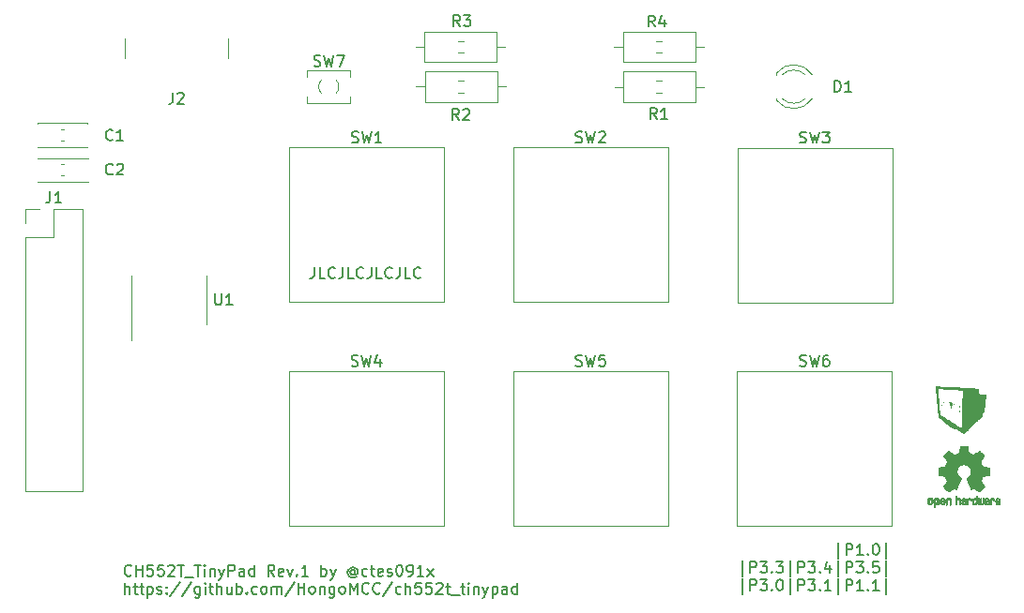
<source format=gbr>
%TF.GenerationSoftware,KiCad,Pcbnew,7.0.8*%
%TF.CreationDate,2024-02-24T16:57:54+09:00*%
%TF.ProjectId,ch552t_tinypad_board,63683535-3274-45f7-9469-6e797061645f,rev?*%
%TF.SameCoordinates,Original*%
%TF.FileFunction,Legend,Top*%
%TF.FilePolarity,Positive*%
%FSLAX46Y46*%
G04 Gerber Fmt 4.6, Leading zero omitted, Abs format (unit mm)*
G04 Created by KiCad (PCBNEW 7.0.8) date 2024-02-24 16:57:54*
%MOMM*%
%LPD*%
G01*
G04 APERTURE LIST*
%ADD10C,0.150000*%
%ADD11C,0.010000*%
%ADD12C,0.120000*%
%ADD13C,0.100000*%
G04 APERTURE END LIST*
D10*
X66522493Y-54769819D02*
X66522493Y-55484104D01*
X66522493Y-55484104D02*
X66474874Y-55626961D01*
X66474874Y-55626961D02*
X66379636Y-55722200D01*
X66379636Y-55722200D02*
X66236779Y-55769819D01*
X66236779Y-55769819D02*
X66141541Y-55769819D01*
X67474874Y-55769819D02*
X66998684Y-55769819D01*
X66998684Y-55769819D02*
X66998684Y-54769819D01*
X68379636Y-55674580D02*
X68332017Y-55722200D01*
X68332017Y-55722200D02*
X68189160Y-55769819D01*
X68189160Y-55769819D02*
X68093922Y-55769819D01*
X68093922Y-55769819D02*
X67951065Y-55722200D01*
X67951065Y-55722200D02*
X67855827Y-55626961D01*
X67855827Y-55626961D02*
X67808208Y-55531723D01*
X67808208Y-55531723D02*
X67760589Y-55341247D01*
X67760589Y-55341247D02*
X67760589Y-55198390D01*
X67760589Y-55198390D02*
X67808208Y-55007914D01*
X67808208Y-55007914D02*
X67855827Y-54912676D01*
X67855827Y-54912676D02*
X67951065Y-54817438D01*
X67951065Y-54817438D02*
X68093922Y-54769819D01*
X68093922Y-54769819D02*
X68189160Y-54769819D01*
X68189160Y-54769819D02*
X68332017Y-54817438D01*
X68332017Y-54817438D02*
X68379636Y-54865057D01*
X69093922Y-54769819D02*
X69093922Y-55484104D01*
X69093922Y-55484104D02*
X69046303Y-55626961D01*
X69046303Y-55626961D02*
X68951065Y-55722200D01*
X68951065Y-55722200D02*
X68808208Y-55769819D01*
X68808208Y-55769819D02*
X68712970Y-55769819D01*
X70046303Y-55769819D02*
X69570113Y-55769819D01*
X69570113Y-55769819D02*
X69570113Y-54769819D01*
X70951065Y-55674580D02*
X70903446Y-55722200D01*
X70903446Y-55722200D02*
X70760589Y-55769819D01*
X70760589Y-55769819D02*
X70665351Y-55769819D01*
X70665351Y-55769819D02*
X70522494Y-55722200D01*
X70522494Y-55722200D02*
X70427256Y-55626961D01*
X70427256Y-55626961D02*
X70379637Y-55531723D01*
X70379637Y-55531723D02*
X70332018Y-55341247D01*
X70332018Y-55341247D02*
X70332018Y-55198390D01*
X70332018Y-55198390D02*
X70379637Y-55007914D01*
X70379637Y-55007914D02*
X70427256Y-54912676D01*
X70427256Y-54912676D02*
X70522494Y-54817438D01*
X70522494Y-54817438D02*
X70665351Y-54769819D01*
X70665351Y-54769819D02*
X70760589Y-54769819D01*
X70760589Y-54769819D02*
X70903446Y-54817438D01*
X70903446Y-54817438D02*
X70951065Y-54865057D01*
X71665351Y-54769819D02*
X71665351Y-55484104D01*
X71665351Y-55484104D02*
X71617732Y-55626961D01*
X71617732Y-55626961D02*
X71522494Y-55722200D01*
X71522494Y-55722200D02*
X71379637Y-55769819D01*
X71379637Y-55769819D02*
X71284399Y-55769819D01*
X72617732Y-55769819D02*
X72141542Y-55769819D01*
X72141542Y-55769819D02*
X72141542Y-54769819D01*
X73522494Y-55674580D02*
X73474875Y-55722200D01*
X73474875Y-55722200D02*
X73332018Y-55769819D01*
X73332018Y-55769819D02*
X73236780Y-55769819D01*
X73236780Y-55769819D02*
X73093923Y-55722200D01*
X73093923Y-55722200D02*
X72998685Y-55626961D01*
X72998685Y-55626961D02*
X72951066Y-55531723D01*
X72951066Y-55531723D02*
X72903447Y-55341247D01*
X72903447Y-55341247D02*
X72903447Y-55198390D01*
X72903447Y-55198390D02*
X72951066Y-55007914D01*
X72951066Y-55007914D02*
X72998685Y-54912676D01*
X72998685Y-54912676D02*
X73093923Y-54817438D01*
X73093923Y-54817438D02*
X73236780Y-54769819D01*
X73236780Y-54769819D02*
X73332018Y-54769819D01*
X73332018Y-54769819D02*
X73474875Y-54817438D01*
X73474875Y-54817438D02*
X73522494Y-54865057D01*
X74236780Y-54769819D02*
X74236780Y-55484104D01*
X74236780Y-55484104D02*
X74189161Y-55626961D01*
X74189161Y-55626961D02*
X74093923Y-55722200D01*
X74093923Y-55722200D02*
X73951066Y-55769819D01*
X73951066Y-55769819D02*
X73855828Y-55769819D01*
X75189161Y-55769819D02*
X74712971Y-55769819D01*
X74712971Y-55769819D02*
X74712971Y-54769819D01*
X76093923Y-55674580D02*
X76046304Y-55722200D01*
X76046304Y-55722200D02*
X75903447Y-55769819D01*
X75903447Y-55769819D02*
X75808209Y-55769819D01*
X75808209Y-55769819D02*
X75665352Y-55722200D01*
X75665352Y-55722200D02*
X75570114Y-55626961D01*
X75570114Y-55626961D02*
X75522495Y-55531723D01*
X75522495Y-55531723D02*
X75474876Y-55341247D01*
X75474876Y-55341247D02*
X75474876Y-55198390D01*
X75474876Y-55198390D02*
X75522495Y-55007914D01*
X75522495Y-55007914D02*
X75570114Y-54912676D01*
X75570114Y-54912676D02*
X75665352Y-54817438D01*
X75665352Y-54817438D02*
X75808209Y-54769819D01*
X75808209Y-54769819D02*
X75903447Y-54769819D01*
X75903447Y-54769819D02*
X76046304Y-54817438D01*
X76046304Y-54817438D02*
X76093923Y-54865057D01*
X113791792Y-81083152D02*
X113791792Y-79654580D01*
X114506078Y-80749819D02*
X114506078Y-79749819D01*
X114506078Y-79749819D02*
X114887030Y-79749819D01*
X114887030Y-79749819D02*
X114982268Y-79797438D01*
X114982268Y-79797438D02*
X115029887Y-79845057D01*
X115029887Y-79845057D02*
X115077506Y-79940295D01*
X115077506Y-79940295D02*
X115077506Y-80083152D01*
X115077506Y-80083152D02*
X115029887Y-80178390D01*
X115029887Y-80178390D02*
X114982268Y-80226009D01*
X114982268Y-80226009D02*
X114887030Y-80273628D01*
X114887030Y-80273628D02*
X114506078Y-80273628D01*
X116029887Y-80749819D02*
X115458459Y-80749819D01*
X115744173Y-80749819D02*
X115744173Y-79749819D01*
X115744173Y-79749819D02*
X115648935Y-79892676D01*
X115648935Y-79892676D02*
X115553697Y-79987914D01*
X115553697Y-79987914D02*
X115458459Y-80035533D01*
X116458459Y-80654580D02*
X116506078Y-80702200D01*
X116506078Y-80702200D02*
X116458459Y-80749819D01*
X116458459Y-80749819D02*
X116410840Y-80702200D01*
X116410840Y-80702200D02*
X116458459Y-80654580D01*
X116458459Y-80654580D02*
X116458459Y-80749819D01*
X117125125Y-79749819D02*
X117220363Y-79749819D01*
X117220363Y-79749819D02*
X117315601Y-79797438D01*
X117315601Y-79797438D02*
X117363220Y-79845057D01*
X117363220Y-79845057D02*
X117410839Y-79940295D01*
X117410839Y-79940295D02*
X117458458Y-80130771D01*
X117458458Y-80130771D02*
X117458458Y-80368866D01*
X117458458Y-80368866D02*
X117410839Y-80559342D01*
X117410839Y-80559342D02*
X117363220Y-80654580D01*
X117363220Y-80654580D02*
X117315601Y-80702200D01*
X117315601Y-80702200D02*
X117220363Y-80749819D01*
X117220363Y-80749819D02*
X117125125Y-80749819D01*
X117125125Y-80749819D02*
X117029887Y-80702200D01*
X117029887Y-80702200D02*
X116982268Y-80654580D01*
X116982268Y-80654580D02*
X116934649Y-80559342D01*
X116934649Y-80559342D02*
X116887030Y-80368866D01*
X116887030Y-80368866D02*
X116887030Y-80130771D01*
X116887030Y-80130771D02*
X116934649Y-79940295D01*
X116934649Y-79940295D02*
X116982268Y-79845057D01*
X116982268Y-79845057D02*
X117029887Y-79797438D01*
X117029887Y-79797438D02*
X117125125Y-79749819D01*
X118125125Y-81083152D02*
X118125125Y-79654580D01*
X105125126Y-82693152D02*
X105125126Y-81264580D01*
X105839412Y-82359819D02*
X105839412Y-81359819D01*
X105839412Y-81359819D02*
X106220364Y-81359819D01*
X106220364Y-81359819D02*
X106315602Y-81407438D01*
X106315602Y-81407438D02*
X106363221Y-81455057D01*
X106363221Y-81455057D02*
X106410840Y-81550295D01*
X106410840Y-81550295D02*
X106410840Y-81693152D01*
X106410840Y-81693152D02*
X106363221Y-81788390D01*
X106363221Y-81788390D02*
X106315602Y-81836009D01*
X106315602Y-81836009D02*
X106220364Y-81883628D01*
X106220364Y-81883628D02*
X105839412Y-81883628D01*
X106744174Y-81359819D02*
X107363221Y-81359819D01*
X107363221Y-81359819D02*
X107029888Y-81740771D01*
X107029888Y-81740771D02*
X107172745Y-81740771D01*
X107172745Y-81740771D02*
X107267983Y-81788390D01*
X107267983Y-81788390D02*
X107315602Y-81836009D01*
X107315602Y-81836009D02*
X107363221Y-81931247D01*
X107363221Y-81931247D02*
X107363221Y-82169342D01*
X107363221Y-82169342D02*
X107315602Y-82264580D01*
X107315602Y-82264580D02*
X107267983Y-82312200D01*
X107267983Y-82312200D02*
X107172745Y-82359819D01*
X107172745Y-82359819D02*
X106887031Y-82359819D01*
X106887031Y-82359819D02*
X106791793Y-82312200D01*
X106791793Y-82312200D02*
X106744174Y-82264580D01*
X107791793Y-82264580D02*
X107839412Y-82312200D01*
X107839412Y-82312200D02*
X107791793Y-82359819D01*
X107791793Y-82359819D02*
X107744174Y-82312200D01*
X107744174Y-82312200D02*
X107791793Y-82264580D01*
X107791793Y-82264580D02*
X107791793Y-82359819D01*
X108172745Y-81359819D02*
X108791792Y-81359819D01*
X108791792Y-81359819D02*
X108458459Y-81740771D01*
X108458459Y-81740771D02*
X108601316Y-81740771D01*
X108601316Y-81740771D02*
X108696554Y-81788390D01*
X108696554Y-81788390D02*
X108744173Y-81836009D01*
X108744173Y-81836009D02*
X108791792Y-81931247D01*
X108791792Y-81931247D02*
X108791792Y-82169342D01*
X108791792Y-82169342D02*
X108744173Y-82264580D01*
X108744173Y-82264580D02*
X108696554Y-82312200D01*
X108696554Y-82312200D02*
X108601316Y-82359819D01*
X108601316Y-82359819D02*
X108315602Y-82359819D01*
X108315602Y-82359819D02*
X108220364Y-82312200D01*
X108220364Y-82312200D02*
X108172745Y-82264580D01*
X109458459Y-82693152D02*
X109458459Y-81264580D01*
X110172745Y-82359819D02*
X110172745Y-81359819D01*
X110172745Y-81359819D02*
X110553697Y-81359819D01*
X110553697Y-81359819D02*
X110648935Y-81407438D01*
X110648935Y-81407438D02*
X110696554Y-81455057D01*
X110696554Y-81455057D02*
X110744173Y-81550295D01*
X110744173Y-81550295D02*
X110744173Y-81693152D01*
X110744173Y-81693152D02*
X110696554Y-81788390D01*
X110696554Y-81788390D02*
X110648935Y-81836009D01*
X110648935Y-81836009D02*
X110553697Y-81883628D01*
X110553697Y-81883628D02*
X110172745Y-81883628D01*
X111077507Y-81359819D02*
X111696554Y-81359819D01*
X111696554Y-81359819D02*
X111363221Y-81740771D01*
X111363221Y-81740771D02*
X111506078Y-81740771D01*
X111506078Y-81740771D02*
X111601316Y-81788390D01*
X111601316Y-81788390D02*
X111648935Y-81836009D01*
X111648935Y-81836009D02*
X111696554Y-81931247D01*
X111696554Y-81931247D02*
X111696554Y-82169342D01*
X111696554Y-82169342D02*
X111648935Y-82264580D01*
X111648935Y-82264580D02*
X111601316Y-82312200D01*
X111601316Y-82312200D02*
X111506078Y-82359819D01*
X111506078Y-82359819D02*
X111220364Y-82359819D01*
X111220364Y-82359819D02*
X111125126Y-82312200D01*
X111125126Y-82312200D02*
X111077507Y-82264580D01*
X112125126Y-82264580D02*
X112172745Y-82312200D01*
X112172745Y-82312200D02*
X112125126Y-82359819D01*
X112125126Y-82359819D02*
X112077507Y-82312200D01*
X112077507Y-82312200D02*
X112125126Y-82264580D01*
X112125126Y-82264580D02*
X112125126Y-82359819D01*
X113029887Y-81693152D02*
X113029887Y-82359819D01*
X112791792Y-81312200D02*
X112553697Y-82026485D01*
X112553697Y-82026485D02*
X113172744Y-82026485D01*
X113791792Y-82693152D02*
X113791792Y-81264580D01*
X114506078Y-82359819D02*
X114506078Y-81359819D01*
X114506078Y-81359819D02*
X114887030Y-81359819D01*
X114887030Y-81359819D02*
X114982268Y-81407438D01*
X114982268Y-81407438D02*
X115029887Y-81455057D01*
X115029887Y-81455057D02*
X115077506Y-81550295D01*
X115077506Y-81550295D02*
X115077506Y-81693152D01*
X115077506Y-81693152D02*
X115029887Y-81788390D01*
X115029887Y-81788390D02*
X114982268Y-81836009D01*
X114982268Y-81836009D02*
X114887030Y-81883628D01*
X114887030Y-81883628D02*
X114506078Y-81883628D01*
X115410840Y-81359819D02*
X116029887Y-81359819D01*
X116029887Y-81359819D02*
X115696554Y-81740771D01*
X115696554Y-81740771D02*
X115839411Y-81740771D01*
X115839411Y-81740771D02*
X115934649Y-81788390D01*
X115934649Y-81788390D02*
X115982268Y-81836009D01*
X115982268Y-81836009D02*
X116029887Y-81931247D01*
X116029887Y-81931247D02*
X116029887Y-82169342D01*
X116029887Y-82169342D02*
X115982268Y-82264580D01*
X115982268Y-82264580D02*
X115934649Y-82312200D01*
X115934649Y-82312200D02*
X115839411Y-82359819D01*
X115839411Y-82359819D02*
X115553697Y-82359819D01*
X115553697Y-82359819D02*
X115458459Y-82312200D01*
X115458459Y-82312200D02*
X115410840Y-82264580D01*
X116458459Y-82264580D02*
X116506078Y-82312200D01*
X116506078Y-82312200D02*
X116458459Y-82359819D01*
X116458459Y-82359819D02*
X116410840Y-82312200D01*
X116410840Y-82312200D02*
X116458459Y-82264580D01*
X116458459Y-82264580D02*
X116458459Y-82359819D01*
X117410839Y-81359819D02*
X116934649Y-81359819D01*
X116934649Y-81359819D02*
X116887030Y-81836009D01*
X116887030Y-81836009D02*
X116934649Y-81788390D01*
X116934649Y-81788390D02*
X117029887Y-81740771D01*
X117029887Y-81740771D02*
X117267982Y-81740771D01*
X117267982Y-81740771D02*
X117363220Y-81788390D01*
X117363220Y-81788390D02*
X117410839Y-81836009D01*
X117410839Y-81836009D02*
X117458458Y-81931247D01*
X117458458Y-81931247D02*
X117458458Y-82169342D01*
X117458458Y-82169342D02*
X117410839Y-82264580D01*
X117410839Y-82264580D02*
X117363220Y-82312200D01*
X117363220Y-82312200D02*
X117267982Y-82359819D01*
X117267982Y-82359819D02*
X117029887Y-82359819D01*
X117029887Y-82359819D02*
X116934649Y-82312200D01*
X116934649Y-82312200D02*
X116887030Y-82264580D01*
X118125125Y-82693152D02*
X118125125Y-81264580D01*
X105125126Y-84303152D02*
X105125126Y-82874580D01*
X105839412Y-83969819D02*
X105839412Y-82969819D01*
X105839412Y-82969819D02*
X106220364Y-82969819D01*
X106220364Y-82969819D02*
X106315602Y-83017438D01*
X106315602Y-83017438D02*
X106363221Y-83065057D01*
X106363221Y-83065057D02*
X106410840Y-83160295D01*
X106410840Y-83160295D02*
X106410840Y-83303152D01*
X106410840Y-83303152D02*
X106363221Y-83398390D01*
X106363221Y-83398390D02*
X106315602Y-83446009D01*
X106315602Y-83446009D02*
X106220364Y-83493628D01*
X106220364Y-83493628D02*
X105839412Y-83493628D01*
X106744174Y-82969819D02*
X107363221Y-82969819D01*
X107363221Y-82969819D02*
X107029888Y-83350771D01*
X107029888Y-83350771D02*
X107172745Y-83350771D01*
X107172745Y-83350771D02*
X107267983Y-83398390D01*
X107267983Y-83398390D02*
X107315602Y-83446009D01*
X107315602Y-83446009D02*
X107363221Y-83541247D01*
X107363221Y-83541247D02*
X107363221Y-83779342D01*
X107363221Y-83779342D02*
X107315602Y-83874580D01*
X107315602Y-83874580D02*
X107267983Y-83922200D01*
X107267983Y-83922200D02*
X107172745Y-83969819D01*
X107172745Y-83969819D02*
X106887031Y-83969819D01*
X106887031Y-83969819D02*
X106791793Y-83922200D01*
X106791793Y-83922200D02*
X106744174Y-83874580D01*
X107791793Y-83874580D02*
X107839412Y-83922200D01*
X107839412Y-83922200D02*
X107791793Y-83969819D01*
X107791793Y-83969819D02*
X107744174Y-83922200D01*
X107744174Y-83922200D02*
X107791793Y-83874580D01*
X107791793Y-83874580D02*
X107791793Y-83969819D01*
X108458459Y-82969819D02*
X108553697Y-82969819D01*
X108553697Y-82969819D02*
X108648935Y-83017438D01*
X108648935Y-83017438D02*
X108696554Y-83065057D01*
X108696554Y-83065057D02*
X108744173Y-83160295D01*
X108744173Y-83160295D02*
X108791792Y-83350771D01*
X108791792Y-83350771D02*
X108791792Y-83588866D01*
X108791792Y-83588866D02*
X108744173Y-83779342D01*
X108744173Y-83779342D02*
X108696554Y-83874580D01*
X108696554Y-83874580D02*
X108648935Y-83922200D01*
X108648935Y-83922200D02*
X108553697Y-83969819D01*
X108553697Y-83969819D02*
X108458459Y-83969819D01*
X108458459Y-83969819D02*
X108363221Y-83922200D01*
X108363221Y-83922200D02*
X108315602Y-83874580D01*
X108315602Y-83874580D02*
X108267983Y-83779342D01*
X108267983Y-83779342D02*
X108220364Y-83588866D01*
X108220364Y-83588866D02*
X108220364Y-83350771D01*
X108220364Y-83350771D02*
X108267983Y-83160295D01*
X108267983Y-83160295D02*
X108315602Y-83065057D01*
X108315602Y-83065057D02*
X108363221Y-83017438D01*
X108363221Y-83017438D02*
X108458459Y-82969819D01*
X109458459Y-84303152D02*
X109458459Y-82874580D01*
X110172745Y-83969819D02*
X110172745Y-82969819D01*
X110172745Y-82969819D02*
X110553697Y-82969819D01*
X110553697Y-82969819D02*
X110648935Y-83017438D01*
X110648935Y-83017438D02*
X110696554Y-83065057D01*
X110696554Y-83065057D02*
X110744173Y-83160295D01*
X110744173Y-83160295D02*
X110744173Y-83303152D01*
X110744173Y-83303152D02*
X110696554Y-83398390D01*
X110696554Y-83398390D02*
X110648935Y-83446009D01*
X110648935Y-83446009D02*
X110553697Y-83493628D01*
X110553697Y-83493628D02*
X110172745Y-83493628D01*
X111077507Y-82969819D02*
X111696554Y-82969819D01*
X111696554Y-82969819D02*
X111363221Y-83350771D01*
X111363221Y-83350771D02*
X111506078Y-83350771D01*
X111506078Y-83350771D02*
X111601316Y-83398390D01*
X111601316Y-83398390D02*
X111648935Y-83446009D01*
X111648935Y-83446009D02*
X111696554Y-83541247D01*
X111696554Y-83541247D02*
X111696554Y-83779342D01*
X111696554Y-83779342D02*
X111648935Y-83874580D01*
X111648935Y-83874580D02*
X111601316Y-83922200D01*
X111601316Y-83922200D02*
X111506078Y-83969819D01*
X111506078Y-83969819D02*
X111220364Y-83969819D01*
X111220364Y-83969819D02*
X111125126Y-83922200D01*
X111125126Y-83922200D02*
X111077507Y-83874580D01*
X112125126Y-83874580D02*
X112172745Y-83922200D01*
X112172745Y-83922200D02*
X112125126Y-83969819D01*
X112125126Y-83969819D02*
X112077507Y-83922200D01*
X112077507Y-83922200D02*
X112125126Y-83874580D01*
X112125126Y-83874580D02*
X112125126Y-83969819D01*
X113125125Y-83969819D02*
X112553697Y-83969819D01*
X112839411Y-83969819D02*
X112839411Y-82969819D01*
X112839411Y-82969819D02*
X112744173Y-83112676D01*
X112744173Y-83112676D02*
X112648935Y-83207914D01*
X112648935Y-83207914D02*
X112553697Y-83255533D01*
X113791792Y-84303152D02*
X113791792Y-82874580D01*
X114506078Y-83969819D02*
X114506078Y-82969819D01*
X114506078Y-82969819D02*
X114887030Y-82969819D01*
X114887030Y-82969819D02*
X114982268Y-83017438D01*
X114982268Y-83017438D02*
X115029887Y-83065057D01*
X115029887Y-83065057D02*
X115077506Y-83160295D01*
X115077506Y-83160295D02*
X115077506Y-83303152D01*
X115077506Y-83303152D02*
X115029887Y-83398390D01*
X115029887Y-83398390D02*
X114982268Y-83446009D01*
X114982268Y-83446009D02*
X114887030Y-83493628D01*
X114887030Y-83493628D02*
X114506078Y-83493628D01*
X116029887Y-83969819D02*
X115458459Y-83969819D01*
X115744173Y-83969819D02*
X115744173Y-82969819D01*
X115744173Y-82969819D02*
X115648935Y-83112676D01*
X115648935Y-83112676D02*
X115553697Y-83207914D01*
X115553697Y-83207914D02*
X115458459Y-83255533D01*
X116458459Y-83874580D02*
X116506078Y-83922200D01*
X116506078Y-83922200D02*
X116458459Y-83969819D01*
X116458459Y-83969819D02*
X116410840Y-83922200D01*
X116410840Y-83922200D02*
X116458459Y-83874580D01*
X116458459Y-83874580D02*
X116458459Y-83969819D01*
X117458458Y-83969819D02*
X116887030Y-83969819D01*
X117172744Y-83969819D02*
X117172744Y-82969819D01*
X117172744Y-82969819D02*
X117077506Y-83112676D01*
X117077506Y-83112676D02*
X116982268Y-83207914D01*
X116982268Y-83207914D02*
X116887030Y-83255533D01*
X118125125Y-84303152D02*
X118125125Y-82874580D01*
X50008207Y-82564580D02*
X49960588Y-82612200D01*
X49960588Y-82612200D02*
X49817731Y-82659819D01*
X49817731Y-82659819D02*
X49722493Y-82659819D01*
X49722493Y-82659819D02*
X49579636Y-82612200D01*
X49579636Y-82612200D02*
X49484398Y-82516961D01*
X49484398Y-82516961D02*
X49436779Y-82421723D01*
X49436779Y-82421723D02*
X49389160Y-82231247D01*
X49389160Y-82231247D02*
X49389160Y-82088390D01*
X49389160Y-82088390D02*
X49436779Y-81897914D01*
X49436779Y-81897914D02*
X49484398Y-81802676D01*
X49484398Y-81802676D02*
X49579636Y-81707438D01*
X49579636Y-81707438D02*
X49722493Y-81659819D01*
X49722493Y-81659819D02*
X49817731Y-81659819D01*
X49817731Y-81659819D02*
X49960588Y-81707438D01*
X49960588Y-81707438D02*
X50008207Y-81755057D01*
X50436779Y-82659819D02*
X50436779Y-81659819D01*
X50436779Y-82136009D02*
X51008207Y-82136009D01*
X51008207Y-82659819D02*
X51008207Y-81659819D01*
X51960588Y-81659819D02*
X51484398Y-81659819D01*
X51484398Y-81659819D02*
X51436779Y-82136009D01*
X51436779Y-82136009D02*
X51484398Y-82088390D01*
X51484398Y-82088390D02*
X51579636Y-82040771D01*
X51579636Y-82040771D02*
X51817731Y-82040771D01*
X51817731Y-82040771D02*
X51912969Y-82088390D01*
X51912969Y-82088390D02*
X51960588Y-82136009D01*
X51960588Y-82136009D02*
X52008207Y-82231247D01*
X52008207Y-82231247D02*
X52008207Y-82469342D01*
X52008207Y-82469342D02*
X51960588Y-82564580D01*
X51960588Y-82564580D02*
X51912969Y-82612200D01*
X51912969Y-82612200D02*
X51817731Y-82659819D01*
X51817731Y-82659819D02*
X51579636Y-82659819D01*
X51579636Y-82659819D02*
X51484398Y-82612200D01*
X51484398Y-82612200D02*
X51436779Y-82564580D01*
X52912969Y-81659819D02*
X52436779Y-81659819D01*
X52436779Y-81659819D02*
X52389160Y-82136009D01*
X52389160Y-82136009D02*
X52436779Y-82088390D01*
X52436779Y-82088390D02*
X52532017Y-82040771D01*
X52532017Y-82040771D02*
X52770112Y-82040771D01*
X52770112Y-82040771D02*
X52865350Y-82088390D01*
X52865350Y-82088390D02*
X52912969Y-82136009D01*
X52912969Y-82136009D02*
X52960588Y-82231247D01*
X52960588Y-82231247D02*
X52960588Y-82469342D01*
X52960588Y-82469342D02*
X52912969Y-82564580D01*
X52912969Y-82564580D02*
X52865350Y-82612200D01*
X52865350Y-82612200D02*
X52770112Y-82659819D01*
X52770112Y-82659819D02*
X52532017Y-82659819D01*
X52532017Y-82659819D02*
X52436779Y-82612200D01*
X52436779Y-82612200D02*
X52389160Y-82564580D01*
X53341541Y-81755057D02*
X53389160Y-81707438D01*
X53389160Y-81707438D02*
X53484398Y-81659819D01*
X53484398Y-81659819D02*
X53722493Y-81659819D01*
X53722493Y-81659819D02*
X53817731Y-81707438D01*
X53817731Y-81707438D02*
X53865350Y-81755057D01*
X53865350Y-81755057D02*
X53912969Y-81850295D01*
X53912969Y-81850295D02*
X53912969Y-81945533D01*
X53912969Y-81945533D02*
X53865350Y-82088390D01*
X53865350Y-82088390D02*
X53293922Y-82659819D01*
X53293922Y-82659819D02*
X53912969Y-82659819D01*
X54198684Y-81659819D02*
X54770112Y-81659819D01*
X54484398Y-82659819D02*
X54484398Y-81659819D01*
X54865351Y-82755057D02*
X55627255Y-82755057D01*
X55722494Y-81659819D02*
X56293922Y-81659819D01*
X56008208Y-82659819D02*
X56008208Y-81659819D01*
X56627256Y-82659819D02*
X56627256Y-81993152D01*
X56627256Y-81659819D02*
X56579637Y-81707438D01*
X56579637Y-81707438D02*
X56627256Y-81755057D01*
X56627256Y-81755057D02*
X56674875Y-81707438D01*
X56674875Y-81707438D02*
X56627256Y-81659819D01*
X56627256Y-81659819D02*
X56627256Y-81755057D01*
X57103446Y-81993152D02*
X57103446Y-82659819D01*
X57103446Y-82088390D02*
X57151065Y-82040771D01*
X57151065Y-82040771D02*
X57246303Y-81993152D01*
X57246303Y-81993152D02*
X57389160Y-81993152D01*
X57389160Y-81993152D02*
X57484398Y-82040771D01*
X57484398Y-82040771D02*
X57532017Y-82136009D01*
X57532017Y-82136009D02*
X57532017Y-82659819D01*
X57912970Y-81993152D02*
X58151065Y-82659819D01*
X58389160Y-81993152D02*
X58151065Y-82659819D01*
X58151065Y-82659819D02*
X58055827Y-82897914D01*
X58055827Y-82897914D02*
X58008208Y-82945533D01*
X58008208Y-82945533D02*
X57912970Y-82993152D01*
X58770113Y-82659819D02*
X58770113Y-81659819D01*
X58770113Y-81659819D02*
X59151065Y-81659819D01*
X59151065Y-81659819D02*
X59246303Y-81707438D01*
X59246303Y-81707438D02*
X59293922Y-81755057D01*
X59293922Y-81755057D02*
X59341541Y-81850295D01*
X59341541Y-81850295D02*
X59341541Y-81993152D01*
X59341541Y-81993152D02*
X59293922Y-82088390D01*
X59293922Y-82088390D02*
X59246303Y-82136009D01*
X59246303Y-82136009D02*
X59151065Y-82183628D01*
X59151065Y-82183628D02*
X58770113Y-82183628D01*
X60198684Y-82659819D02*
X60198684Y-82136009D01*
X60198684Y-82136009D02*
X60151065Y-82040771D01*
X60151065Y-82040771D02*
X60055827Y-81993152D01*
X60055827Y-81993152D02*
X59865351Y-81993152D01*
X59865351Y-81993152D02*
X59770113Y-82040771D01*
X60198684Y-82612200D02*
X60103446Y-82659819D01*
X60103446Y-82659819D02*
X59865351Y-82659819D01*
X59865351Y-82659819D02*
X59770113Y-82612200D01*
X59770113Y-82612200D02*
X59722494Y-82516961D01*
X59722494Y-82516961D02*
X59722494Y-82421723D01*
X59722494Y-82421723D02*
X59770113Y-82326485D01*
X59770113Y-82326485D02*
X59865351Y-82278866D01*
X59865351Y-82278866D02*
X60103446Y-82278866D01*
X60103446Y-82278866D02*
X60198684Y-82231247D01*
X61103446Y-82659819D02*
X61103446Y-81659819D01*
X61103446Y-82612200D02*
X61008208Y-82659819D01*
X61008208Y-82659819D02*
X60817732Y-82659819D01*
X60817732Y-82659819D02*
X60722494Y-82612200D01*
X60722494Y-82612200D02*
X60674875Y-82564580D01*
X60674875Y-82564580D02*
X60627256Y-82469342D01*
X60627256Y-82469342D02*
X60627256Y-82183628D01*
X60627256Y-82183628D02*
X60674875Y-82088390D01*
X60674875Y-82088390D02*
X60722494Y-82040771D01*
X60722494Y-82040771D02*
X60817732Y-81993152D01*
X60817732Y-81993152D02*
X61008208Y-81993152D01*
X61008208Y-81993152D02*
X61103446Y-82040771D01*
X62912970Y-82659819D02*
X62579637Y-82183628D01*
X62341542Y-82659819D02*
X62341542Y-81659819D01*
X62341542Y-81659819D02*
X62722494Y-81659819D01*
X62722494Y-81659819D02*
X62817732Y-81707438D01*
X62817732Y-81707438D02*
X62865351Y-81755057D01*
X62865351Y-81755057D02*
X62912970Y-81850295D01*
X62912970Y-81850295D02*
X62912970Y-81993152D01*
X62912970Y-81993152D02*
X62865351Y-82088390D01*
X62865351Y-82088390D02*
X62817732Y-82136009D01*
X62817732Y-82136009D02*
X62722494Y-82183628D01*
X62722494Y-82183628D02*
X62341542Y-82183628D01*
X63722494Y-82612200D02*
X63627256Y-82659819D01*
X63627256Y-82659819D02*
X63436780Y-82659819D01*
X63436780Y-82659819D02*
X63341542Y-82612200D01*
X63341542Y-82612200D02*
X63293923Y-82516961D01*
X63293923Y-82516961D02*
X63293923Y-82136009D01*
X63293923Y-82136009D02*
X63341542Y-82040771D01*
X63341542Y-82040771D02*
X63436780Y-81993152D01*
X63436780Y-81993152D02*
X63627256Y-81993152D01*
X63627256Y-81993152D02*
X63722494Y-82040771D01*
X63722494Y-82040771D02*
X63770113Y-82136009D01*
X63770113Y-82136009D02*
X63770113Y-82231247D01*
X63770113Y-82231247D02*
X63293923Y-82326485D01*
X64103447Y-81993152D02*
X64341542Y-82659819D01*
X64341542Y-82659819D02*
X64579637Y-81993152D01*
X64960590Y-82564580D02*
X65008209Y-82612200D01*
X65008209Y-82612200D02*
X64960590Y-82659819D01*
X64960590Y-82659819D02*
X64912971Y-82612200D01*
X64912971Y-82612200D02*
X64960590Y-82564580D01*
X64960590Y-82564580D02*
X64960590Y-82659819D01*
X65960589Y-82659819D02*
X65389161Y-82659819D01*
X65674875Y-82659819D02*
X65674875Y-81659819D01*
X65674875Y-81659819D02*
X65579637Y-81802676D01*
X65579637Y-81802676D02*
X65484399Y-81897914D01*
X65484399Y-81897914D02*
X65389161Y-81945533D01*
X67151066Y-82659819D02*
X67151066Y-81659819D01*
X67151066Y-82040771D02*
X67246304Y-81993152D01*
X67246304Y-81993152D02*
X67436780Y-81993152D01*
X67436780Y-81993152D02*
X67532018Y-82040771D01*
X67532018Y-82040771D02*
X67579637Y-82088390D01*
X67579637Y-82088390D02*
X67627256Y-82183628D01*
X67627256Y-82183628D02*
X67627256Y-82469342D01*
X67627256Y-82469342D02*
X67579637Y-82564580D01*
X67579637Y-82564580D02*
X67532018Y-82612200D01*
X67532018Y-82612200D02*
X67436780Y-82659819D01*
X67436780Y-82659819D02*
X67246304Y-82659819D01*
X67246304Y-82659819D02*
X67151066Y-82612200D01*
X67960590Y-81993152D02*
X68198685Y-82659819D01*
X68436780Y-81993152D02*
X68198685Y-82659819D01*
X68198685Y-82659819D02*
X68103447Y-82897914D01*
X68103447Y-82897914D02*
X68055828Y-82945533D01*
X68055828Y-82945533D02*
X67960590Y-82993152D01*
X70198685Y-82183628D02*
X70151066Y-82136009D01*
X70151066Y-82136009D02*
X70055828Y-82088390D01*
X70055828Y-82088390D02*
X69960590Y-82088390D01*
X69960590Y-82088390D02*
X69865352Y-82136009D01*
X69865352Y-82136009D02*
X69817733Y-82183628D01*
X69817733Y-82183628D02*
X69770114Y-82278866D01*
X69770114Y-82278866D02*
X69770114Y-82374104D01*
X69770114Y-82374104D02*
X69817733Y-82469342D01*
X69817733Y-82469342D02*
X69865352Y-82516961D01*
X69865352Y-82516961D02*
X69960590Y-82564580D01*
X69960590Y-82564580D02*
X70055828Y-82564580D01*
X70055828Y-82564580D02*
X70151066Y-82516961D01*
X70151066Y-82516961D02*
X70198685Y-82469342D01*
X70198685Y-82088390D02*
X70198685Y-82469342D01*
X70198685Y-82469342D02*
X70246304Y-82516961D01*
X70246304Y-82516961D02*
X70293923Y-82516961D01*
X70293923Y-82516961D02*
X70389162Y-82469342D01*
X70389162Y-82469342D02*
X70436781Y-82374104D01*
X70436781Y-82374104D02*
X70436781Y-82136009D01*
X70436781Y-82136009D02*
X70341543Y-81993152D01*
X70341543Y-81993152D02*
X70198685Y-81897914D01*
X70198685Y-81897914D02*
X70008209Y-81850295D01*
X70008209Y-81850295D02*
X69817733Y-81897914D01*
X69817733Y-81897914D02*
X69674876Y-81993152D01*
X69674876Y-81993152D02*
X69579638Y-82136009D01*
X69579638Y-82136009D02*
X69532019Y-82326485D01*
X69532019Y-82326485D02*
X69579638Y-82516961D01*
X69579638Y-82516961D02*
X69674876Y-82659819D01*
X69674876Y-82659819D02*
X69817733Y-82755057D01*
X69817733Y-82755057D02*
X70008209Y-82802676D01*
X70008209Y-82802676D02*
X70198685Y-82755057D01*
X70198685Y-82755057D02*
X70341543Y-82659819D01*
X71293923Y-82612200D02*
X71198685Y-82659819D01*
X71198685Y-82659819D02*
X71008209Y-82659819D01*
X71008209Y-82659819D02*
X70912971Y-82612200D01*
X70912971Y-82612200D02*
X70865352Y-82564580D01*
X70865352Y-82564580D02*
X70817733Y-82469342D01*
X70817733Y-82469342D02*
X70817733Y-82183628D01*
X70817733Y-82183628D02*
X70865352Y-82088390D01*
X70865352Y-82088390D02*
X70912971Y-82040771D01*
X70912971Y-82040771D02*
X71008209Y-81993152D01*
X71008209Y-81993152D02*
X71198685Y-81993152D01*
X71198685Y-81993152D02*
X71293923Y-82040771D01*
X71579638Y-81993152D02*
X71960590Y-81993152D01*
X71722495Y-81659819D02*
X71722495Y-82516961D01*
X71722495Y-82516961D02*
X71770114Y-82612200D01*
X71770114Y-82612200D02*
X71865352Y-82659819D01*
X71865352Y-82659819D02*
X71960590Y-82659819D01*
X72674876Y-82612200D02*
X72579638Y-82659819D01*
X72579638Y-82659819D02*
X72389162Y-82659819D01*
X72389162Y-82659819D02*
X72293924Y-82612200D01*
X72293924Y-82612200D02*
X72246305Y-82516961D01*
X72246305Y-82516961D02*
X72246305Y-82136009D01*
X72246305Y-82136009D02*
X72293924Y-82040771D01*
X72293924Y-82040771D02*
X72389162Y-81993152D01*
X72389162Y-81993152D02*
X72579638Y-81993152D01*
X72579638Y-81993152D02*
X72674876Y-82040771D01*
X72674876Y-82040771D02*
X72722495Y-82136009D01*
X72722495Y-82136009D02*
X72722495Y-82231247D01*
X72722495Y-82231247D02*
X72246305Y-82326485D01*
X73103448Y-82612200D02*
X73198686Y-82659819D01*
X73198686Y-82659819D02*
X73389162Y-82659819D01*
X73389162Y-82659819D02*
X73484400Y-82612200D01*
X73484400Y-82612200D02*
X73532019Y-82516961D01*
X73532019Y-82516961D02*
X73532019Y-82469342D01*
X73532019Y-82469342D02*
X73484400Y-82374104D01*
X73484400Y-82374104D02*
X73389162Y-82326485D01*
X73389162Y-82326485D02*
X73246305Y-82326485D01*
X73246305Y-82326485D02*
X73151067Y-82278866D01*
X73151067Y-82278866D02*
X73103448Y-82183628D01*
X73103448Y-82183628D02*
X73103448Y-82136009D01*
X73103448Y-82136009D02*
X73151067Y-82040771D01*
X73151067Y-82040771D02*
X73246305Y-81993152D01*
X73246305Y-81993152D02*
X73389162Y-81993152D01*
X73389162Y-81993152D02*
X73484400Y-82040771D01*
X74151067Y-81659819D02*
X74246305Y-81659819D01*
X74246305Y-81659819D02*
X74341543Y-81707438D01*
X74341543Y-81707438D02*
X74389162Y-81755057D01*
X74389162Y-81755057D02*
X74436781Y-81850295D01*
X74436781Y-81850295D02*
X74484400Y-82040771D01*
X74484400Y-82040771D02*
X74484400Y-82278866D01*
X74484400Y-82278866D02*
X74436781Y-82469342D01*
X74436781Y-82469342D02*
X74389162Y-82564580D01*
X74389162Y-82564580D02*
X74341543Y-82612200D01*
X74341543Y-82612200D02*
X74246305Y-82659819D01*
X74246305Y-82659819D02*
X74151067Y-82659819D01*
X74151067Y-82659819D02*
X74055829Y-82612200D01*
X74055829Y-82612200D02*
X74008210Y-82564580D01*
X74008210Y-82564580D02*
X73960591Y-82469342D01*
X73960591Y-82469342D02*
X73912972Y-82278866D01*
X73912972Y-82278866D02*
X73912972Y-82040771D01*
X73912972Y-82040771D02*
X73960591Y-81850295D01*
X73960591Y-81850295D02*
X74008210Y-81755057D01*
X74008210Y-81755057D02*
X74055829Y-81707438D01*
X74055829Y-81707438D02*
X74151067Y-81659819D01*
X74960591Y-82659819D02*
X75151067Y-82659819D01*
X75151067Y-82659819D02*
X75246305Y-82612200D01*
X75246305Y-82612200D02*
X75293924Y-82564580D01*
X75293924Y-82564580D02*
X75389162Y-82421723D01*
X75389162Y-82421723D02*
X75436781Y-82231247D01*
X75436781Y-82231247D02*
X75436781Y-81850295D01*
X75436781Y-81850295D02*
X75389162Y-81755057D01*
X75389162Y-81755057D02*
X75341543Y-81707438D01*
X75341543Y-81707438D02*
X75246305Y-81659819D01*
X75246305Y-81659819D02*
X75055829Y-81659819D01*
X75055829Y-81659819D02*
X74960591Y-81707438D01*
X74960591Y-81707438D02*
X74912972Y-81755057D01*
X74912972Y-81755057D02*
X74865353Y-81850295D01*
X74865353Y-81850295D02*
X74865353Y-82088390D01*
X74865353Y-82088390D02*
X74912972Y-82183628D01*
X74912972Y-82183628D02*
X74960591Y-82231247D01*
X74960591Y-82231247D02*
X75055829Y-82278866D01*
X75055829Y-82278866D02*
X75246305Y-82278866D01*
X75246305Y-82278866D02*
X75341543Y-82231247D01*
X75341543Y-82231247D02*
X75389162Y-82183628D01*
X75389162Y-82183628D02*
X75436781Y-82088390D01*
X76389162Y-82659819D02*
X75817734Y-82659819D01*
X76103448Y-82659819D02*
X76103448Y-81659819D01*
X76103448Y-81659819D02*
X76008210Y-81802676D01*
X76008210Y-81802676D02*
X75912972Y-81897914D01*
X75912972Y-81897914D02*
X75817734Y-81945533D01*
X76722496Y-82659819D02*
X77246305Y-81993152D01*
X76722496Y-81993152D02*
X77246305Y-82659819D01*
X49436779Y-84269819D02*
X49436779Y-83269819D01*
X49865350Y-84269819D02*
X49865350Y-83746009D01*
X49865350Y-83746009D02*
X49817731Y-83650771D01*
X49817731Y-83650771D02*
X49722493Y-83603152D01*
X49722493Y-83603152D02*
X49579636Y-83603152D01*
X49579636Y-83603152D02*
X49484398Y-83650771D01*
X49484398Y-83650771D02*
X49436779Y-83698390D01*
X50198684Y-83603152D02*
X50579636Y-83603152D01*
X50341541Y-83269819D02*
X50341541Y-84126961D01*
X50341541Y-84126961D02*
X50389160Y-84222200D01*
X50389160Y-84222200D02*
X50484398Y-84269819D01*
X50484398Y-84269819D02*
X50579636Y-84269819D01*
X50770113Y-83603152D02*
X51151065Y-83603152D01*
X50912970Y-83269819D02*
X50912970Y-84126961D01*
X50912970Y-84126961D02*
X50960589Y-84222200D01*
X50960589Y-84222200D02*
X51055827Y-84269819D01*
X51055827Y-84269819D02*
X51151065Y-84269819D01*
X51484399Y-83603152D02*
X51484399Y-84603152D01*
X51484399Y-83650771D02*
X51579637Y-83603152D01*
X51579637Y-83603152D02*
X51770113Y-83603152D01*
X51770113Y-83603152D02*
X51865351Y-83650771D01*
X51865351Y-83650771D02*
X51912970Y-83698390D01*
X51912970Y-83698390D02*
X51960589Y-83793628D01*
X51960589Y-83793628D02*
X51960589Y-84079342D01*
X51960589Y-84079342D02*
X51912970Y-84174580D01*
X51912970Y-84174580D02*
X51865351Y-84222200D01*
X51865351Y-84222200D02*
X51770113Y-84269819D01*
X51770113Y-84269819D02*
X51579637Y-84269819D01*
X51579637Y-84269819D02*
X51484399Y-84222200D01*
X52341542Y-84222200D02*
X52436780Y-84269819D01*
X52436780Y-84269819D02*
X52627256Y-84269819D01*
X52627256Y-84269819D02*
X52722494Y-84222200D01*
X52722494Y-84222200D02*
X52770113Y-84126961D01*
X52770113Y-84126961D02*
X52770113Y-84079342D01*
X52770113Y-84079342D02*
X52722494Y-83984104D01*
X52722494Y-83984104D02*
X52627256Y-83936485D01*
X52627256Y-83936485D02*
X52484399Y-83936485D01*
X52484399Y-83936485D02*
X52389161Y-83888866D01*
X52389161Y-83888866D02*
X52341542Y-83793628D01*
X52341542Y-83793628D02*
X52341542Y-83746009D01*
X52341542Y-83746009D02*
X52389161Y-83650771D01*
X52389161Y-83650771D02*
X52484399Y-83603152D01*
X52484399Y-83603152D02*
X52627256Y-83603152D01*
X52627256Y-83603152D02*
X52722494Y-83650771D01*
X53198685Y-84174580D02*
X53246304Y-84222200D01*
X53246304Y-84222200D02*
X53198685Y-84269819D01*
X53198685Y-84269819D02*
X53151066Y-84222200D01*
X53151066Y-84222200D02*
X53198685Y-84174580D01*
X53198685Y-84174580D02*
X53198685Y-84269819D01*
X53198685Y-83650771D02*
X53246304Y-83698390D01*
X53246304Y-83698390D02*
X53198685Y-83746009D01*
X53198685Y-83746009D02*
X53151066Y-83698390D01*
X53151066Y-83698390D02*
X53198685Y-83650771D01*
X53198685Y-83650771D02*
X53198685Y-83746009D01*
X54389160Y-83222200D02*
X53532018Y-84507914D01*
X55436779Y-83222200D02*
X54579637Y-84507914D01*
X56198684Y-83603152D02*
X56198684Y-84412676D01*
X56198684Y-84412676D02*
X56151065Y-84507914D01*
X56151065Y-84507914D02*
X56103446Y-84555533D01*
X56103446Y-84555533D02*
X56008208Y-84603152D01*
X56008208Y-84603152D02*
X55865351Y-84603152D01*
X55865351Y-84603152D02*
X55770113Y-84555533D01*
X56198684Y-84222200D02*
X56103446Y-84269819D01*
X56103446Y-84269819D02*
X55912970Y-84269819D01*
X55912970Y-84269819D02*
X55817732Y-84222200D01*
X55817732Y-84222200D02*
X55770113Y-84174580D01*
X55770113Y-84174580D02*
X55722494Y-84079342D01*
X55722494Y-84079342D02*
X55722494Y-83793628D01*
X55722494Y-83793628D02*
X55770113Y-83698390D01*
X55770113Y-83698390D02*
X55817732Y-83650771D01*
X55817732Y-83650771D02*
X55912970Y-83603152D01*
X55912970Y-83603152D02*
X56103446Y-83603152D01*
X56103446Y-83603152D02*
X56198684Y-83650771D01*
X56674875Y-84269819D02*
X56674875Y-83603152D01*
X56674875Y-83269819D02*
X56627256Y-83317438D01*
X56627256Y-83317438D02*
X56674875Y-83365057D01*
X56674875Y-83365057D02*
X56722494Y-83317438D01*
X56722494Y-83317438D02*
X56674875Y-83269819D01*
X56674875Y-83269819D02*
X56674875Y-83365057D01*
X57008208Y-83603152D02*
X57389160Y-83603152D01*
X57151065Y-83269819D02*
X57151065Y-84126961D01*
X57151065Y-84126961D02*
X57198684Y-84222200D01*
X57198684Y-84222200D02*
X57293922Y-84269819D01*
X57293922Y-84269819D02*
X57389160Y-84269819D01*
X57722494Y-84269819D02*
X57722494Y-83269819D01*
X58151065Y-84269819D02*
X58151065Y-83746009D01*
X58151065Y-83746009D02*
X58103446Y-83650771D01*
X58103446Y-83650771D02*
X58008208Y-83603152D01*
X58008208Y-83603152D02*
X57865351Y-83603152D01*
X57865351Y-83603152D02*
X57770113Y-83650771D01*
X57770113Y-83650771D02*
X57722494Y-83698390D01*
X59055827Y-83603152D02*
X59055827Y-84269819D01*
X58627256Y-83603152D02*
X58627256Y-84126961D01*
X58627256Y-84126961D02*
X58674875Y-84222200D01*
X58674875Y-84222200D02*
X58770113Y-84269819D01*
X58770113Y-84269819D02*
X58912970Y-84269819D01*
X58912970Y-84269819D02*
X59008208Y-84222200D01*
X59008208Y-84222200D02*
X59055827Y-84174580D01*
X59532018Y-84269819D02*
X59532018Y-83269819D01*
X59532018Y-83650771D02*
X59627256Y-83603152D01*
X59627256Y-83603152D02*
X59817732Y-83603152D01*
X59817732Y-83603152D02*
X59912970Y-83650771D01*
X59912970Y-83650771D02*
X59960589Y-83698390D01*
X59960589Y-83698390D02*
X60008208Y-83793628D01*
X60008208Y-83793628D02*
X60008208Y-84079342D01*
X60008208Y-84079342D02*
X59960589Y-84174580D01*
X59960589Y-84174580D02*
X59912970Y-84222200D01*
X59912970Y-84222200D02*
X59817732Y-84269819D01*
X59817732Y-84269819D02*
X59627256Y-84269819D01*
X59627256Y-84269819D02*
X59532018Y-84222200D01*
X60436780Y-84174580D02*
X60484399Y-84222200D01*
X60484399Y-84222200D02*
X60436780Y-84269819D01*
X60436780Y-84269819D02*
X60389161Y-84222200D01*
X60389161Y-84222200D02*
X60436780Y-84174580D01*
X60436780Y-84174580D02*
X60436780Y-84269819D01*
X61341541Y-84222200D02*
X61246303Y-84269819D01*
X61246303Y-84269819D02*
X61055827Y-84269819D01*
X61055827Y-84269819D02*
X60960589Y-84222200D01*
X60960589Y-84222200D02*
X60912970Y-84174580D01*
X60912970Y-84174580D02*
X60865351Y-84079342D01*
X60865351Y-84079342D02*
X60865351Y-83793628D01*
X60865351Y-83793628D02*
X60912970Y-83698390D01*
X60912970Y-83698390D02*
X60960589Y-83650771D01*
X60960589Y-83650771D02*
X61055827Y-83603152D01*
X61055827Y-83603152D02*
X61246303Y-83603152D01*
X61246303Y-83603152D02*
X61341541Y-83650771D01*
X61912970Y-84269819D02*
X61817732Y-84222200D01*
X61817732Y-84222200D02*
X61770113Y-84174580D01*
X61770113Y-84174580D02*
X61722494Y-84079342D01*
X61722494Y-84079342D02*
X61722494Y-83793628D01*
X61722494Y-83793628D02*
X61770113Y-83698390D01*
X61770113Y-83698390D02*
X61817732Y-83650771D01*
X61817732Y-83650771D02*
X61912970Y-83603152D01*
X61912970Y-83603152D02*
X62055827Y-83603152D01*
X62055827Y-83603152D02*
X62151065Y-83650771D01*
X62151065Y-83650771D02*
X62198684Y-83698390D01*
X62198684Y-83698390D02*
X62246303Y-83793628D01*
X62246303Y-83793628D02*
X62246303Y-84079342D01*
X62246303Y-84079342D02*
X62198684Y-84174580D01*
X62198684Y-84174580D02*
X62151065Y-84222200D01*
X62151065Y-84222200D02*
X62055827Y-84269819D01*
X62055827Y-84269819D02*
X61912970Y-84269819D01*
X62674875Y-84269819D02*
X62674875Y-83603152D01*
X62674875Y-83698390D02*
X62722494Y-83650771D01*
X62722494Y-83650771D02*
X62817732Y-83603152D01*
X62817732Y-83603152D02*
X62960589Y-83603152D01*
X62960589Y-83603152D02*
X63055827Y-83650771D01*
X63055827Y-83650771D02*
X63103446Y-83746009D01*
X63103446Y-83746009D02*
X63103446Y-84269819D01*
X63103446Y-83746009D02*
X63151065Y-83650771D01*
X63151065Y-83650771D02*
X63246303Y-83603152D01*
X63246303Y-83603152D02*
X63389160Y-83603152D01*
X63389160Y-83603152D02*
X63484399Y-83650771D01*
X63484399Y-83650771D02*
X63532018Y-83746009D01*
X63532018Y-83746009D02*
X63532018Y-84269819D01*
X64722493Y-83222200D02*
X63865351Y-84507914D01*
X65055827Y-84269819D02*
X65055827Y-83269819D01*
X65055827Y-83746009D02*
X65627255Y-83746009D01*
X65627255Y-84269819D02*
X65627255Y-83269819D01*
X66246303Y-84269819D02*
X66151065Y-84222200D01*
X66151065Y-84222200D02*
X66103446Y-84174580D01*
X66103446Y-84174580D02*
X66055827Y-84079342D01*
X66055827Y-84079342D02*
X66055827Y-83793628D01*
X66055827Y-83793628D02*
X66103446Y-83698390D01*
X66103446Y-83698390D02*
X66151065Y-83650771D01*
X66151065Y-83650771D02*
X66246303Y-83603152D01*
X66246303Y-83603152D02*
X66389160Y-83603152D01*
X66389160Y-83603152D02*
X66484398Y-83650771D01*
X66484398Y-83650771D02*
X66532017Y-83698390D01*
X66532017Y-83698390D02*
X66579636Y-83793628D01*
X66579636Y-83793628D02*
X66579636Y-84079342D01*
X66579636Y-84079342D02*
X66532017Y-84174580D01*
X66532017Y-84174580D02*
X66484398Y-84222200D01*
X66484398Y-84222200D02*
X66389160Y-84269819D01*
X66389160Y-84269819D02*
X66246303Y-84269819D01*
X67008208Y-83603152D02*
X67008208Y-84269819D01*
X67008208Y-83698390D02*
X67055827Y-83650771D01*
X67055827Y-83650771D02*
X67151065Y-83603152D01*
X67151065Y-83603152D02*
X67293922Y-83603152D01*
X67293922Y-83603152D02*
X67389160Y-83650771D01*
X67389160Y-83650771D02*
X67436779Y-83746009D01*
X67436779Y-83746009D02*
X67436779Y-84269819D01*
X68341541Y-83603152D02*
X68341541Y-84412676D01*
X68341541Y-84412676D02*
X68293922Y-84507914D01*
X68293922Y-84507914D02*
X68246303Y-84555533D01*
X68246303Y-84555533D02*
X68151065Y-84603152D01*
X68151065Y-84603152D02*
X68008208Y-84603152D01*
X68008208Y-84603152D02*
X67912970Y-84555533D01*
X68341541Y-84222200D02*
X68246303Y-84269819D01*
X68246303Y-84269819D02*
X68055827Y-84269819D01*
X68055827Y-84269819D02*
X67960589Y-84222200D01*
X67960589Y-84222200D02*
X67912970Y-84174580D01*
X67912970Y-84174580D02*
X67865351Y-84079342D01*
X67865351Y-84079342D02*
X67865351Y-83793628D01*
X67865351Y-83793628D02*
X67912970Y-83698390D01*
X67912970Y-83698390D02*
X67960589Y-83650771D01*
X67960589Y-83650771D02*
X68055827Y-83603152D01*
X68055827Y-83603152D02*
X68246303Y-83603152D01*
X68246303Y-83603152D02*
X68341541Y-83650771D01*
X68960589Y-84269819D02*
X68865351Y-84222200D01*
X68865351Y-84222200D02*
X68817732Y-84174580D01*
X68817732Y-84174580D02*
X68770113Y-84079342D01*
X68770113Y-84079342D02*
X68770113Y-83793628D01*
X68770113Y-83793628D02*
X68817732Y-83698390D01*
X68817732Y-83698390D02*
X68865351Y-83650771D01*
X68865351Y-83650771D02*
X68960589Y-83603152D01*
X68960589Y-83603152D02*
X69103446Y-83603152D01*
X69103446Y-83603152D02*
X69198684Y-83650771D01*
X69198684Y-83650771D02*
X69246303Y-83698390D01*
X69246303Y-83698390D02*
X69293922Y-83793628D01*
X69293922Y-83793628D02*
X69293922Y-84079342D01*
X69293922Y-84079342D02*
X69246303Y-84174580D01*
X69246303Y-84174580D02*
X69198684Y-84222200D01*
X69198684Y-84222200D02*
X69103446Y-84269819D01*
X69103446Y-84269819D02*
X68960589Y-84269819D01*
X69722494Y-84269819D02*
X69722494Y-83269819D01*
X69722494Y-83269819D02*
X70055827Y-83984104D01*
X70055827Y-83984104D02*
X70389160Y-83269819D01*
X70389160Y-83269819D02*
X70389160Y-84269819D01*
X71436779Y-84174580D02*
X71389160Y-84222200D01*
X71389160Y-84222200D02*
X71246303Y-84269819D01*
X71246303Y-84269819D02*
X71151065Y-84269819D01*
X71151065Y-84269819D02*
X71008208Y-84222200D01*
X71008208Y-84222200D02*
X70912970Y-84126961D01*
X70912970Y-84126961D02*
X70865351Y-84031723D01*
X70865351Y-84031723D02*
X70817732Y-83841247D01*
X70817732Y-83841247D02*
X70817732Y-83698390D01*
X70817732Y-83698390D02*
X70865351Y-83507914D01*
X70865351Y-83507914D02*
X70912970Y-83412676D01*
X70912970Y-83412676D02*
X71008208Y-83317438D01*
X71008208Y-83317438D02*
X71151065Y-83269819D01*
X71151065Y-83269819D02*
X71246303Y-83269819D01*
X71246303Y-83269819D02*
X71389160Y-83317438D01*
X71389160Y-83317438D02*
X71436779Y-83365057D01*
X72436779Y-84174580D02*
X72389160Y-84222200D01*
X72389160Y-84222200D02*
X72246303Y-84269819D01*
X72246303Y-84269819D02*
X72151065Y-84269819D01*
X72151065Y-84269819D02*
X72008208Y-84222200D01*
X72008208Y-84222200D02*
X71912970Y-84126961D01*
X71912970Y-84126961D02*
X71865351Y-84031723D01*
X71865351Y-84031723D02*
X71817732Y-83841247D01*
X71817732Y-83841247D02*
X71817732Y-83698390D01*
X71817732Y-83698390D02*
X71865351Y-83507914D01*
X71865351Y-83507914D02*
X71912970Y-83412676D01*
X71912970Y-83412676D02*
X72008208Y-83317438D01*
X72008208Y-83317438D02*
X72151065Y-83269819D01*
X72151065Y-83269819D02*
X72246303Y-83269819D01*
X72246303Y-83269819D02*
X72389160Y-83317438D01*
X72389160Y-83317438D02*
X72436779Y-83365057D01*
X73579636Y-83222200D02*
X72722494Y-84507914D01*
X74341541Y-84222200D02*
X74246303Y-84269819D01*
X74246303Y-84269819D02*
X74055827Y-84269819D01*
X74055827Y-84269819D02*
X73960589Y-84222200D01*
X73960589Y-84222200D02*
X73912970Y-84174580D01*
X73912970Y-84174580D02*
X73865351Y-84079342D01*
X73865351Y-84079342D02*
X73865351Y-83793628D01*
X73865351Y-83793628D02*
X73912970Y-83698390D01*
X73912970Y-83698390D02*
X73960589Y-83650771D01*
X73960589Y-83650771D02*
X74055827Y-83603152D01*
X74055827Y-83603152D02*
X74246303Y-83603152D01*
X74246303Y-83603152D02*
X74341541Y-83650771D01*
X74770113Y-84269819D02*
X74770113Y-83269819D01*
X75198684Y-84269819D02*
X75198684Y-83746009D01*
X75198684Y-83746009D02*
X75151065Y-83650771D01*
X75151065Y-83650771D02*
X75055827Y-83603152D01*
X75055827Y-83603152D02*
X74912970Y-83603152D01*
X74912970Y-83603152D02*
X74817732Y-83650771D01*
X74817732Y-83650771D02*
X74770113Y-83698390D01*
X76151065Y-83269819D02*
X75674875Y-83269819D01*
X75674875Y-83269819D02*
X75627256Y-83746009D01*
X75627256Y-83746009D02*
X75674875Y-83698390D01*
X75674875Y-83698390D02*
X75770113Y-83650771D01*
X75770113Y-83650771D02*
X76008208Y-83650771D01*
X76008208Y-83650771D02*
X76103446Y-83698390D01*
X76103446Y-83698390D02*
X76151065Y-83746009D01*
X76151065Y-83746009D02*
X76198684Y-83841247D01*
X76198684Y-83841247D02*
X76198684Y-84079342D01*
X76198684Y-84079342D02*
X76151065Y-84174580D01*
X76151065Y-84174580D02*
X76103446Y-84222200D01*
X76103446Y-84222200D02*
X76008208Y-84269819D01*
X76008208Y-84269819D02*
X75770113Y-84269819D01*
X75770113Y-84269819D02*
X75674875Y-84222200D01*
X75674875Y-84222200D02*
X75627256Y-84174580D01*
X77103446Y-83269819D02*
X76627256Y-83269819D01*
X76627256Y-83269819D02*
X76579637Y-83746009D01*
X76579637Y-83746009D02*
X76627256Y-83698390D01*
X76627256Y-83698390D02*
X76722494Y-83650771D01*
X76722494Y-83650771D02*
X76960589Y-83650771D01*
X76960589Y-83650771D02*
X77055827Y-83698390D01*
X77055827Y-83698390D02*
X77103446Y-83746009D01*
X77103446Y-83746009D02*
X77151065Y-83841247D01*
X77151065Y-83841247D02*
X77151065Y-84079342D01*
X77151065Y-84079342D02*
X77103446Y-84174580D01*
X77103446Y-84174580D02*
X77055827Y-84222200D01*
X77055827Y-84222200D02*
X76960589Y-84269819D01*
X76960589Y-84269819D02*
X76722494Y-84269819D01*
X76722494Y-84269819D02*
X76627256Y-84222200D01*
X76627256Y-84222200D02*
X76579637Y-84174580D01*
X77532018Y-83365057D02*
X77579637Y-83317438D01*
X77579637Y-83317438D02*
X77674875Y-83269819D01*
X77674875Y-83269819D02*
X77912970Y-83269819D01*
X77912970Y-83269819D02*
X78008208Y-83317438D01*
X78008208Y-83317438D02*
X78055827Y-83365057D01*
X78055827Y-83365057D02*
X78103446Y-83460295D01*
X78103446Y-83460295D02*
X78103446Y-83555533D01*
X78103446Y-83555533D02*
X78055827Y-83698390D01*
X78055827Y-83698390D02*
X77484399Y-84269819D01*
X77484399Y-84269819D02*
X78103446Y-84269819D01*
X78389161Y-83603152D02*
X78770113Y-83603152D01*
X78532018Y-83269819D02*
X78532018Y-84126961D01*
X78532018Y-84126961D02*
X78579637Y-84222200D01*
X78579637Y-84222200D02*
X78674875Y-84269819D01*
X78674875Y-84269819D02*
X78770113Y-84269819D01*
X78865352Y-84365057D02*
X79627256Y-84365057D01*
X79722495Y-83603152D02*
X80103447Y-83603152D01*
X79865352Y-83269819D02*
X79865352Y-84126961D01*
X79865352Y-84126961D02*
X79912971Y-84222200D01*
X79912971Y-84222200D02*
X80008209Y-84269819D01*
X80008209Y-84269819D02*
X80103447Y-84269819D01*
X80436781Y-84269819D02*
X80436781Y-83603152D01*
X80436781Y-83269819D02*
X80389162Y-83317438D01*
X80389162Y-83317438D02*
X80436781Y-83365057D01*
X80436781Y-83365057D02*
X80484400Y-83317438D01*
X80484400Y-83317438D02*
X80436781Y-83269819D01*
X80436781Y-83269819D02*
X80436781Y-83365057D01*
X80912971Y-83603152D02*
X80912971Y-84269819D01*
X80912971Y-83698390D02*
X80960590Y-83650771D01*
X80960590Y-83650771D02*
X81055828Y-83603152D01*
X81055828Y-83603152D02*
X81198685Y-83603152D01*
X81198685Y-83603152D02*
X81293923Y-83650771D01*
X81293923Y-83650771D02*
X81341542Y-83746009D01*
X81341542Y-83746009D02*
X81341542Y-84269819D01*
X81722495Y-83603152D02*
X81960590Y-84269819D01*
X82198685Y-83603152D02*
X81960590Y-84269819D01*
X81960590Y-84269819D02*
X81865352Y-84507914D01*
X81865352Y-84507914D02*
X81817733Y-84555533D01*
X81817733Y-84555533D02*
X81722495Y-84603152D01*
X82579638Y-83603152D02*
X82579638Y-84603152D01*
X82579638Y-83650771D02*
X82674876Y-83603152D01*
X82674876Y-83603152D02*
X82865352Y-83603152D01*
X82865352Y-83603152D02*
X82960590Y-83650771D01*
X82960590Y-83650771D02*
X83008209Y-83698390D01*
X83008209Y-83698390D02*
X83055828Y-83793628D01*
X83055828Y-83793628D02*
X83055828Y-84079342D01*
X83055828Y-84079342D02*
X83008209Y-84174580D01*
X83008209Y-84174580D02*
X82960590Y-84222200D01*
X82960590Y-84222200D02*
X82865352Y-84269819D01*
X82865352Y-84269819D02*
X82674876Y-84269819D01*
X82674876Y-84269819D02*
X82579638Y-84222200D01*
X83912971Y-84269819D02*
X83912971Y-83746009D01*
X83912971Y-83746009D02*
X83865352Y-83650771D01*
X83865352Y-83650771D02*
X83770114Y-83603152D01*
X83770114Y-83603152D02*
X83579638Y-83603152D01*
X83579638Y-83603152D02*
X83484400Y-83650771D01*
X83912971Y-84222200D02*
X83817733Y-84269819D01*
X83817733Y-84269819D02*
X83579638Y-84269819D01*
X83579638Y-84269819D02*
X83484400Y-84222200D01*
X83484400Y-84222200D02*
X83436781Y-84126961D01*
X83436781Y-84126961D02*
X83436781Y-84031723D01*
X83436781Y-84031723D02*
X83484400Y-83936485D01*
X83484400Y-83936485D02*
X83579638Y-83888866D01*
X83579638Y-83888866D02*
X83817733Y-83888866D01*
X83817733Y-83888866D02*
X83912971Y-83841247D01*
X84817733Y-84269819D02*
X84817733Y-83269819D01*
X84817733Y-84222200D02*
X84722495Y-84269819D01*
X84722495Y-84269819D02*
X84532019Y-84269819D01*
X84532019Y-84269819D02*
X84436781Y-84222200D01*
X84436781Y-84222200D02*
X84389162Y-84174580D01*
X84389162Y-84174580D02*
X84341543Y-84079342D01*
X84341543Y-84079342D02*
X84341543Y-83793628D01*
X84341543Y-83793628D02*
X84389162Y-83698390D01*
X84389162Y-83698390D02*
X84436781Y-83650771D01*
X84436781Y-83650771D02*
X84532019Y-83603152D01*
X84532019Y-83603152D02*
X84722495Y-83603152D01*
X84722495Y-83603152D02*
X84817733Y-83650771D01*
X97410233Y-41374219D02*
X97076900Y-40898028D01*
X96838805Y-41374219D02*
X96838805Y-40374219D01*
X96838805Y-40374219D02*
X97219757Y-40374219D01*
X97219757Y-40374219D02*
X97314995Y-40421838D01*
X97314995Y-40421838D02*
X97362614Y-40469457D01*
X97362614Y-40469457D02*
X97410233Y-40564695D01*
X97410233Y-40564695D02*
X97410233Y-40707552D01*
X97410233Y-40707552D02*
X97362614Y-40802790D01*
X97362614Y-40802790D02*
X97314995Y-40850409D01*
X97314995Y-40850409D02*
X97219757Y-40898028D01*
X97219757Y-40898028D02*
X96838805Y-40898028D01*
X98362614Y-41374219D02*
X97791186Y-41374219D01*
X98076900Y-41374219D02*
X98076900Y-40374219D01*
X98076900Y-40374219D02*
X97981662Y-40517076D01*
X97981662Y-40517076D02*
X97886424Y-40612314D01*
X97886424Y-40612314D02*
X97791186Y-40659933D01*
X42694266Y-47924819D02*
X42694266Y-48639104D01*
X42694266Y-48639104D02*
X42646647Y-48781961D01*
X42646647Y-48781961D02*
X42551409Y-48877200D01*
X42551409Y-48877200D02*
X42408552Y-48924819D01*
X42408552Y-48924819D02*
X42313314Y-48924819D01*
X43694266Y-48924819D02*
X43122838Y-48924819D01*
X43408552Y-48924819D02*
X43408552Y-47924819D01*
X43408552Y-47924819D02*
X43313314Y-48067676D01*
X43313314Y-48067676D02*
X43218076Y-48162914D01*
X43218076Y-48162914D02*
X43122838Y-48210533D01*
X110306667Y-63653200D02*
X110449524Y-63700819D01*
X110449524Y-63700819D02*
X110687619Y-63700819D01*
X110687619Y-63700819D02*
X110782857Y-63653200D01*
X110782857Y-63653200D02*
X110830476Y-63605580D01*
X110830476Y-63605580D02*
X110878095Y-63510342D01*
X110878095Y-63510342D02*
X110878095Y-63415104D01*
X110878095Y-63415104D02*
X110830476Y-63319866D01*
X110830476Y-63319866D02*
X110782857Y-63272247D01*
X110782857Y-63272247D02*
X110687619Y-63224628D01*
X110687619Y-63224628D02*
X110497143Y-63177009D01*
X110497143Y-63177009D02*
X110401905Y-63129390D01*
X110401905Y-63129390D02*
X110354286Y-63081771D01*
X110354286Y-63081771D02*
X110306667Y-62986533D01*
X110306667Y-62986533D02*
X110306667Y-62891295D01*
X110306667Y-62891295D02*
X110354286Y-62796057D01*
X110354286Y-62796057D02*
X110401905Y-62748438D01*
X110401905Y-62748438D02*
X110497143Y-62700819D01*
X110497143Y-62700819D02*
X110735238Y-62700819D01*
X110735238Y-62700819D02*
X110878095Y-62748438D01*
X111211429Y-62700819D02*
X111449524Y-63700819D01*
X111449524Y-63700819D02*
X111640000Y-62986533D01*
X111640000Y-62986533D02*
X111830476Y-63700819D01*
X111830476Y-63700819D02*
X112068572Y-62700819D01*
X112878095Y-62700819D02*
X112687619Y-62700819D01*
X112687619Y-62700819D02*
X112592381Y-62748438D01*
X112592381Y-62748438D02*
X112544762Y-62796057D01*
X112544762Y-62796057D02*
X112449524Y-62938914D01*
X112449524Y-62938914D02*
X112401905Y-63129390D01*
X112401905Y-63129390D02*
X112401905Y-63510342D01*
X112401905Y-63510342D02*
X112449524Y-63605580D01*
X112449524Y-63605580D02*
X112497143Y-63653200D01*
X112497143Y-63653200D02*
X112592381Y-63700819D01*
X112592381Y-63700819D02*
X112782857Y-63700819D01*
X112782857Y-63700819D02*
X112878095Y-63653200D01*
X112878095Y-63653200D02*
X112925714Y-63605580D01*
X112925714Y-63605580D02*
X112973333Y-63510342D01*
X112973333Y-63510342D02*
X112973333Y-63272247D01*
X112973333Y-63272247D02*
X112925714Y-63177009D01*
X112925714Y-63177009D02*
X112878095Y-63129390D01*
X112878095Y-63129390D02*
X112782857Y-63081771D01*
X112782857Y-63081771D02*
X112592381Y-63081771D01*
X112592381Y-63081771D02*
X112497143Y-63129390D01*
X112497143Y-63129390D02*
X112449524Y-63177009D01*
X112449524Y-63177009D02*
X112401905Y-63272247D01*
X57556495Y-57163619D02*
X57556495Y-57973142D01*
X57556495Y-57973142D02*
X57604114Y-58068380D01*
X57604114Y-58068380D02*
X57651733Y-58116000D01*
X57651733Y-58116000D02*
X57746971Y-58163619D01*
X57746971Y-58163619D02*
X57937447Y-58163619D01*
X57937447Y-58163619D02*
X58032685Y-58116000D01*
X58032685Y-58116000D02*
X58080304Y-58068380D01*
X58080304Y-58068380D02*
X58127923Y-57973142D01*
X58127923Y-57973142D02*
X58127923Y-57163619D01*
X59127923Y-58163619D02*
X58556495Y-58163619D01*
X58842209Y-58163619D02*
X58842209Y-57163619D01*
X58842209Y-57163619D02*
X58746971Y-57306476D01*
X58746971Y-57306476D02*
X58651733Y-57401714D01*
X58651733Y-57401714D02*
X58556495Y-57449333D01*
X79669333Y-32992219D02*
X79336000Y-32516028D01*
X79097905Y-32992219D02*
X79097905Y-31992219D01*
X79097905Y-31992219D02*
X79478857Y-31992219D01*
X79478857Y-31992219D02*
X79574095Y-32039838D01*
X79574095Y-32039838D02*
X79621714Y-32087457D01*
X79621714Y-32087457D02*
X79669333Y-32182695D01*
X79669333Y-32182695D02*
X79669333Y-32325552D01*
X79669333Y-32325552D02*
X79621714Y-32420790D01*
X79621714Y-32420790D02*
X79574095Y-32468409D01*
X79574095Y-32468409D02*
X79478857Y-32516028D01*
X79478857Y-32516028D02*
X79097905Y-32516028D01*
X80002667Y-31992219D02*
X80621714Y-31992219D01*
X80621714Y-31992219D02*
X80288381Y-32373171D01*
X80288381Y-32373171D02*
X80431238Y-32373171D01*
X80431238Y-32373171D02*
X80526476Y-32420790D01*
X80526476Y-32420790D02*
X80574095Y-32468409D01*
X80574095Y-32468409D02*
X80621714Y-32563647D01*
X80621714Y-32563647D02*
X80621714Y-32801742D01*
X80621714Y-32801742D02*
X80574095Y-32896980D01*
X80574095Y-32896980D02*
X80526476Y-32944600D01*
X80526476Y-32944600D02*
X80431238Y-32992219D01*
X80431238Y-32992219D02*
X80145524Y-32992219D01*
X80145524Y-32992219D02*
X80050286Y-32944600D01*
X80050286Y-32944600D02*
X80002667Y-32896980D01*
X79563933Y-41450419D02*
X79230600Y-40974228D01*
X78992505Y-41450419D02*
X78992505Y-40450419D01*
X78992505Y-40450419D02*
X79373457Y-40450419D01*
X79373457Y-40450419D02*
X79468695Y-40498038D01*
X79468695Y-40498038D02*
X79516314Y-40545657D01*
X79516314Y-40545657D02*
X79563933Y-40640895D01*
X79563933Y-40640895D02*
X79563933Y-40783752D01*
X79563933Y-40783752D02*
X79516314Y-40878990D01*
X79516314Y-40878990D02*
X79468695Y-40926609D01*
X79468695Y-40926609D02*
X79373457Y-40974228D01*
X79373457Y-40974228D02*
X78992505Y-40974228D01*
X79944886Y-40545657D02*
X79992505Y-40498038D01*
X79992505Y-40498038D02*
X80087743Y-40450419D01*
X80087743Y-40450419D02*
X80325838Y-40450419D01*
X80325838Y-40450419D02*
X80421076Y-40498038D01*
X80421076Y-40498038D02*
X80468695Y-40545657D01*
X80468695Y-40545657D02*
X80516314Y-40640895D01*
X80516314Y-40640895D02*
X80516314Y-40736133D01*
X80516314Y-40736133D02*
X80468695Y-40878990D01*
X80468695Y-40878990D02*
X79897267Y-41450419D01*
X79897267Y-41450419D02*
X80516314Y-41450419D01*
X69888267Y-63653200D02*
X70031124Y-63700819D01*
X70031124Y-63700819D02*
X70269219Y-63700819D01*
X70269219Y-63700819D02*
X70364457Y-63653200D01*
X70364457Y-63653200D02*
X70412076Y-63605580D01*
X70412076Y-63605580D02*
X70459695Y-63510342D01*
X70459695Y-63510342D02*
X70459695Y-63415104D01*
X70459695Y-63415104D02*
X70412076Y-63319866D01*
X70412076Y-63319866D02*
X70364457Y-63272247D01*
X70364457Y-63272247D02*
X70269219Y-63224628D01*
X70269219Y-63224628D02*
X70078743Y-63177009D01*
X70078743Y-63177009D02*
X69983505Y-63129390D01*
X69983505Y-63129390D02*
X69935886Y-63081771D01*
X69935886Y-63081771D02*
X69888267Y-62986533D01*
X69888267Y-62986533D02*
X69888267Y-62891295D01*
X69888267Y-62891295D02*
X69935886Y-62796057D01*
X69935886Y-62796057D02*
X69983505Y-62748438D01*
X69983505Y-62748438D02*
X70078743Y-62700819D01*
X70078743Y-62700819D02*
X70316838Y-62700819D01*
X70316838Y-62700819D02*
X70459695Y-62748438D01*
X70793029Y-62700819D02*
X71031124Y-63700819D01*
X71031124Y-63700819D02*
X71221600Y-62986533D01*
X71221600Y-62986533D02*
X71412076Y-63700819D01*
X71412076Y-63700819D02*
X71650172Y-62700819D01*
X72459695Y-63034152D02*
X72459695Y-63700819D01*
X72221600Y-62653200D02*
X71983505Y-63367485D01*
X71983505Y-63367485D02*
X72602552Y-63367485D01*
X90106667Y-43453200D02*
X90249524Y-43500819D01*
X90249524Y-43500819D02*
X90487619Y-43500819D01*
X90487619Y-43500819D02*
X90582857Y-43453200D01*
X90582857Y-43453200D02*
X90630476Y-43405580D01*
X90630476Y-43405580D02*
X90678095Y-43310342D01*
X90678095Y-43310342D02*
X90678095Y-43215104D01*
X90678095Y-43215104D02*
X90630476Y-43119866D01*
X90630476Y-43119866D02*
X90582857Y-43072247D01*
X90582857Y-43072247D02*
X90487619Y-43024628D01*
X90487619Y-43024628D02*
X90297143Y-42977009D01*
X90297143Y-42977009D02*
X90201905Y-42929390D01*
X90201905Y-42929390D02*
X90154286Y-42881771D01*
X90154286Y-42881771D02*
X90106667Y-42786533D01*
X90106667Y-42786533D02*
X90106667Y-42691295D01*
X90106667Y-42691295D02*
X90154286Y-42596057D01*
X90154286Y-42596057D02*
X90201905Y-42548438D01*
X90201905Y-42548438D02*
X90297143Y-42500819D01*
X90297143Y-42500819D02*
X90535238Y-42500819D01*
X90535238Y-42500819D02*
X90678095Y-42548438D01*
X91011429Y-42500819D02*
X91249524Y-43500819D01*
X91249524Y-43500819D02*
X91440000Y-42786533D01*
X91440000Y-42786533D02*
X91630476Y-43500819D01*
X91630476Y-43500819D02*
X91868572Y-42500819D01*
X92201905Y-42596057D02*
X92249524Y-42548438D01*
X92249524Y-42548438D02*
X92344762Y-42500819D01*
X92344762Y-42500819D02*
X92582857Y-42500819D01*
X92582857Y-42500819D02*
X92678095Y-42548438D01*
X92678095Y-42548438D02*
X92725714Y-42596057D01*
X92725714Y-42596057D02*
X92773333Y-42691295D01*
X92773333Y-42691295D02*
X92773333Y-42786533D01*
X92773333Y-42786533D02*
X92725714Y-42929390D01*
X92725714Y-42929390D02*
X92154286Y-43500819D01*
X92154286Y-43500819D02*
X92773333Y-43500819D01*
X53760666Y-38990819D02*
X53760666Y-39705104D01*
X53760666Y-39705104D02*
X53713047Y-39847961D01*
X53713047Y-39847961D02*
X53617809Y-39943200D01*
X53617809Y-39943200D02*
X53474952Y-39990819D01*
X53474952Y-39990819D02*
X53379714Y-39990819D01*
X54189238Y-39086057D02*
X54236857Y-39038438D01*
X54236857Y-39038438D02*
X54332095Y-38990819D01*
X54332095Y-38990819D02*
X54570190Y-38990819D01*
X54570190Y-38990819D02*
X54665428Y-39038438D01*
X54665428Y-39038438D02*
X54713047Y-39086057D01*
X54713047Y-39086057D02*
X54760666Y-39181295D01*
X54760666Y-39181295D02*
X54760666Y-39276533D01*
X54760666Y-39276533D02*
X54713047Y-39419390D01*
X54713047Y-39419390D02*
X54141619Y-39990819D01*
X54141619Y-39990819D02*
X54760666Y-39990819D01*
X48321933Y-43209380D02*
X48274314Y-43257000D01*
X48274314Y-43257000D02*
X48131457Y-43304619D01*
X48131457Y-43304619D02*
X48036219Y-43304619D01*
X48036219Y-43304619D02*
X47893362Y-43257000D01*
X47893362Y-43257000D02*
X47798124Y-43161761D01*
X47798124Y-43161761D02*
X47750505Y-43066523D01*
X47750505Y-43066523D02*
X47702886Y-42876047D01*
X47702886Y-42876047D02*
X47702886Y-42733190D01*
X47702886Y-42733190D02*
X47750505Y-42542714D01*
X47750505Y-42542714D02*
X47798124Y-42447476D01*
X47798124Y-42447476D02*
X47893362Y-42352238D01*
X47893362Y-42352238D02*
X48036219Y-42304619D01*
X48036219Y-42304619D02*
X48131457Y-42304619D01*
X48131457Y-42304619D02*
X48274314Y-42352238D01*
X48274314Y-42352238D02*
X48321933Y-42399857D01*
X49274314Y-43304619D02*
X48702886Y-43304619D01*
X48988600Y-43304619D02*
X48988600Y-42304619D01*
X48988600Y-42304619D02*
X48893362Y-42447476D01*
X48893362Y-42447476D02*
X48798124Y-42542714D01*
X48798124Y-42542714D02*
X48702886Y-42590333D01*
X97242333Y-33036919D02*
X96909000Y-32560728D01*
X96670905Y-33036919D02*
X96670905Y-32036919D01*
X96670905Y-32036919D02*
X97051857Y-32036919D01*
X97051857Y-32036919D02*
X97147095Y-32084538D01*
X97147095Y-32084538D02*
X97194714Y-32132157D01*
X97194714Y-32132157D02*
X97242333Y-32227395D01*
X97242333Y-32227395D02*
X97242333Y-32370252D01*
X97242333Y-32370252D02*
X97194714Y-32465490D01*
X97194714Y-32465490D02*
X97147095Y-32513109D01*
X97147095Y-32513109D02*
X97051857Y-32560728D01*
X97051857Y-32560728D02*
X96670905Y-32560728D01*
X98099476Y-32370252D02*
X98099476Y-33036919D01*
X97861381Y-31989300D02*
X97623286Y-32703585D01*
X97623286Y-32703585D02*
X98242333Y-32703585D01*
X110325067Y-43485600D02*
X110467924Y-43533219D01*
X110467924Y-43533219D02*
X110706019Y-43533219D01*
X110706019Y-43533219D02*
X110801257Y-43485600D01*
X110801257Y-43485600D02*
X110848876Y-43437980D01*
X110848876Y-43437980D02*
X110896495Y-43342742D01*
X110896495Y-43342742D02*
X110896495Y-43247504D01*
X110896495Y-43247504D02*
X110848876Y-43152266D01*
X110848876Y-43152266D02*
X110801257Y-43104647D01*
X110801257Y-43104647D02*
X110706019Y-43057028D01*
X110706019Y-43057028D02*
X110515543Y-43009409D01*
X110515543Y-43009409D02*
X110420305Y-42961790D01*
X110420305Y-42961790D02*
X110372686Y-42914171D01*
X110372686Y-42914171D02*
X110325067Y-42818933D01*
X110325067Y-42818933D02*
X110325067Y-42723695D01*
X110325067Y-42723695D02*
X110372686Y-42628457D01*
X110372686Y-42628457D02*
X110420305Y-42580838D01*
X110420305Y-42580838D02*
X110515543Y-42533219D01*
X110515543Y-42533219D02*
X110753638Y-42533219D01*
X110753638Y-42533219D02*
X110896495Y-42580838D01*
X111229829Y-42533219D02*
X111467924Y-43533219D01*
X111467924Y-43533219D02*
X111658400Y-42818933D01*
X111658400Y-42818933D02*
X111848876Y-43533219D01*
X111848876Y-43533219D02*
X112086972Y-42533219D01*
X112372686Y-42533219D02*
X112991733Y-42533219D01*
X112991733Y-42533219D02*
X112658400Y-42914171D01*
X112658400Y-42914171D02*
X112801257Y-42914171D01*
X112801257Y-42914171D02*
X112896495Y-42961790D01*
X112896495Y-42961790D02*
X112944114Y-43009409D01*
X112944114Y-43009409D02*
X112991733Y-43104647D01*
X112991733Y-43104647D02*
X112991733Y-43342742D01*
X112991733Y-43342742D02*
X112944114Y-43437980D01*
X112944114Y-43437980D02*
X112896495Y-43485600D01*
X112896495Y-43485600D02*
X112801257Y-43533219D01*
X112801257Y-43533219D02*
X112515543Y-43533219D01*
X112515543Y-43533219D02*
X112420305Y-43485600D01*
X112420305Y-43485600D02*
X112372686Y-43437980D01*
X90106667Y-63653200D02*
X90249524Y-63700819D01*
X90249524Y-63700819D02*
X90487619Y-63700819D01*
X90487619Y-63700819D02*
X90582857Y-63653200D01*
X90582857Y-63653200D02*
X90630476Y-63605580D01*
X90630476Y-63605580D02*
X90678095Y-63510342D01*
X90678095Y-63510342D02*
X90678095Y-63415104D01*
X90678095Y-63415104D02*
X90630476Y-63319866D01*
X90630476Y-63319866D02*
X90582857Y-63272247D01*
X90582857Y-63272247D02*
X90487619Y-63224628D01*
X90487619Y-63224628D02*
X90297143Y-63177009D01*
X90297143Y-63177009D02*
X90201905Y-63129390D01*
X90201905Y-63129390D02*
X90154286Y-63081771D01*
X90154286Y-63081771D02*
X90106667Y-62986533D01*
X90106667Y-62986533D02*
X90106667Y-62891295D01*
X90106667Y-62891295D02*
X90154286Y-62796057D01*
X90154286Y-62796057D02*
X90201905Y-62748438D01*
X90201905Y-62748438D02*
X90297143Y-62700819D01*
X90297143Y-62700819D02*
X90535238Y-62700819D01*
X90535238Y-62700819D02*
X90678095Y-62748438D01*
X91011429Y-62700819D02*
X91249524Y-63700819D01*
X91249524Y-63700819D02*
X91440000Y-62986533D01*
X91440000Y-62986533D02*
X91630476Y-63700819D01*
X91630476Y-63700819D02*
X91868572Y-62700819D01*
X92725714Y-62700819D02*
X92249524Y-62700819D01*
X92249524Y-62700819D02*
X92201905Y-63177009D01*
X92201905Y-63177009D02*
X92249524Y-63129390D01*
X92249524Y-63129390D02*
X92344762Y-63081771D01*
X92344762Y-63081771D02*
X92582857Y-63081771D01*
X92582857Y-63081771D02*
X92678095Y-63129390D01*
X92678095Y-63129390D02*
X92725714Y-63177009D01*
X92725714Y-63177009D02*
X92773333Y-63272247D01*
X92773333Y-63272247D02*
X92773333Y-63510342D01*
X92773333Y-63510342D02*
X92725714Y-63605580D01*
X92725714Y-63605580D02*
X92678095Y-63653200D01*
X92678095Y-63653200D02*
X92582857Y-63700819D01*
X92582857Y-63700819D02*
X92344762Y-63700819D01*
X92344762Y-63700819D02*
X92249524Y-63653200D01*
X92249524Y-63653200D02*
X92201905Y-63605580D01*
X48347333Y-46308180D02*
X48299714Y-46355800D01*
X48299714Y-46355800D02*
X48156857Y-46403419D01*
X48156857Y-46403419D02*
X48061619Y-46403419D01*
X48061619Y-46403419D02*
X47918762Y-46355800D01*
X47918762Y-46355800D02*
X47823524Y-46260561D01*
X47823524Y-46260561D02*
X47775905Y-46165323D01*
X47775905Y-46165323D02*
X47728286Y-45974847D01*
X47728286Y-45974847D02*
X47728286Y-45831990D01*
X47728286Y-45831990D02*
X47775905Y-45641514D01*
X47775905Y-45641514D02*
X47823524Y-45546276D01*
X47823524Y-45546276D02*
X47918762Y-45451038D01*
X47918762Y-45451038D02*
X48061619Y-45403419D01*
X48061619Y-45403419D02*
X48156857Y-45403419D01*
X48156857Y-45403419D02*
X48299714Y-45451038D01*
X48299714Y-45451038D02*
X48347333Y-45498657D01*
X48728286Y-45498657D02*
X48775905Y-45451038D01*
X48775905Y-45451038D02*
X48871143Y-45403419D01*
X48871143Y-45403419D02*
X49109238Y-45403419D01*
X49109238Y-45403419D02*
X49204476Y-45451038D01*
X49204476Y-45451038D02*
X49252095Y-45498657D01*
X49252095Y-45498657D02*
X49299714Y-45593895D01*
X49299714Y-45593895D02*
X49299714Y-45689133D01*
X49299714Y-45689133D02*
X49252095Y-45831990D01*
X49252095Y-45831990D02*
X48680667Y-46403419D01*
X48680667Y-46403419D02*
X49299714Y-46403419D01*
X69906667Y-43453200D02*
X70049524Y-43500819D01*
X70049524Y-43500819D02*
X70287619Y-43500819D01*
X70287619Y-43500819D02*
X70382857Y-43453200D01*
X70382857Y-43453200D02*
X70430476Y-43405580D01*
X70430476Y-43405580D02*
X70478095Y-43310342D01*
X70478095Y-43310342D02*
X70478095Y-43215104D01*
X70478095Y-43215104D02*
X70430476Y-43119866D01*
X70430476Y-43119866D02*
X70382857Y-43072247D01*
X70382857Y-43072247D02*
X70287619Y-43024628D01*
X70287619Y-43024628D02*
X70097143Y-42977009D01*
X70097143Y-42977009D02*
X70001905Y-42929390D01*
X70001905Y-42929390D02*
X69954286Y-42881771D01*
X69954286Y-42881771D02*
X69906667Y-42786533D01*
X69906667Y-42786533D02*
X69906667Y-42691295D01*
X69906667Y-42691295D02*
X69954286Y-42596057D01*
X69954286Y-42596057D02*
X70001905Y-42548438D01*
X70001905Y-42548438D02*
X70097143Y-42500819D01*
X70097143Y-42500819D02*
X70335238Y-42500819D01*
X70335238Y-42500819D02*
X70478095Y-42548438D01*
X70811429Y-42500819D02*
X71049524Y-43500819D01*
X71049524Y-43500819D02*
X71240000Y-42786533D01*
X71240000Y-42786533D02*
X71430476Y-43500819D01*
X71430476Y-43500819D02*
X71668572Y-42500819D01*
X72573333Y-43500819D02*
X72001905Y-43500819D01*
X72287619Y-43500819D02*
X72287619Y-42500819D01*
X72287619Y-42500819D02*
X72192381Y-42643676D01*
X72192381Y-42643676D02*
X72097143Y-42738914D01*
X72097143Y-42738914D02*
X72001905Y-42786533D01*
X66489543Y-36562800D02*
X66632400Y-36610419D01*
X66632400Y-36610419D02*
X66870495Y-36610419D01*
X66870495Y-36610419D02*
X66965733Y-36562800D01*
X66965733Y-36562800D02*
X67013352Y-36515180D01*
X67013352Y-36515180D02*
X67060971Y-36419942D01*
X67060971Y-36419942D02*
X67060971Y-36324704D01*
X67060971Y-36324704D02*
X67013352Y-36229466D01*
X67013352Y-36229466D02*
X66965733Y-36181847D01*
X66965733Y-36181847D02*
X66870495Y-36134228D01*
X66870495Y-36134228D02*
X66680019Y-36086609D01*
X66680019Y-36086609D02*
X66584781Y-36038990D01*
X66584781Y-36038990D02*
X66537162Y-35991371D01*
X66537162Y-35991371D02*
X66489543Y-35896133D01*
X66489543Y-35896133D02*
X66489543Y-35800895D01*
X66489543Y-35800895D02*
X66537162Y-35705657D01*
X66537162Y-35705657D02*
X66584781Y-35658038D01*
X66584781Y-35658038D02*
X66680019Y-35610419D01*
X66680019Y-35610419D02*
X66918114Y-35610419D01*
X66918114Y-35610419D02*
X67060971Y-35658038D01*
X67394305Y-35610419D02*
X67632400Y-36610419D01*
X67632400Y-36610419D02*
X67822876Y-35896133D01*
X67822876Y-35896133D02*
X68013352Y-36610419D01*
X68013352Y-36610419D02*
X68251448Y-35610419D01*
X68537162Y-35610419D02*
X69203828Y-35610419D01*
X69203828Y-35610419D02*
X68775257Y-36610419D01*
X113450381Y-38910419D02*
X113450381Y-37910419D01*
X113450381Y-37910419D02*
X113688476Y-37910419D01*
X113688476Y-37910419D02*
X113831333Y-37958038D01*
X113831333Y-37958038D02*
X113926571Y-38053276D01*
X113926571Y-38053276D02*
X113974190Y-38148514D01*
X113974190Y-38148514D02*
X114021809Y-38338990D01*
X114021809Y-38338990D02*
X114021809Y-38481847D01*
X114021809Y-38481847D02*
X113974190Y-38672323D01*
X113974190Y-38672323D02*
X113926571Y-38767561D01*
X113926571Y-38767561D02*
X113831333Y-38862800D01*
X113831333Y-38862800D02*
X113688476Y-38910419D01*
X113688476Y-38910419D02*
X113450381Y-38910419D01*
X114974190Y-38910419D02*
X114402762Y-38910419D01*
X114688476Y-38910419D02*
X114688476Y-37910419D01*
X114688476Y-37910419D02*
X114593238Y-38053276D01*
X114593238Y-38053276D02*
X114498000Y-38148514D01*
X114498000Y-38148514D02*
X114402762Y-38196133D01*
%TO.C,REF\u002A\u002A*%
D11*
X127747600Y-75618752D02*
X127764948Y-75626334D01*
X127806356Y-75659128D01*
X127841765Y-75706547D01*
X127863664Y-75757151D01*
X127867229Y-75782098D01*
X127855279Y-75816927D01*
X127829067Y-75835357D01*
X127800964Y-75846516D01*
X127788095Y-75848572D01*
X127781829Y-75833649D01*
X127769456Y-75801175D01*
X127764028Y-75786502D01*
X127733590Y-75735744D01*
X127689520Y-75710427D01*
X127633010Y-75711206D01*
X127628825Y-75712203D01*
X127598655Y-75726507D01*
X127576476Y-75754393D01*
X127561327Y-75799287D01*
X127552250Y-75864615D01*
X127548286Y-75953804D01*
X127547914Y-76001261D01*
X127547730Y-76076071D01*
X127546522Y-76127069D01*
X127543309Y-76159471D01*
X127537109Y-76178495D01*
X127526940Y-76189356D01*
X127511819Y-76197272D01*
X127510946Y-76197670D01*
X127481828Y-76209981D01*
X127467403Y-76214514D01*
X127465186Y-76200809D01*
X127463289Y-76162925D01*
X127461847Y-76105715D01*
X127460998Y-76034027D01*
X127460829Y-75981565D01*
X127461692Y-75880047D01*
X127465070Y-75803032D01*
X127472142Y-75746023D01*
X127484088Y-75704526D01*
X127502090Y-75674043D01*
X127527327Y-75650080D01*
X127552247Y-75633355D01*
X127612171Y-75611097D01*
X127681911Y-75606076D01*
X127747600Y-75618752D01*
G36*
X127747600Y-75618752D02*
G01*
X127764948Y-75626334D01*
X127806356Y-75659128D01*
X127841765Y-75706547D01*
X127863664Y-75757151D01*
X127867229Y-75782098D01*
X127855279Y-75816927D01*
X127829067Y-75835357D01*
X127800964Y-75846516D01*
X127788095Y-75848572D01*
X127781829Y-75833649D01*
X127769456Y-75801175D01*
X127764028Y-75786502D01*
X127733590Y-75735744D01*
X127689520Y-75710427D01*
X127633010Y-75711206D01*
X127628825Y-75712203D01*
X127598655Y-75726507D01*
X127576476Y-75754393D01*
X127561327Y-75799287D01*
X127552250Y-75864615D01*
X127548286Y-75953804D01*
X127547914Y-76001261D01*
X127547730Y-76076071D01*
X127546522Y-76127069D01*
X127543309Y-76159471D01*
X127537109Y-76178495D01*
X127526940Y-76189356D01*
X127511819Y-76197272D01*
X127510946Y-76197670D01*
X127481828Y-76209981D01*
X127467403Y-76214514D01*
X127465186Y-76200809D01*
X127463289Y-76162925D01*
X127461847Y-76105715D01*
X127460998Y-76034027D01*
X127460829Y-75981565D01*
X127461692Y-75880047D01*
X127465070Y-75803032D01*
X127472142Y-75746023D01*
X127484088Y-75704526D01*
X127502090Y-75674043D01*
X127527327Y-75650080D01*
X127552247Y-75633355D01*
X127612171Y-75611097D01*
X127681911Y-75606076D01*
X127747600Y-75618752D01*
G37*
X123811093Y-75587780D02*
X123857672Y-75614723D01*
X123890057Y-75641466D01*
X123913742Y-75669484D01*
X123930059Y-75703748D01*
X123940339Y-75749227D01*
X123945914Y-75810892D01*
X123948116Y-75893711D01*
X123948371Y-75953246D01*
X123948371Y-76172391D01*
X123886686Y-76200044D01*
X123825000Y-76227697D01*
X123817743Y-75987670D01*
X123814744Y-75898028D01*
X123811598Y-75832962D01*
X123807701Y-75788026D01*
X123802447Y-75758770D01*
X123795231Y-75740748D01*
X123785450Y-75729511D01*
X123782312Y-75727079D01*
X123734761Y-75708083D01*
X123686697Y-75715600D01*
X123658086Y-75735543D01*
X123646447Y-75749675D01*
X123638391Y-75768220D01*
X123633271Y-75796334D01*
X123630441Y-75839173D01*
X123629256Y-75901895D01*
X123629057Y-75967261D01*
X123629018Y-76049268D01*
X123627614Y-76107316D01*
X123622914Y-76146465D01*
X123612987Y-76171780D01*
X123595903Y-76188323D01*
X123569732Y-76201156D01*
X123534775Y-76214491D01*
X123496596Y-76229007D01*
X123501141Y-75971389D01*
X123502971Y-75878519D01*
X123505112Y-75809889D01*
X123508181Y-75760711D01*
X123512794Y-75726198D01*
X123519568Y-75701562D01*
X123529119Y-75682016D01*
X123540634Y-75664770D01*
X123596190Y-75609680D01*
X123663980Y-75577822D01*
X123737713Y-75570191D01*
X123811093Y-75587780D01*
G36*
X123811093Y-75587780D02*
G01*
X123857672Y-75614723D01*
X123890057Y-75641466D01*
X123913742Y-75669484D01*
X123930059Y-75703748D01*
X123940339Y-75749227D01*
X123945914Y-75810892D01*
X123948116Y-75893711D01*
X123948371Y-75953246D01*
X123948371Y-76172391D01*
X123886686Y-76200044D01*
X123825000Y-76227697D01*
X123817743Y-75987670D01*
X123814744Y-75898028D01*
X123811598Y-75832962D01*
X123807701Y-75788026D01*
X123802447Y-75758770D01*
X123795231Y-75740748D01*
X123785450Y-75729511D01*
X123782312Y-75727079D01*
X123734761Y-75708083D01*
X123686697Y-75715600D01*
X123658086Y-75735543D01*
X123646447Y-75749675D01*
X123638391Y-75768220D01*
X123633271Y-75796334D01*
X123630441Y-75839173D01*
X123629256Y-75901895D01*
X123629057Y-75967261D01*
X123629018Y-76049268D01*
X123627614Y-76107316D01*
X123622914Y-76146465D01*
X123612987Y-76171780D01*
X123595903Y-76188323D01*
X123569732Y-76201156D01*
X123534775Y-76214491D01*
X123496596Y-76229007D01*
X123501141Y-75971389D01*
X123502971Y-75878519D01*
X123505112Y-75809889D01*
X123508181Y-75760711D01*
X123512794Y-75726198D01*
X123519568Y-75701562D01*
X123529119Y-75682016D01*
X123540634Y-75664770D01*
X123596190Y-75609680D01*
X123663980Y-75577822D01*
X123737713Y-75570191D01*
X123811093Y-75587780D01*
G37*
X125624926Y-75609755D02*
X125690858Y-75634084D01*
X125744273Y-75677117D01*
X125765164Y-75707409D01*
X125787939Y-75762994D01*
X125787466Y-75803186D01*
X125763562Y-75830217D01*
X125754717Y-75834813D01*
X125716530Y-75849144D01*
X125697028Y-75845472D01*
X125690422Y-75821407D01*
X125690086Y-75808114D01*
X125677992Y-75759210D01*
X125646471Y-75724999D01*
X125602659Y-75708476D01*
X125553695Y-75712634D01*
X125513894Y-75734227D01*
X125500450Y-75746544D01*
X125490921Y-75761487D01*
X125484485Y-75784075D01*
X125480317Y-75819328D01*
X125477597Y-75872266D01*
X125475502Y-75947907D01*
X125474960Y-75971857D01*
X125472981Y-76053790D01*
X125470731Y-76111455D01*
X125467357Y-76149608D01*
X125462006Y-76173004D01*
X125453824Y-76186398D01*
X125441959Y-76194545D01*
X125434362Y-76198144D01*
X125402102Y-76210452D01*
X125383111Y-76214514D01*
X125376836Y-76200948D01*
X125373006Y-76159934D01*
X125371600Y-76090999D01*
X125372598Y-75993669D01*
X125372908Y-75978657D01*
X125375101Y-75889859D01*
X125377693Y-75825019D01*
X125381382Y-75779067D01*
X125386864Y-75746935D01*
X125394835Y-75723553D01*
X125405993Y-75703852D01*
X125411830Y-75695410D01*
X125445296Y-75658057D01*
X125482727Y-75629003D01*
X125487309Y-75626467D01*
X125554426Y-75606443D01*
X125624926Y-75609755D01*
G36*
X125624926Y-75609755D02*
G01*
X125690858Y-75634084D01*
X125744273Y-75677117D01*
X125765164Y-75707409D01*
X125787939Y-75762994D01*
X125787466Y-75803186D01*
X125763562Y-75830217D01*
X125754717Y-75834813D01*
X125716530Y-75849144D01*
X125697028Y-75845472D01*
X125690422Y-75821407D01*
X125690086Y-75808114D01*
X125677992Y-75759210D01*
X125646471Y-75724999D01*
X125602659Y-75708476D01*
X125553695Y-75712634D01*
X125513894Y-75734227D01*
X125500450Y-75746544D01*
X125490921Y-75761487D01*
X125484485Y-75784075D01*
X125480317Y-75819328D01*
X125477597Y-75872266D01*
X125475502Y-75947907D01*
X125474960Y-75971857D01*
X125472981Y-76053790D01*
X125470731Y-76111455D01*
X125467357Y-76149608D01*
X125462006Y-76173004D01*
X125453824Y-76186398D01*
X125441959Y-76194545D01*
X125434362Y-76198144D01*
X125402102Y-76210452D01*
X125383111Y-76214514D01*
X125376836Y-76200948D01*
X125373006Y-76159934D01*
X125371600Y-76090999D01*
X125372598Y-75993669D01*
X125372908Y-75978657D01*
X125375101Y-75889859D01*
X125377693Y-75825019D01*
X125381382Y-75779067D01*
X125386864Y-75746935D01*
X125394835Y-75723553D01*
X125405993Y-75703852D01*
X125411830Y-75695410D01*
X125445296Y-75658057D01*
X125482727Y-75629003D01*
X125487309Y-75626467D01*
X125554426Y-75606443D01*
X125624926Y-75609755D01*
G37*
X124470886Y-75511289D02*
X124475139Y-75570613D01*
X124480025Y-75605572D01*
X124486795Y-75620820D01*
X124496702Y-75621015D01*
X124499914Y-75619195D01*
X124542644Y-75606015D01*
X124598227Y-75606785D01*
X124654737Y-75620333D01*
X124690082Y-75637861D01*
X124726321Y-75665861D01*
X124752813Y-75697549D01*
X124770999Y-75737813D01*
X124782322Y-75791543D01*
X124788222Y-75863626D01*
X124790143Y-75958951D01*
X124790177Y-75977237D01*
X124790200Y-76182646D01*
X124744491Y-76198580D01*
X124712027Y-76209420D01*
X124694215Y-76214468D01*
X124693691Y-76214514D01*
X124691937Y-76200828D01*
X124690444Y-76163076D01*
X124689326Y-76106224D01*
X124688697Y-76035234D01*
X124688600Y-75992073D01*
X124688398Y-75906973D01*
X124687358Y-75845981D01*
X124684831Y-75804177D01*
X124680164Y-75776642D01*
X124672707Y-75758456D01*
X124661811Y-75744698D01*
X124655007Y-75738073D01*
X124608272Y-75711375D01*
X124557272Y-75709375D01*
X124511001Y-75731955D01*
X124502444Y-75740107D01*
X124489893Y-75755436D01*
X124481188Y-75773618D01*
X124475631Y-75799909D01*
X124472526Y-75839562D01*
X124471176Y-75897832D01*
X124470886Y-75978173D01*
X124470886Y-76182646D01*
X124425177Y-76198580D01*
X124392713Y-76209420D01*
X124374901Y-76214468D01*
X124374377Y-76214514D01*
X124373037Y-76200623D01*
X124371828Y-76161439D01*
X124370801Y-76100700D01*
X124370002Y-76022141D01*
X124369481Y-75929498D01*
X124369286Y-75826509D01*
X124369286Y-75429342D01*
X124416457Y-75409444D01*
X124463629Y-75389547D01*
X124470886Y-75511289D01*
G36*
X124470886Y-75511289D02*
G01*
X124475139Y-75570613D01*
X124480025Y-75605572D01*
X124486795Y-75620820D01*
X124496702Y-75621015D01*
X124499914Y-75619195D01*
X124542644Y-75606015D01*
X124598227Y-75606785D01*
X124654737Y-75620333D01*
X124690082Y-75637861D01*
X124726321Y-75665861D01*
X124752813Y-75697549D01*
X124770999Y-75737813D01*
X124782322Y-75791543D01*
X124788222Y-75863626D01*
X124790143Y-75958951D01*
X124790177Y-75977237D01*
X124790200Y-76182646D01*
X124744491Y-76198580D01*
X124712027Y-76209420D01*
X124694215Y-76214468D01*
X124693691Y-76214514D01*
X124691937Y-76200828D01*
X124690444Y-76163076D01*
X124689326Y-76106224D01*
X124688697Y-76035234D01*
X124688600Y-75992073D01*
X124688398Y-75906973D01*
X124687358Y-75845981D01*
X124684831Y-75804177D01*
X124680164Y-75776642D01*
X124672707Y-75758456D01*
X124661811Y-75744698D01*
X124655007Y-75738073D01*
X124608272Y-75711375D01*
X124557272Y-75709375D01*
X124511001Y-75731955D01*
X124502444Y-75740107D01*
X124489893Y-75755436D01*
X124481188Y-75773618D01*
X124475631Y-75799909D01*
X124472526Y-75839562D01*
X124471176Y-75897832D01*
X124470886Y-75978173D01*
X124470886Y-76182646D01*
X124425177Y-76198580D01*
X124392713Y-76209420D01*
X124374901Y-76214468D01*
X124374377Y-76214514D01*
X124373037Y-76200623D01*
X124371828Y-76161439D01*
X124370801Y-76100700D01*
X124370002Y-76022141D01*
X124369481Y-75929498D01*
X124369286Y-75826509D01*
X124369286Y-75429342D01*
X124416457Y-75409444D01*
X124463629Y-75389547D01*
X124470886Y-75511289D01*
G37*
X126874833Y-75618663D02*
X126877048Y-75656850D01*
X126878784Y-75714886D01*
X126879899Y-75788180D01*
X126880257Y-75865055D01*
X126880257Y-76125196D01*
X126834326Y-76171127D01*
X126802675Y-76199429D01*
X126774890Y-76210893D01*
X126736915Y-76210168D01*
X126721840Y-76208321D01*
X126674726Y-76202948D01*
X126635756Y-76199869D01*
X126626257Y-76199585D01*
X126594233Y-76201445D01*
X126548432Y-76206114D01*
X126530674Y-76208321D01*
X126487057Y-76211735D01*
X126457745Y-76204320D01*
X126428680Y-76181427D01*
X126418188Y-76171127D01*
X126372257Y-76125196D01*
X126372257Y-75638602D01*
X126409226Y-75621758D01*
X126441059Y-75609282D01*
X126459683Y-75604914D01*
X126464458Y-75618718D01*
X126468921Y-75657286D01*
X126472775Y-75716356D01*
X126475722Y-75791663D01*
X126477143Y-75855286D01*
X126481114Y-76105657D01*
X126515759Y-76110556D01*
X126547268Y-76107131D01*
X126562708Y-76096041D01*
X126567023Y-76075308D01*
X126570708Y-76031145D01*
X126573469Y-75969146D01*
X126575012Y-75894909D01*
X126575235Y-75856706D01*
X126575457Y-75636783D01*
X126621166Y-75620849D01*
X126653518Y-75610015D01*
X126671115Y-75604962D01*
X126671623Y-75604914D01*
X126673388Y-75618648D01*
X126675329Y-75656730D01*
X126677282Y-75714482D01*
X126679084Y-75787227D01*
X126680343Y-75855286D01*
X126684314Y-76105657D01*
X126771400Y-76105657D01*
X126775396Y-75877240D01*
X126779392Y-75648822D01*
X126821847Y-75626868D01*
X126853192Y-75611793D01*
X126871744Y-75604951D01*
X126872279Y-75604914D01*
X126874833Y-75618663D01*
G36*
X126874833Y-75618663D02*
G01*
X126877048Y-75656850D01*
X126878784Y-75714886D01*
X126879899Y-75788180D01*
X126880257Y-75865055D01*
X126880257Y-76125196D01*
X126834326Y-76171127D01*
X126802675Y-76199429D01*
X126774890Y-76210893D01*
X126736915Y-76210168D01*
X126721840Y-76208321D01*
X126674726Y-76202948D01*
X126635756Y-76199869D01*
X126626257Y-76199585D01*
X126594233Y-76201445D01*
X126548432Y-76206114D01*
X126530674Y-76208321D01*
X126487057Y-76211735D01*
X126457745Y-76204320D01*
X126428680Y-76181427D01*
X126418188Y-76171127D01*
X126372257Y-76125196D01*
X126372257Y-75638602D01*
X126409226Y-75621758D01*
X126441059Y-75609282D01*
X126459683Y-75604914D01*
X126464458Y-75618718D01*
X126468921Y-75657286D01*
X126472775Y-75716356D01*
X126475722Y-75791663D01*
X126477143Y-75855286D01*
X126481114Y-76105657D01*
X126515759Y-76110556D01*
X126547268Y-76107131D01*
X126562708Y-76096041D01*
X126567023Y-76075308D01*
X126570708Y-76031145D01*
X126573469Y-75969146D01*
X126575012Y-75894909D01*
X126575235Y-75856706D01*
X126575457Y-75636783D01*
X126621166Y-75620849D01*
X126653518Y-75610015D01*
X126671115Y-75604962D01*
X126671623Y-75604914D01*
X126673388Y-75618648D01*
X126675329Y-75656730D01*
X126677282Y-75714482D01*
X126679084Y-75787227D01*
X126680343Y-75855286D01*
X126684314Y-76105657D01*
X126771400Y-76105657D01*
X126775396Y-75877240D01*
X126779392Y-75648822D01*
X126821847Y-75626868D01*
X126853192Y-75611793D01*
X126871744Y-75604951D01*
X126872279Y-75604914D01*
X126874833Y-75618663D01*
G37*
X122136115Y-75581962D02*
X122204145Y-75617733D01*
X122254351Y-75675301D01*
X122272185Y-75712312D01*
X122286063Y-75767882D01*
X122293167Y-75838096D01*
X122293840Y-75914727D01*
X122288427Y-75989552D01*
X122277270Y-76054342D01*
X122260714Y-76100873D01*
X122255626Y-76108887D01*
X122195355Y-76168707D01*
X122123769Y-76204535D01*
X122046092Y-76215020D01*
X121967548Y-76198810D01*
X121945689Y-76189092D01*
X121903122Y-76159143D01*
X121865763Y-76119433D01*
X121862232Y-76114397D01*
X121847881Y-76090124D01*
X121838394Y-76064178D01*
X121832790Y-76030022D01*
X121830086Y-75981119D01*
X121829299Y-75910935D01*
X121829286Y-75895200D01*
X121829322Y-75890192D01*
X121974429Y-75890192D01*
X121975273Y-75956430D01*
X121978596Y-76000386D01*
X121985583Y-76028779D01*
X121997416Y-76048325D01*
X122003457Y-76054857D01*
X122038186Y-76079680D01*
X122071903Y-76078548D01*
X122105995Y-76057016D01*
X122126329Y-76034029D01*
X122138371Y-76000478D01*
X122145134Y-75947569D01*
X122145598Y-75941399D01*
X122146752Y-75845513D01*
X122134688Y-75774299D01*
X122109570Y-75728194D01*
X122071560Y-75707635D01*
X122057992Y-75706514D01*
X122022364Y-75712152D01*
X121997994Y-75731686D01*
X121983093Y-75769042D01*
X121975875Y-75828150D01*
X121974429Y-75890192D01*
X121829322Y-75890192D01*
X121829826Y-75820413D01*
X121832096Y-75768159D01*
X121837068Y-75731949D01*
X121845713Y-75705299D01*
X121859005Y-75681722D01*
X121861943Y-75677338D01*
X121911313Y-75618249D01*
X121965109Y-75583947D01*
X122030602Y-75570331D01*
X122052842Y-75569665D01*
X122136115Y-75581962D01*
G36*
X122136115Y-75581962D02*
G01*
X122204145Y-75617733D01*
X122254351Y-75675301D01*
X122272185Y-75712312D01*
X122286063Y-75767882D01*
X122293167Y-75838096D01*
X122293840Y-75914727D01*
X122288427Y-75989552D01*
X122277270Y-76054342D01*
X122260714Y-76100873D01*
X122255626Y-76108887D01*
X122195355Y-76168707D01*
X122123769Y-76204535D01*
X122046092Y-76215020D01*
X121967548Y-76198810D01*
X121945689Y-76189092D01*
X121903122Y-76159143D01*
X121865763Y-76119433D01*
X121862232Y-76114397D01*
X121847881Y-76090124D01*
X121838394Y-76064178D01*
X121832790Y-76030022D01*
X121830086Y-75981119D01*
X121829299Y-75910935D01*
X121829286Y-75895200D01*
X121829322Y-75890192D01*
X121974429Y-75890192D01*
X121975273Y-75956430D01*
X121978596Y-76000386D01*
X121985583Y-76028779D01*
X121997416Y-76048325D01*
X122003457Y-76054857D01*
X122038186Y-76079680D01*
X122071903Y-76078548D01*
X122105995Y-76057016D01*
X122126329Y-76034029D01*
X122138371Y-76000478D01*
X122145134Y-75947569D01*
X122145598Y-75941399D01*
X122146752Y-75845513D01*
X122134688Y-75774299D01*
X122109570Y-75728194D01*
X122071560Y-75707635D01*
X122057992Y-75706514D01*
X122022364Y-75712152D01*
X121997994Y-75731686D01*
X121983093Y-75769042D01*
X121975875Y-75828150D01*
X121974429Y-75890192D01*
X121829322Y-75890192D01*
X121829826Y-75820413D01*
X121832096Y-75768159D01*
X121837068Y-75731949D01*
X121845713Y-75705299D01*
X121859005Y-75681722D01*
X121861943Y-75677338D01*
X121911313Y-75618249D01*
X121965109Y-75583947D01*
X122030602Y-75570331D01*
X122052842Y-75569665D01*
X122136115Y-75581962D01*
G37*
X128248595Y-75626966D02*
X128306021Y-75664497D01*
X128333719Y-75698096D01*
X128355662Y-75759064D01*
X128357405Y-75807308D01*
X128353457Y-75871816D01*
X128204686Y-75936934D01*
X128132349Y-75970202D01*
X128085084Y-75996964D01*
X128060507Y-76020144D01*
X128056237Y-76042667D01*
X128069889Y-76067455D01*
X128084943Y-76083886D01*
X128128746Y-76110235D01*
X128176389Y-76112081D01*
X128220145Y-76091546D01*
X128252289Y-76050752D01*
X128258038Y-76036347D01*
X128285576Y-75991356D01*
X128317258Y-75972182D01*
X128360714Y-75955779D01*
X128360714Y-76017966D01*
X128356872Y-76060283D01*
X128341823Y-76095969D01*
X128310280Y-76136943D01*
X128305592Y-76142267D01*
X128270506Y-76178720D01*
X128240347Y-76198283D01*
X128202615Y-76207283D01*
X128171335Y-76210230D01*
X128115385Y-76210965D01*
X128075555Y-76201660D01*
X128050708Y-76187846D01*
X128011656Y-76157467D01*
X127984625Y-76124613D01*
X127967517Y-76083294D01*
X127958238Y-76027521D01*
X127954693Y-75951305D01*
X127954410Y-75912622D01*
X127955372Y-75866247D01*
X128043007Y-75866247D01*
X128044023Y-75891126D01*
X128046556Y-75895200D01*
X128063274Y-75889665D01*
X128099249Y-75875017D01*
X128147331Y-75854190D01*
X128157386Y-75849714D01*
X128218152Y-75818814D01*
X128251632Y-75791657D01*
X128258990Y-75766220D01*
X128241391Y-75740481D01*
X128226856Y-75729109D01*
X128174410Y-75706364D01*
X128125322Y-75710122D01*
X128084227Y-75737884D01*
X128055758Y-75787152D01*
X128046631Y-75826257D01*
X128043007Y-75866247D01*
X127955372Y-75866247D01*
X127956285Y-75822249D01*
X127963196Y-75755384D01*
X127976884Y-75706695D01*
X127999096Y-75670849D01*
X128031574Y-75642513D01*
X128045733Y-75633355D01*
X128110053Y-75609507D01*
X128180473Y-75608006D01*
X128248595Y-75626966D01*
G36*
X128248595Y-75626966D02*
G01*
X128306021Y-75664497D01*
X128333719Y-75698096D01*
X128355662Y-75759064D01*
X128357405Y-75807308D01*
X128353457Y-75871816D01*
X128204686Y-75936934D01*
X128132349Y-75970202D01*
X128085084Y-75996964D01*
X128060507Y-76020144D01*
X128056237Y-76042667D01*
X128069889Y-76067455D01*
X128084943Y-76083886D01*
X128128746Y-76110235D01*
X128176389Y-76112081D01*
X128220145Y-76091546D01*
X128252289Y-76050752D01*
X128258038Y-76036347D01*
X128285576Y-75991356D01*
X128317258Y-75972182D01*
X128360714Y-75955779D01*
X128360714Y-76017966D01*
X128356872Y-76060283D01*
X128341823Y-76095969D01*
X128310280Y-76136943D01*
X128305592Y-76142267D01*
X128270506Y-76178720D01*
X128240347Y-76198283D01*
X128202615Y-76207283D01*
X128171335Y-76210230D01*
X128115385Y-76210965D01*
X128075555Y-76201660D01*
X128050708Y-76187846D01*
X128011656Y-76157467D01*
X127984625Y-76124613D01*
X127967517Y-76083294D01*
X127958238Y-76027521D01*
X127954693Y-75951305D01*
X127954410Y-75912622D01*
X127955372Y-75866247D01*
X128043007Y-75866247D01*
X128044023Y-75891126D01*
X128046556Y-75895200D01*
X128063274Y-75889665D01*
X128099249Y-75875017D01*
X128147331Y-75854190D01*
X128157386Y-75849714D01*
X128218152Y-75818814D01*
X128251632Y-75791657D01*
X128258990Y-75766220D01*
X128241391Y-75740481D01*
X128226856Y-75729109D01*
X128174410Y-75706364D01*
X128125322Y-75710122D01*
X128084227Y-75737884D01*
X128055758Y-75787152D01*
X128046631Y-75826257D01*
X128043007Y-75866247D01*
X127955372Y-75866247D01*
X127956285Y-75822249D01*
X127963196Y-75755384D01*
X127976884Y-75706695D01*
X127999096Y-75670849D01*
X128031574Y-75642513D01*
X128045733Y-75633355D01*
X128110053Y-75609507D01*
X128180473Y-75608006D01*
X128248595Y-75626966D01*
G37*
X126285117Y-75725358D02*
X126284933Y-75833837D01*
X126284219Y-75917287D01*
X126282675Y-75979704D01*
X126280001Y-76025085D01*
X126275894Y-76057429D01*
X126270055Y-76080733D01*
X126262182Y-76098995D01*
X126256221Y-76109418D01*
X126206855Y-76165945D01*
X126144264Y-76201377D01*
X126075013Y-76214090D01*
X126005668Y-76202463D01*
X125964375Y-76181568D01*
X125921025Y-76145422D01*
X125891481Y-76101276D01*
X125873655Y-76043462D01*
X125865463Y-75966313D01*
X125864302Y-75909714D01*
X125864458Y-75905647D01*
X125965857Y-75905647D01*
X125966476Y-75970550D01*
X125969314Y-76013514D01*
X125975840Y-76041622D01*
X125987523Y-76061953D01*
X126001483Y-76077288D01*
X126048365Y-76106890D01*
X126098701Y-76109419D01*
X126146276Y-76084705D01*
X126149979Y-76081356D01*
X126165783Y-76063935D01*
X126175693Y-76043209D01*
X126181058Y-76012362D01*
X126183228Y-75964577D01*
X126183571Y-75911748D01*
X126182827Y-75845381D01*
X126179748Y-75801106D01*
X126173061Y-75772009D01*
X126161496Y-75751173D01*
X126152013Y-75740107D01*
X126107960Y-75712198D01*
X126057224Y-75708843D01*
X126008796Y-75730159D01*
X125999450Y-75738073D01*
X125983540Y-75755647D01*
X125973610Y-75776587D01*
X125968278Y-75807782D01*
X125966163Y-75856122D01*
X125965857Y-75905647D01*
X125864458Y-75905647D01*
X125867810Y-75818568D01*
X125879726Y-75750086D01*
X125902135Y-75698600D01*
X125937124Y-75658443D01*
X125964375Y-75637861D01*
X126013907Y-75615625D01*
X126071316Y-75605304D01*
X126124682Y-75608067D01*
X126154543Y-75619212D01*
X126166261Y-75622383D01*
X126174037Y-75610557D01*
X126179465Y-75578866D01*
X126183571Y-75530593D01*
X126188067Y-75476829D01*
X126194313Y-75444482D01*
X126205676Y-75425985D01*
X126225528Y-75413770D01*
X126238000Y-75408362D01*
X126285171Y-75388601D01*
X126285117Y-75725358D01*
G36*
X126285117Y-75725358D02*
G01*
X126284933Y-75833837D01*
X126284219Y-75917287D01*
X126282675Y-75979704D01*
X126280001Y-76025085D01*
X126275894Y-76057429D01*
X126270055Y-76080733D01*
X126262182Y-76098995D01*
X126256221Y-76109418D01*
X126206855Y-76165945D01*
X126144264Y-76201377D01*
X126075013Y-76214090D01*
X126005668Y-76202463D01*
X125964375Y-76181568D01*
X125921025Y-76145422D01*
X125891481Y-76101276D01*
X125873655Y-76043462D01*
X125865463Y-75966313D01*
X125864302Y-75909714D01*
X125864458Y-75905647D01*
X125965857Y-75905647D01*
X125966476Y-75970550D01*
X125969314Y-76013514D01*
X125975840Y-76041622D01*
X125987523Y-76061953D01*
X126001483Y-76077288D01*
X126048365Y-76106890D01*
X126098701Y-76109419D01*
X126146276Y-76084705D01*
X126149979Y-76081356D01*
X126165783Y-76063935D01*
X126175693Y-76043209D01*
X126181058Y-76012362D01*
X126183228Y-75964577D01*
X126183571Y-75911748D01*
X126182827Y-75845381D01*
X126179748Y-75801106D01*
X126173061Y-75772009D01*
X126161496Y-75751173D01*
X126152013Y-75740107D01*
X126107960Y-75712198D01*
X126057224Y-75708843D01*
X126008796Y-75730159D01*
X125999450Y-75738073D01*
X125983540Y-75755647D01*
X125973610Y-75776587D01*
X125968278Y-75807782D01*
X125966163Y-75856122D01*
X125965857Y-75905647D01*
X125864458Y-75905647D01*
X125867810Y-75818568D01*
X125879726Y-75750086D01*
X125902135Y-75698600D01*
X125937124Y-75658443D01*
X125964375Y-75637861D01*
X126013907Y-75615625D01*
X126071316Y-75605304D01*
X126124682Y-75608067D01*
X126154543Y-75619212D01*
X126166261Y-75622383D01*
X126174037Y-75610557D01*
X126179465Y-75578866D01*
X126183571Y-75530593D01*
X126188067Y-75476829D01*
X126194313Y-75444482D01*
X126205676Y-75425985D01*
X126225528Y-75413770D01*
X126238000Y-75408362D01*
X126285171Y-75388601D01*
X126285117Y-75725358D01*
G37*
X123263303Y-75591239D02*
X123320527Y-75629735D01*
X123364749Y-75685335D01*
X123391167Y-75756086D01*
X123396510Y-75808162D01*
X123395903Y-75829893D01*
X123390822Y-75846531D01*
X123376855Y-75861437D01*
X123349589Y-75877973D01*
X123304612Y-75899498D01*
X123237511Y-75929374D01*
X123237171Y-75929524D01*
X123175407Y-75957813D01*
X123124759Y-75982933D01*
X123090404Y-76002179D01*
X123077518Y-76012848D01*
X123077514Y-76012934D01*
X123088872Y-76036166D01*
X123115431Y-76061774D01*
X123145923Y-76080221D01*
X123161370Y-76083886D01*
X123203515Y-76071212D01*
X123239808Y-76039471D01*
X123257517Y-76004572D01*
X123274552Y-75978845D01*
X123307922Y-75949546D01*
X123347149Y-75924235D01*
X123381756Y-75910471D01*
X123388993Y-75909714D01*
X123397139Y-75922160D01*
X123397630Y-75953972D01*
X123391643Y-75996866D01*
X123380357Y-76042558D01*
X123364950Y-76082761D01*
X123364171Y-76084322D01*
X123317804Y-76149062D01*
X123257711Y-76193097D01*
X123189465Y-76214711D01*
X123118638Y-76212185D01*
X123050804Y-76183804D01*
X123047788Y-76181808D01*
X122994427Y-76133448D01*
X122959340Y-76070352D01*
X122939922Y-75987387D01*
X122937316Y-75964078D01*
X122932701Y-75854055D01*
X122938233Y-75802748D01*
X123077514Y-75802748D01*
X123079324Y-75834753D01*
X123089222Y-75844093D01*
X123113898Y-75837105D01*
X123152795Y-75820587D01*
X123196275Y-75799881D01*
X123197356Y-75799333D01*
X123234209Y-75779949D01*
X123249000Y-75767013D01*
X123245353Y-75753451D01*
X123229995Y-75735632D01*
X123190923Y-75709845D01*
X123148846Y-75707950D01*
X123111103Y-75726717D01*
X123085034Y-75762915D01*
X123077514Y-75802748D01*
X122938233Y-75802748D01*
X122942194Y-75766027D01*
X122966550Y-75696212D01*
X123000456Y-75647302D01*
X123061653Y-75597878D01*
X123129063Y-75573359D01*
X123197880Y-75571797D01*
X123263303Y-75591239D01*
G36*
X123263303Y-75591239D02*
G01*
X123320527Y-75629735D01*
X123364749Y-75685335D01*
X123391167Y-75756086D01*
X123396510Y-75808162D01*
X123395903Y-75829893D01*
X123390822Y-75846531D01*
X123376855Y-75861437D01*
X123349589Y-75877973D01*
X123304612Y-75899498D01*
X123237511Y-75929374D01*
X123237171Y-75929524D01*
X123175407Y-75957813D01*
X123124759Y-75982933D01*
X123090404Y-76002179D01*
X123077518Y-76012848D01*
X123077514Y-76012934D01*
X123088872Y-76036166D01*
X123115431Y-76061774D01*
X123145923Y-76080221D01*
X123161370Y-76083886D01*
X123203515Y-76071212D01*
X123239808Y-76039471D01*
X123257517Y-76004572D01*
X123274552Y-75978845D01*
X123307922Y-75949546D01*
X123347149Y-75924235D01*
X123381756Y-75910471D01*
X123388993Y-75909714D01*
X123397139Y-75922160D01*
X123397630Y-75953972D01*
X123391643Y-75996866D01*
X123380357Y-76042558D01*
X123364950Y-76082761D01*
X123364171Y-76084322D01*
X123317804Y-76149062D01*
X123257711Y-76193097D01*
X123189465Y-76214711D01*
X123118638Y-76212185D01*
X123050804Y-76183804D01*
X123047788Y-76181808D01*
X122994427Y-76133448D01*
X122959340Y-76070352D01*
X122939922Y-75987387D01*
X122937316Y-75964078D01*
X122932701Y-75854055D01*
X122938233Y-75802748D01*
X123077514Y-75802748D01*
X123079324Y-75834753D01*
X123089222Y-75844093D01*
X123113898Y-75837105D01*
X123152795Y-75820587D01*
X123196275Y-75799881D01*
X123197356Y-75799333D01*
X123234209Y-75779949D01*
X123249000Y-75767013D01*
X123245353Y-75753451D01*
X123229995Y-75735632D01*
X123190923Y-75709845D01*
X123148846Y-75707950D01*
X123111103Y-75726717D01*
X123085034Y-75762915D01*
X123077514Y-75802748D01*
X122938233Y-75802748D01*
X122942194Y-75766027D01*
X122966550Y-75696212D01*
X123000456Y-75647302D01*
X123061653Y-75597878D01*
X123129063Y-75573359D01*
X123197880Y-75571797D01*
X123263303Y-75591239D01*
G37*
X125134744Y-75610968D02*
X125191616Y-75632087D01*
X125192267Y-75632493D01*
X125227440Y-75658380D01*
X125253407Y-75688633D01*
X125271670Y-75728058D01*
X125283732Y-75781462D01*
X125291096Y-75853651D01*
X125295264Y-75949432D01*
X125295629Y-75963078D01*
X125300876Y-76168842D01*
X125256716Y-76191678D01*
X125224763Y-76207110D01*
X125205470Y-76214423D01*
X125204578Y-76214514D01*
X125201239Y-76201022D01*
X125198587Y-76164626D01*
X125196956Y-76111452D01*
X125196600Y-76068393D01*
X125196592Y-75998641D01*
X125193403Y-75954837D01*
X125182288Y-75933944D01*
X125158501Y-75932925D01*
X125117296Y-75948741D01*
X125055086Y-75977815D01*
X125009341Y-76001963D01*
X124985813Y-76022913D01*
X124978896Y-76045747D01*
X124978886Y-76046877D01*
X124990299Y-76086212D01*
X125024092Y-76107462D01*
X125075809Y-76110539D01*
X125113061Y-76110006D01*
X125132703Y-76120735D01*
X125144952Y-76146505D01*
X125152002Y-76179337D01*
X125141842Y-76197966D01*
X125138017Y-76200632D01*
X125102001Y-76211340D01*
X125051566Y-76212856D01*
X124999626Y-76205759D01*
X124962822Y-76192788D01*
X124911938Y-76149585D01*
X124883014Y-76089446D01*
X124877286Y-76042462D01*
X124881657Y-76000082D01*
X124897475Y-75965488D01*
X124928797Y-75934763D01*
X124979678Y-75903990D01*
X125054176Y-75869252D01*
X125058714Y-75867288D01*
X125125821Y-75836287D01*
X125167232Y-75810862D01*
X125184981Y-75788014D01*
X125181107Y-75764745D01*
X125157643Y-75738056D01*
X125150627Y-75731914D01*
X125103630Y-75708100D01*
X125054933Y-75709103D01*
X125012522Y-75732451D01*
X124984384Y-75775675D01*
X124981769Y-75784160D01*
X124956308Y-75825308D01*
X124924001Y-75845128D01*
X124877286Y-75864770D01*
X124877286Y-75813950D01*
X124891496Y-75740082D01*
X124933675Y-75672327D01*
X124955624Y-75649661D01*
X125005517Y-75620569D01*
X125068967Y-75607400D01*
X125134744Y-75610968D01*
G36*
X125134744Y-75610968D02*
G01*
X125191616Y-75632087D01*
X125192267Y-75632493D01*
X125227440Y-75658380D01*
X125253407Y-75688633D01*
X125271670Y-75728058D01*
X125283732Y-75781462D01*
X125291096Y-75853651D01*
X125295264Y-75949432D01*
X125295629Y-75963078D01*
X125300876Y-76168842D01*
X125256716Y-76191678D01*
X125224763Y-76207110D01*
X125205470Y-76214423D01*
X125204578Y-76214514D01*
X125201239Y-76201022D01*
X125198587Y-76164626D01*
X125196956Y-76111452D01*
X125196600Y-76068393D01*
X125196592Y-75998641D01*
X125193403Y-75954837D01*
X125182288Y-75933944D01*
X125158501Y-75932925D01*
X125117296Y-75948741D01*
X125055086Y-75977815D01*
X125009341Y-76001963D01*
X124985813Y-76022913D01*
X124978896Y-76045747D01*
X124978886Y-76046877D01*
X124990299Y-76086212D01*
X125024092Y-76107462D01*
X125075809Y-76110539D01*
X125113061Y-76110006D01*
X125132703Y-76120735D01*
X125144952Y-76146505D01*
X125152002Y-76179337D01*
X125141842Y-76197966D01*
X125138017Y-76200632D01*
X125102001Y-76211340D01*
X125051566Y-76212856D01*
X124999626Y-76205759D01*
X124962822Y-76192788D01*
X124911938Y-76149585D01*
X124883014Y-76089446D01*
X124877286Y-76042462D01*
X124881657Y-76000082D01*
X124897475Y-75965488D01*
X124928797Y-75934763D01*
X124979678Y-75903990D01*
X125054176Y-75869252D01*
X125058714Y-75867288D01*
X125125821Y-75836287D01*
X125167232Y-75810862D01*
X125184981Y-75788014D01*
X125181107Y-75764745D01*
X125157643Y-75738056D01*
X125150627Y-75731914D01*
X125103630Y-75708100D01*
X125054933Y-75709103D01*
X125012522Y-75732451D01*
X124984384Y-75775675D01*
X124981769Y-75784160D01*
X124956308Y-75825308D01*
X124924001Y-75845128D01*
X124877286Y-75864770D01*
X124877286Y-75813950D01*
X124891496Y-75740082D01*
X124933675Y-75672327D01*
X124955624Y-75649661D01*
X125005517Y-75620569D01*
X125068967Y-75607400D01*
X125134744Y-75610968D01*
G37*
X122694744Y-75579918D02*
X122750201Y-75607568D01*
X122799148Y-75658480D01*
X122812629Y-75677338D01*
X122827314Y-75702015D01*
X122836842Y-75728816D01*
X122842293Y-75764587D01*
X122844747Y-75816169D01*
X122845286Y-75884267D01*
X122842852Y-75977588D01*
X122834394Y-76047657D01*
X122818174Y-76099931D01*
X122792454Y-76139869D01*
X122755497Y-76172929D01*
X122752782Y-76174886D01*
X122716360Y-76194908D01*
X122672502Y-76204815D01*
X122616724Y-76207257D01*
X122526048Y-76207257D01*
X122526010Y-76295283D01*
X122525166Y-76344308D01*
X122520024Y-76373065D01*
X122506587Y-76390311D01*
X122480858Y-76404808D01*
X122474679Y-76407769D01*
X122445764Y-76421648D01*
X122423376Y-76430414D01*
X122406729Y-76431171D01*
X122395036Y-76421023D01*
X122387510Y-76397073D01*
X122383366Y-76356426D01*
X122381815Y-76296186D01*
X122382071Y-76213455D01*
X122383349Y-76105339D01*
X122383748Y-76073000D01*
X122385185Y-75961524D01*
X122386472Y-75888603D01*
X122525971Y-75888603D01*
X122526755Y-75950499D01*
X122530240Y-75990997D01*
X122538124Y-76017708D01*
X122552105Y-76038244D01*
X122561597Y-76048260D01*
X122600404Y-76077567D01*
X122634763Y-76079952D01*
X122670216Y-76055750D01*
X122671114Y-76054857D01*
X122685539Y-76036153D01*
X122694313Y-76010732D01*
X122698739Y-75971584D01*
X122700118Y-75911697D01*
X122700143Y-75898430D01*
X122696812Y-75815901D01*
X122685969Y-75758691D01*
X122666340Y-75723766D01*
X122636650Y-75708094D01*
X122619491Y-75706514D01*
X122578766Y-75713926D01*
X122550832Y-75738330D01*
X122534017Y-75782980D01*
X122526650Y-75851130D01*
X122525971Y-75888603D01*
X122386472Y-75888603D01*
X122386708Y-75875245D01*
X122388677Y-75810333D01*
X122391450Y-75762958D01*
X122395388Y-75729290D01*
X122400849Y-75705498D01*
X122408192Y-75687753D01*
X122417777Y-75672224D01*
X122421887Y-75666381D01*
X122476405Y-75611185D01*
X122545336Y-75579890D01*
X122625072Y-75571165D01*
X122694744Y-75579918D01*
G36*
X122694744Y-75579918D02*
G01*
X122750201Y-75607568D01*
X122799148Y-75658480D01*
X122812629Y-75677338D01*
X122827314Y-75702015D01*
X122836842Y-75728816D01*
X122842293Y-75764587D01*
X122844747Y-75816169D01*
X122845286Y-75884267D01*
X122842852Y-75977588D01*
X122834394Y-76047657D01*
X122818174Y-76099931D01*
X122792454Y-76139869D01*
X122755497Y-76172929D01*
X122752782Y-76174886D01*
X122716360Y-76194908D01*
X122672502Y-76204815D01*
X122616724Y-76207257D01*
X122526048Y-76207257D01*
X122526010Y-76295283D01*
X122525166Y-76344308D01*
X122520024Y-76373065D01*
X122506587Y-76390311D01*
X122480858Y-76404808D01*
X122474679Y-76407769D01*
X122445764Y-76421648D01*
X122423376Y-76430414D01*
X122406729Y-76431171D01*
X122395036Y-76421023D01*
X122387510Y-76397073D01*
X122383366Y-76356426D01*
X122381815Y-76296186D01*
X122382071Y-76213455D01*
X122383349Y-76105339D01*
X122383748Y-76073000D01*
X122385185Y-75961524D01*
X122386472Y-75888603D01*
X122525971Y-75888603D01*
X122526755Y-75950499D01*
X122530240Y-75990997D01*
X122538124Y-76017708D01*
X122552105Y-76038244D01*
X122561597Y-76048260D01*
X122600404Y-76077567D01*
X122634763Y-76079952D01*
X122670216Y-76055750D01*
X122671114Y-76054857D01*
X122685539Y-76036153D01*
X122694313Y-76010732D01*
X122698739Y-75971584D01*
X122700118Y-75911697D01*
X122700143Y-75898430D01*
X122696812Y-75815901D01*
X122685969Y-75758691D01*
X122666340Y-75723766D01*
X122636650Y-75708094D01*
X122619491Y-75706514D01*
X122578766Y-75713926D01*
X122550832Y-75738330D01*
X122534017Y-75782980D01*
X122526650Y-75851130D01*
X122525971Y-75888603D01*
X122386472Y-75888603D01*
X122386708Y-75875245D01*
X122388677Y-75810333D01*
X122391450Y-75762958D01*
X122395388Y-75729290D01*
X122400849Y-75705498D01*
X122408192Y-75687753D01*
X122417777Y-75672224D01*
X122421887Y-75666381D01*
X122476405Y-75611185D01*
X122545336Y-75579890D01*
X122625072Y-75571165D01*
X122694744Y-75579918D01*
G37*
X127239876Y-75616335D02*
X127281667Y-75635344D01*
X127314469Y-75658378D01*
X127338503Y-75684133D01*
X127355097Y-75717358D01*
X127365577Y-75762800D01*
X127371271Y-75825207D01*
X127373507Y-75909327D01*
X127373743Y-75964721D01*
X127373743Y-76180826D01*
X127336774Y-76197670D01*
X127307656Y-76209981D01*
X127293231Y-76214514D01*
X127290472Y-76201025D01*
X127288282Y-76164653D01*
X127286942Y-76111542D01*
X127286657Y-76069372D01*
X127285434Y-76008447D01*
X127282136Y-75960115D01*
X127277321Y-75930518D01*
X127273496Y-75924229D01*
X127247783Y-75930652D01*
X127207418Y-75947125D01*
X127160679Y-75969458D01*
X127115845Y-75993457D01*
X127081193Y-76014930D01*
X127065002Y-76029685D01*
X127064938Y-76029845D01*
X127066330Y-76057152D01*
X127078818Y-76083219D01*
X127100743Y-76104392D01*
X127132743Y-76111474D01*
X127160092Y-76110649D01*
X127198826Y-76110042D01*
X127219158Y-76119116D01*
X127231369Y-76143092D01*
X127232909Y-76147613D01*
X127238203Y-76181806D01*
X127224047Y-76202568D01*
X127187148Y-76212462D01*
X127147289Y-76214292D01*
X127075562Y-76200727D01*
X127038432Y-76181355D01*
X126992576Y-76135845D01*
X126968256Y-76079983D01*
X126966073Y-76020957D01*
X126986629Y-75965953D01*
X127017549Y-75931486D01*
X127048420Y-75912189D01*
X127096942Y-75887759D01*
X127153485Y-75862985D01*
X127162910Y-75859199D01*
X127225019Y-75831791D01*
X127260822Y-75807634D01*
X127272337Y-75783619D01*
X127261580Y-75756635D01*
X127243114Y-75735543D01*
X127199469Y-75709572D01*
X127151446Y-75707624D01*
X127107406Y-75727637D01*
X127075709Y-75767551D01*
X127071549Y-75777848D01*
X127047327Y-75815724D01*
X127011965Y-75843842D01*
X126967343Y-75866917D01*
X126967343Y-75801485D01*
X126969969Y-75761506D01*
X126981230Y-75729997D01*
X127006199Y-75696378D01*
X127030169Y-75670484D01*
X127067441Y-75633817D01*
X127096401Y-75614121D01*
X127127505Y-75606220D01*
X127162713Y-75604914D01*
X127239876Y-75616335D01*
G36*
X127239876Y-75616335D02*
G01*
X127281667Y-75635344D01*
X127314469Y-75658378D01*
X127338503Y-75684133D01*
X127355097Y-75717358D01*
X127365577Y-75762800D01*
X127371271Y-75825207D01*
X127373507Y-75909327D01*
X127373743Y-75964721D01*
X127373743Y-76180826D01*
X127336774Y-76197670D01*
X127307656Y-76209981D01*
X127293231Y-76214514D01*
X127290472Y-76201025D01*
X127288282Y-76164653D01*
X127286942Y-76111542D01*
X127286657Y-76069372D01*
X127285434Y-76008447D01*
X127282136Y-75960115D01*
X127277321Y-75930518D01*
X127273496Y-75924229D01*
X127247783Y-75930652D01*
X127207418Y-75947125D01*
X127160679Y-75969458D01*
X127115845Y-75993457D01*
X127081193Y-76014930D01*
X127065002Y-76029685D01*
X127064938Y-76029845D01*
X127066330Y-76057152D01*
X127078818Y-76083219D01*
X127100743Y-76104392D01*
X127132743Y-76111474D01*
X127160092Y-76110649D01*
X127198826Y-76110042D01*
X127219158Y-76119116D01*
X127231369Y-76143092D01*
X127232909Y-76147613D01*
X127238203Y-76181806D01*
X127224047Y-76202568D01*
X127187148Y-76212462D01*
X127147289Y-76214292D01*
X127075562Y-76200727D01*
X127038432Y-76181355D01*
X126992576Y-76135845D01*
X126968256Y-76079983D01*
X126966073Y-76020957D01*
X126986629Y-75965953D01*
X127017549Y-75931486D01*
X127048420Y-75912189D01*
X127096942Y-75887759D01*
X127153485Y-75862985D01*
X127162910Y-75859199D01*
X127225019Y-75831791D01*
X127260822Y-75807634D01*
X127272337Y-75783619D01*
X127261580Y-75756635D01*
X127243114Y-75735543D01*
X127199469Y-75709572D01*
X127151446Y-75707624D01*
X127107406Y-75727637D01*
X127075709Y-75767551D01*
X127071549Y-75777848D01*
X127047327Y-75815724D01*
X127011965Y-75843842D01*
X126967343Y-75866917D01*
X126967343Y-75801485D01*
X126969969Y-75761506D01*
X126981230Y-75729997D01*
X127006199Y-75696378D01*
X127030169Y-75670484D01*
X127067441Y-75633817D01*
X127096401Y-75614121D01*
X127127505Y-75606220D01*
X127162713Y-75604914D01*
X127239876Y-75616335D01*
G37*
X125198910Y-70902348D02*
X125277454Y-70902778D01*
X125334298Y-70903942D01*
X125373105Y-70906207D01*
X125397538Y-70909940D01*
X125411262Y-70915506D01*
X125417940Y-70923273D01*
X125421236Y-70933605D01*
X125421556Y-70934943D01*
X125426562Y-70959079D01*
X125435829Y-71006701D01*
X125448392Y-71072741D01*
X125463287Y-71152128D01*
X125479551Y-71239796D01*
X125480119Y-71242875D01*
X125496410Y-71328789D01*
X125511652Y-71404696D01*
X125524861Y-71466045D01*
X125535054Y-71508282D01*
X125541248Y-71526855D01*
X125541543Y-71527184D01*
X125559788Y-71536253D01*
X125597405Y-71551367D01*
X125646271Y-71569262D01*
X125646543Y-71569358D01*
X125708093Y-71592493D01*
X125780657Y-71621965D01*
X125849057Y-71651597D01*
X125852294Y-71653062D01*
X125963702Y-71703626D01*
X126210399Y-71535160D01*
X126286077Y-71483803D01*
X126354631Y-71437889D01*
X126412088Y-71400030D01*
X126454476Y-71372837D01*
X126477825Y-71358921D01*
X126480042Y-71357889D01*
X126497010Y-71362484D01*
X126528701Y-71384655D01*
X126576352Y-71425447D01*
X126641198Y-71485905D01*
X126707397Y-71550227D01*
X126771214Y-71613612D01*
X126828329Y-71671451D01*
X126875305Y-71720175D01*
X126908703Y-71756210D01*
X126925085Y-71775984D01*
X126925694Y-71777002D01*
X126927505Y-71790572D01*
X126920683Y-71812733D01*
X126903540Y-71846478D01*
X126874393Y-71894800D01*
X126831555Y-71960692D01*
X126774448Y-72045517D01*
X126723766Y-72120177D01*
X126678461Y-72187140D01*
X126641150Y-72242516D01*
X126614452Y-72282420D01*
X126600985Y-72302962D01*
X126600137Y-72304356D01*
X126601781Y-72324038D01*
X126614245Y-72362293D01*
X126635048Y-72411889D01*
X126642462Y-72427728D01*
X126674814Y-72498290D01*
X126709328Y-72578353D01*
X126737365Y-72647629D01*
X126757568Y-72699045D01*
X126773615Y-72738119D01*
X126782888Y-72758541D01*
X126784041Y-72760114D01*
X126801096Y-72762721D01*
X126841298Y-72769863D01*
X126899302Y-72780523D01*
X126969763Y-72793685D01*
X127047335Y-72808333D01*
X127126672Y-72823449D01*
X127202431Y-72838018D01*
X127269264Y-72851022D01*
X127321828Y-72861445D01*
X127354776Y-72868270D01*
X127362857Y-72870199D01*
X127371205Y-72874962D01*
X127377506Y-72885718D01*
X127382045Y-72906098D01*
X127385104Y-72939734D01*
X127386967Y-72990255D01*
X127387918Y-73061292D01*
X127388240Y-73156476D01*
X127388257Y-73195492D01*
X127388257Y-73512799D01*
X127312057Y-73527839D01*
X127269663Y-73535995D01*
X127206400Y-73547899D01*
X127129962Y-73562116D01*
X127048043Y-73577210D01*
X127025400Y-73581355D01*
X126949806Y-73596053D01*
X126883953Y-73610505D01*
X126833366Y-73623375D01*
X126803574Y-73633322D01*
X126798612Y-73636287D01*
X126786426Y-73657283D01*
X126768953Y-73697967D01*
X126749577Y-73750322D01*
X126745734Y-73761600D01*
X126720339Y-73831523D01*
X126688817Y-73910418D01*
X126657969Y-73981266D01*
X126657817Y-73981595D01*
X126606447Y-74092733D01*
X126775399Y-74341253D01*
X126944352Y-74589772D01*
X126727429Y-74807058D01*
X126661819Y-74871726D01*
X126601979Y-74928733D01*
X126551267Y-74975033D01*
X126513046Y-75007584D01*
X126490675Y-75023343D01*
X126487466Y-75024343D01*
X126468626Y-75016469D01*
X126430180Y-74994578D01*
X126376330Y-74961267D01*
X126311276Y-74919131D01*
X126240940Y-74871943D01*
X126169555Y-74823810D01*
X126105908Y-74781928D01*
X126054041Y-74748871D01*
X126017995Y-74727218D01*
X126001867Y-74719543D01*
X125982189Y-74726037D01*
X125944875Y-74743150D01*
X125897621Y-74767326D01*
X125892612Y-74770013D01*
X125828977Y-74801927D01*
X125785341Y-74817579D01*
X125758202Y-74817745D01*
X125744057Y-74803204D01*
X125743975Y-74803000D01*
X125736905Y-74785779D01*
X125720042Y-74744899D01*
X125694695Y-74683525D01*
X125662171Y-74604819D01*
X125623778Y-74511947D01*
X125580822Y-74408072D01*
X125539222Y-74307502D01*
X125493504Y-74196516D01*
X125451526Y-74093703D01*
X125414548Y-74002215D01*
X125383827Y-73925201D01*
X125360622Y-73865815D01*
X125346190Y-73827209D01*
X125341743Y-73812800D01*
X125352896Y-73796272D01*
X125382069Y-73769930D01*
X125420971Y-73740887D01*
X125531757Y-73649039D01*
X125618351Y-73543759D01*
X125679716Y-73427266D01*
X125714815Y-73301776D01*
X125722608Y-73169507D01*
X125716943Y-73108457D01*
X125686078Y-72981795D01*
X125632920Y-72869941D01*
X125560767Y-72774001D01*
X125472917Y-72695076D01*
X125372665Y-72634270D01*
X125263310Y-72592687D01*
X125148147Y-72571428D01*
X125030475Y-72571599D01*
X124913590Y-72594301D01*
X124800789Y-72640638D01*
X124695369Y-72711713D01*
X124651368Y-72751911D01*
X124566979Y-72855129D01*
X124508222Y-72967925D01*
X124474704Y-73087010D01*
X124466035Y-73209095D01*
X124481823Y-73330893D01*
X124521678Y-73449116D01*
X124585207Y-73560475D01*
X124672021Y-73661684D01*
X124769029Y-73740887D01*
X124809437Y-73771162D01*
X124837982Y-73797219D01*
X124848257Y-73812825D01*
X124842877Y-73829843D01*
X124827575Y-73870500D01*
X124803612Y-73931642D01*
X124772244Y-74010119D01*
X124734732Y-74102780D01*
X124692333Y-74206472D01*
X124650663Y-74307526D01*
X124604690Y-74418607D01*
X124562107Y-74521541D01*
X124524221Y-74613165D01*
X124492340Y-74690316D01*
X124467771Y-74749831D01*
X124451820Y-74788544D01*
X124445910Y-74803000D01*
X124431948Y-74817685D01*
X124404940Y-74817642D01*
X124361413Y-74802099D01*
X124297890Y-74770284D01*
X124297388Y-74770013D01*
X124249560Y-74745323D01*
X124210897Y-74727338D01*
X124189095Y-74719614D01*
X124188133Y-74719543D01*
X124171721Y-74727378D01*
X124135487Y-74749165D01*
X124083474Y-74782328D01*
X124019725Y-74824291D01*
X123949060Y-74871943D01*
X123877116Y-74920191D01*
X123812274Y-74962151D01*
X123758735Y-74995227D01*
X123720697Y-75016821D01*
X123702533Y-75024343D01*
X123685808Y-75014457D01*
X123652180Y-74986826D01*
X123605010Y-74944495D01*
X123547658Y-74890505D01*
X123483484Y-74827899D01*
X123462497Y-74806983D01*
X123245499Y-74589623D01*
X123410668Y-74347220D01*
X123460864Y-74272781D01*
X123504919Y-74205972D01*
X123540362Y-74150665D01*
X123564719Y-74110729D01*
X123575522Y-74090036D01*
X123575838Y-74088563D01*
X123570143Y-74069058D01*
X123554826Y-74029822D01*
X123532537Y-73977430D01*
X123516893Y-73942355D01*
X123487641Y-73875201D01*
X123460094Y-73807358D01*
X123438737Y-73750034D01*
X123432935Y-73732572D01*
X123416452Y-73685938D01*
X123400340Y-73649905D01*
X123391490Y-73636287D01*
X123371960Y-73627952D01*
X123329334Y-73616137D01*
X123269145Y-73602181D01*
X123196922Y-73587422D01*
X123164600Y-73581355D01*
X123082522Y-73566273D01*
X123003795Y-73551669D01*
X122936109Y-73538980D01*
X122887160Y-73529642D01*
X122877943Y-73527839D01*
X122801743Y-73512799D01*
X122801743Y-73195492D01*
X122801914Y-73091154D01*
X122802616Y-73012213D01*
X122804134Y-72955038D01*
X122806749Y-72915999D01*
X122810746Y-72891465D01*
X122816409Y-72877805D01*
X122824020Y-72871389D01*
X122827143Y-72870199D01*
X122845978Y-72865980D01*
X122887588Y-72857562D01*
X122946630Y-72845961D01*
X123017757Y-72832195D01*
X123095625Y-72817280D01*
X123174887Y-72802232D01*
X123250198Y-72788069D01*
X123316213Y-72775806D01*
X123367587Y-72766461D01*
X123398975Y-72761050D01*
X123405959Y-72760114D01*
X123412285Y-72747596D01*
X123426290Y-72714246D01*
X123445355Y-72666377D01*
X123452634Y-72647629D01*
X123481996Y-72575195D01*
X123516571Y-72495170D01*
X123547537Y-72427728D01*
X123570323Y-72376159D01*
X123585482Y-72333785D01*
X123590542Y-72307834D01*
X123589736Y-72304356D01*
X123579041Y-72287936D01*
X123554620Y-72251417D01*
X123519095Y-72198687D01*
X123475087Y-72133635D01*
X123425217Y-72060151D01*
X123415356Y-72045645D01*
X123357492Y-71959704D01*
X123314956Y-71894261D01*
X123286054Y-71846304D01*
X123269090Y-71812820D01*
X123262367Y-71790795D01*
X123264190Y-71777217D01*
X123264236Y-71777131D01*
X123278586Y-71759297D01*
X123310323Y-71724817D01*
X123356010Y-71677268D01*
X123412204Y-71620222D01*
X123475468Y-71557255D01*
X123482602Y-71550227D01*
X123562330Y-71473020D01*
X123623857Y-71416330D01*
X123668421Y-71379110D01*
X123697257Y-71360315D01*
X123709958Y-71357889D01*
X123728494Y-71368471D01*
X123766961Y-71392916D01*
X123821386Y-71428612D01*
X123887798Y-71472947D01*
X123962225Y-71523311D01*
X123979601Y-71535160D01*
X124226297Y-71703626D01*
X124337706Y-71653062D01*
X124405457Y-71623595D01*
X124478183Y-71593959D01*
X124540703Y-71570330D01*
X124543457Y-71569358D01*
X124592360Y-71551457D01*
X124630057Y-71536320D01*
X124648425Y-71527210D01*
X124648456Y-71527184D01*
X124654285Y-71510717D01*
X124664192Y-71470219D01*
X124677195Y-71410242D01*
X124692309Y-71335340D01*
X124708552Y-71250064D01*
X124709881Y-71242875D01*
X124726175Y-71155014D01*
X124741133Y-71075260D01*
X124753791Y-71008681D01*
X124763186Y-70960347D01*
X124768354Y-70935325D01*
X124768444Y-70934943D01*
X124771589Y-70924299D01*
X124777704Y-70916262D01*
X124790453Y-70910467D01*
X124813500Y-70906547D01*
X124850509Y-70904135D01*
X124905144Y-70902865D01*
X124981067Y-70902371D01*
X125081944Y-70902286D01*
X125095000Y-70902286D01*
X125198910Y-70902348D01*
G36*
X125198910Y-70902348D02*
G01*
X125277454Y-70902778D01*
X125334298Y-70903942D01*
X125373105Y-70906207D01*
X125397538Y-70909940D01*
X125411262Y-70915506D01*
X125417940Y-70923273D01*
X125421236Y-70933605D01*
X125421556Y-70934943D01*
X125426562Y-70959079D01*
X125435829Y-71006701D01*
X125448392Y-71072741D01*
X125463287Y-71152128D01*
X125479551Y-71239796D01*
X125480119Y-71242875D01*
X125496410Y-71328789D01*
X125511652Y-71404696D01*
X125524861Y-71466045D01*
X125535054Y-71508282D01*
X125541248Y-71526855D01*
X125541543Y-71527184D01*
X125559788Y-71536253D01*
X125597405Y-71551367D01*
X125646271Y-71569262D01*
X125646543Y-71569358D01*
X125708093Y-71592493D01*
X125780657Y-71621965D01*
X125849057Y-71651597D01*
X125852294Y-71653062D01*
X125963702Y-71703626D01*
X126210399Y-71535160D01*
X126286077Y-71483803D01*
X126354631Y-71437889D01*
X126412088Y-71400030D01*
X126454476Y-71372837D01*
X126477825Y-71358921D01*
X126480042Y-71357889D01*
X126497010Y-71362484D01*
X126528701Y-71384655D01*
X126576352Y-71425447D01*
X126641198Y-71485905D01*
X126707397Y-71550227D01*
X126771214Y-71613612D01*
X126828329Y-71671451D01*
X126875305Y-71720175D01*
X126908703Y-71756210D01*
X126925085Y-71775984D01*
X126925694Y-71777002D01*
X126927505Y-71790572D01*
X126920683Y-71812733D01*
X126903540Y-71846478D01*
X126874393Y-71894800D01*
X126831555Y-71960692D01*
X126774448Y-72045517D01*
X126723766Y-72120177D01*
X126678461Y-72187140D01*
X126641150Y-72242516D01*
X126614452Y-72282420D01*
X126600985Y-72302962D01*
X126600137Y-72304356D01*
X126601781Y-72324038D01*
X126614245Y-72362293D01*
X126635048Y-72411889D01*
X126642462Y-72427728D01*
X126674814Y-72498290D01*
X126709328Y-72578353D01*
X126737365Y-72647629D01*
X126757568Y-72699045D01*
X126773615Y-72738119D01*
X126782888Y-72758541D01*
X126784041Y-72760114D01*
X126801096Y-72762721D01*
X126841298Y-72769863D01*
X126899302Y-72780523D01*
X126969763Y-72793685D01*
X127047335Y-72808333D01*
X127126672Y-72823449D01*
X127202431Y-72838018D01*
X127269264Y-72851022D01*
X127321828Y-72861445D01*
X127354776Y-72868270D01*
X127362857Y-72870199D01*
X127371205Y-72874962D01*
X127377506Y-72885718D01*
X127382045Y-72906098D01*
X127385104Y-72939734D01*
X127386967Y-72990255D01*
X127387918Y-73061292D01*
X127388240Y-73156476D01*
X127388257Y-73195492D01*
X127388257Y-73512799D01*
X127312057Y-73527839D01*
X127269663Y-73535995D01*
X127206400Y-73547899D01*
X127129962Y-73562116D01*
X127048043Y-73577210D01*
X127025400Y-73581355D01*
X126949806Y-73596053D01*
X126883953Y-73610505D01*
X126833366Y-73623375D01*
X126803574Y-73633322D01*
X126798612Y-73636287D01*
X126786426Y-73657283D01*
X126768953Y-73697967D01*
X126749577Y-73750322D01*
X126745734Y-73761600D01*
X126720339Y-73831523D01*
X126688817Y-73910418D01*
X126657969Y-73981266D01*
X126657817Y-73981595D01*
X126606447Y-74092733D01*
X126775399Y-74341253D01*
X126944352Y-74589772D01*
X126727429Y-74807058D01*
X126661819Y-74871726D01*
X126601979Y-74928733D01*
X126551267Y-74975033D01*
X126513046Y-75007584D01*
X126490675Y-75023343D01*
X126487466Y-75024343D01*
X126468626Y-75016469D01*
X126430180Y-74994578D01*
X126376330Y-74961267D01*
X126311276Y-74919131D01*
X126240940Y-74871943D01*
X126169555Y-74823810D01*
X126105908Y-74781928D01*
X126054041Y-74748871D01*
X126017995Y-74727218D01*
X126001867Y-74719543D01*
X125982189Y-74726037D01*
X125944875Y-74743150D01*
X125897621Y-74767326D01*
X125892612Y-74770013D01*
X125828977Y-74801927D01*
X125785341Y-74817579D01*
X125758202Y-74817745D01*
X125744057Y-74803204D01*
X125743975Y-74803000D01*
X125736905Y-74785779D01*
X125720042Y-74744899D01*
X125694695Y-74683525D01*
X125662171Y-74604819D01*
X125623778Y-74511947D01*
X125580822Y-74408072D01*
X125539222Y-74307502D01*
X125493504Y-74196516D01*
X125451526Y-74093703D01*
X125414548Y-74002215D01*
X125383827Y-73925201D01*
X125360622Y-73865815D01*
X125346190Y-73827209D01*
X125341743Y-73812800D01*
X125352896Y-73796272D01*
X125382069Y-73769930D01*
X125420971Y-73740887D01*
X125531757Y-73649039D01*
X125618351Y-73543759D01*
X125679716Y-73427266D01*
X125714815Y-73301776D01*
X125722608Y-73169507D01*
X125716943Y-73108457D01*
X125686078Y-72981795D01*
X125632920Y-72869941D01*
X125560767Y-72774001D01*
X125472917Y-72695076D01*
X125372665Y-72634270D01*
X125263310Y-72592687D01*
X125148147Y-72571428D01*
X125030475Y-72571599D01*
X124913590Y-72594301D01*
X124800789Y-72640638D01*
X124695369Y-72711713D01*
X124651368Y-72751911D01*
X124566979Y-72855129D01*
X124508222Y-72967925D01*
X124474704Y-73087010D01*
X124466035Y-73209095D01*
X124481823Y-73330893D01*
X124521678Y-73449116D01*
X124585207Y-73560475D01*
X124672021Y-73661684D01*
X124769029Y-73740887D01*
X124809437Y-73771162D01*
X124837982Y-73797219D01*
X124848257Y-73812825D01*
X124842877Y-73829843D01*
X124827575Y-73870500D01*
X124803612Y-73931642D01*
X124772244Y-74010119D01*
X124734732Y-74102780D01*
X124692333Y-74206472D01*
X124650663Y-74307526D01*
X124604690Y-74418607D01*
X124562107Y-74521541D01*
X124524221Y-74613165D01*
X124492340Y-74690316D01*
X124467771Y-74749831D01*
X124451820Y-74788544D01*
X124445910Y-74803000D01*
X124431948Y-74817685D01*
X124404940Y-74817642D01*
X124361413Y-74802099D01*
X124297890Y-74770284D01*
X124297388Y-74770013D01*
X124249560Y-74745323D01*
X124210897Y-74727338D01*
X124189095Y-74719614D01*
X124188133Y-74719543D01*
X124171721Y-74727378D01*
X124135487Y-74749165D01*
X124083474Y-74782328D01*
X124019725Y-74824291D01*
X123949060Y-74871943D01*
X123877116Y-74920191D01*
X123812274Y-74962151D01*
X123758735Y-74995227D01*
X123720697Y-75016821D01*
X123702533Y-75024343D01*
X123685808Y-75014457D01*
X123652180Y-74986826D01*
X123605010Y-74944495D01*
X123547658Y-74890505D01*
X123483484Y-74827899D01*
X123462497Y-74806983D01*
X123245499Y-74589623D01*
X123410668Y-74347220D01*
X123460864Y-74272781D01*
X123504919Y-74205972D01*
X123540362Y-74150665D01*
X123564719Y-74110729D01*
X123575522Y-74090036D01*
X123575838Y-74088563D01*
X123570143Y-74069058D01*
X123554826Y-74029822D01*
X123532537Y-73977430D01*
X123516893Y-73942355D01*
X123487641Y-73875201D01*
X123460094Y-73807358D01*
X123438737Y-73750034D01*
X123432935Y-73732572D01*
X123416452Y-73685938D01*
X123400340Y-73649905D01*
X123391490Y-73636287D01*
X123371960Y-73627952D01*
X123329334Y-73616137D01*
X123269145Y-73602181D01*
X123196922Y-73587422D01*
X123164600Y-73581355D01*
X123082522Y-73566273D01*
X123003795Y-73551669D01*
X122936109Y-73538980D01*
X122887160Y-73529642D01*
X122877943Y-73527839D01*
X122801743Y-73512799D01*
X122801743Y-73195492D01*
X122801914Y-73091154D01*
X122802616Y-73012213D01*
X122804134Y-72955038D01*
X122806749Y-72915999D01*
X122810746Y-72891465D01*
X122816409Y-72877805D01*
X122824020Y-72871389D01*
X122827143Y-72870199D01*
X122845978Y-72865980D01*
X122887588Y-72857562D01*
X122946630Y-72845961D01*
X123017757Y-72832195D01*
X123095625Y-72817280D01*
X123174887Y-72802232D01*
X123250198Y-72788069D01*
X123316213Y-72775806D01*
X123367587Y-72766461D01*
X123398975Y-72761050D01*
X123405959Y-72760114D01*
X123412285Y-72747596D01*
X123426290Y-72714246D01*
X123445355Y-72666377D01*
X123452634Y-72647629D01*
X123481996Y-72575195D01*
X123516571Y-72495170D01*
X123547537Y-72427728D01*
X123570323Y-72376159D01*
X123585482Y-72333785D01*
X123590542Y-72307834D01*
X123589736Y-72304356D01*
X123579041Y-72287936D01*
X123554620Y-72251417D01*
X123519095Y-72198687D01*
X123475087Y-72133635D01*
X123425217Y-72060151D01*
X123415356Y-72045645D01*
X123357492Y-71959704D01*
X123314956Y-71894261D01*
X123286054Y-71846304D01*
X123269090Y-71812820D01*
X123262367Y-71790795D01*
X123264190Y-71777217D01*
X123264236Y-71777131D01*
X123278586Y-71759297D01*
X123310323Y-71724817D01*
X123356010Y-71677268D01*
X123412204Y-71620222D01*
X123475468Y-71557255D01*
X123482602Y-71550227D01*
X123562330Y-71473020D01*
X123623857Y-71416330D01*
X123668421Y-71379110D01*
X123697257Y-71360315D01*
X123709958Y-71357889D01*
X123728494Y-71368471D01*
X123766961Y-71392916D01*
X123821386Y-71428612D01*
X123887798Y-71472947D01*
X123962225Y-71523311D01*
X123979601Y-71535160D01*
X124226297Y-71703626D01*
X124337706Y-71653062D01*
X124405457Y-71623595D01*
X124478183Y-71593959D01*
X124540703Y-71570330D01*
X124543457Y-71569358D01*
X124592360Y-71551457D01*
X124630057Y-71536320D01*
X124648425Y-71527210D01*
X124648456Y-71527184D01*
X124654285Y-71510717D01*
X124664192Y-71470219D01*
X124677195Y-71410242D01*
X124692309Y-71335340D01*
X124708552Y-71250064D01*
X124709881Y-71242875D01*
X124726175Y-71155014D01*
X124741133Y-71075260D01*
X124753791Y-71008681D01*
X124763186Y-70960347D01*
X124768354Y-70935325D01*
X124768444Y-70934943D01*
X124771589Y-70924299D01*
X124777704Y-70916262D01*
X124790453Y-70910467D01*
X124813500Y-70906547D01*
X124850509Y-70904135D01*
X124905144Y-70902865D01*
X124981067Y-70902371D01*
X125081944Y-70902286D01*
X125095000Y-70902286D01*
X125198910Y-70902348D01*
G37*
D12*
%TO.C,R1*%
X101668876Y-38461700D02*
X100898876Y-38461700D01*
X100898876Y-39831700D02*
X100898876Y-37091700D01*
X100898876Y-37091700D02*
X94358876Y-37091700D01*
X97884324Y-38978100D02*
X97374876Y-38978100D01*
X97884324Y-37933100D02*
X97374876Y-37933100D01*
X94358876Y-39831700D02*
X100898876Y-39831700D01*
X94358876Y-37091700D02*
X94358876Y-39831700D01*
X93588876Y-38461700D02*
X94358876Y-38461700D01*
%TO.C,J1*%
X40427600Y-49470000D02*
X41757600Y-49470000D01*
X40427600Y-50800000D02*
X40427600Y-49470000D01*
X40427600Y-52070000D02*
X40427600Y-74990000D01*
X40427600Y-52070000D02*
X43027600Y-52070000D01*
X40427600Y-74990000D02*
X45627600Y-74990000D01*
X43027600Y-49470000D02*
X45627600Y-49470000D01*
X43027600Y-52070000D02*
X43027600Y-49470000D01*
X45627600Y-49470000D02*
X45627600Y-74990000D01*
%TO.C,SW6*%
X104655000Y-64135000D02*
X118625000Y-64135000D01*
X104655000Y-78105000D02*
X104655000Y-64135000D01*
X118625000Y-64135000D02*
X118625000Y-78105000D01*
X118625000Y-78105000D02*
X104655000Y-78105000D01*
%TO.C,U1*%
X50056600Y-57759600D02*
X50056600Y-61359600D01*
X50056600Y-57759600D02*
X50056600Y-55559600D01*
X56826600Y-57759600D02*
X56826600Y-59959600D01*
X56826600Y-57759600D02*
X56826600Y-55559600D01*
%TO.C,R3*%
X75667824Y-34842700D02*
X76437824Y-34842700D01*
X76437824Y-33472700D02*
X76437824Y-36212700D01*
X76437824Y-36212700D02*
X82977824Y-36212700D01*
X79452376Y-34326300D02*
X79961824Y-34326300D01*
X79452376Y-35371300D02*
X79961824Y-35371300D01*
X82977824Y-33472700D02*
X76437824Y-33472700D01*
X82977824Y-36212700D02*
X82977824Y-33472700D01*
X83747824Y-34842700D02*
X82977824Y-34842700D01*
%TO.C,R2*%
X83791076Y-38455600D02*
X83021076Y-38455600D01*
X83021076Y-39825600D02*
X83021076Y-37085600D01*
X83021076Y-37085600D02*
X76481076Y-37085600D01*
X80006524Y-38972000D02*
X79497076Y-38972000D01*
X80006524Y-37927000D02*
X79497076Y-37927000D01*
X76481076Y-39825600D02*
X83021076Y-39825600D01*
X76481076Y-37085600D02*
X76481076Y-39825600D01*
X75711076Y-38455600D02*
X76481076Y-38455600D01*
%TO.C,G\u002A\u002A\u002A*%
G36*
X123213503Y-66934717D02*
G01*
X123216878Y-66946527D01*
X123211541Y-66958704D01*
X123200419Y-66957462D01*
X123191697Y-66945558D01*
X123189516Y-66930014D01*
X123191363Y-66925639D01*
X123202652Y-66924412D01*
X123213503Y-66934717D01*
G37*
G36*
X123166473Y-67261139D02*
G01*
X123169454Y-67277931D01*
X123165102Y-67296609D01*
X123155364Y-67301090D01*
X123145216Y-67289385D01*
X123144605Y-67287870D01*
X123143364Y-67269660D01*
X123145462Y-67264159D01*
X123157216Y-67254315D01*
X123166473Y-67261139D01*
G37*
G36*
X123328929Y-67144818D02*
G01*
X123331954Y-67147354D01*
X123337834Y-67162584D01*
X123334282Y-67179239D01*
X123323521Y-67187779D01*
X123322522Y-67187827D01*
X123312109Y-67180209D01*
X123307686Y-67172014D01*
X123306782Y-67154146D01*
X123315613Y-67143303D01*
X123328929Y-67144818D01*
G37*
G36*
X123135452Y-67209062D02*
G01*
X123136897Y-67210980D01*
X123147487Y-67228208D01*
X123150485Y-67237063D01*
X123143937Y-67244397D01*
X123129262Y-67242262D01*
X123113911Y-67232013D01*
X123112213Y-67230106D01*
X123104934Y-67215403D01*
X123111690Y-67204023D01*
X123123184Y-67198605D01*
X123135452Y-67209062D01*
G37*
G36*
X123423644Y-66755119D02*
G01*
X123429296Y-66759418D01*
X123433929Y-66774846D01*
X123437886Y-66801510D01*
X123440769Y-66833467D01*
X123442182Y-66864775D01*
X123441728Y-66889493D01*
X123439011Y-66901679D01*
X123438803Y-66901857D01*
X123429695Y-66913811D01*
X123417469Y-66936015D01*
X123413839Y-66943596D01*
X123397994Y-66968798D01*
X123382222Y-66978647D01*
X123369053Y-66972077D01*
X123364918Y-66964194D01*
X123367671Y-66946712D01*
X123384880Y-66923560D01*
X123387000Y-66921399D01*
X123405088Y-66900111D01*
X123411132Y-66880369D01*
X123409380Y-66858119D01*
X123403609Y-66830207D01*
X123396655Y-66808565D01*
X123395768Y-66806692D01*
X123387596Y-66780553D01*
X123390648Y-66760553D01*
X123404005Y-66751625D01*
X123406012Y-66751531D01*
X123423644Y-66755119D01*
G37*
G36*
X124249953Y-66990597D02*
G01*
X124257870Y-66993761D01*
X124288648Y-67006702D01*
X124288648Y-67083037D01*
X124287507Y-67121962D01*
X124284344Y-67148383D01*
X124279546Y-67159257D01*
X124278928Y-67159373D01*
X124268734Y-67167224D01*
X124260194Y-67183085D01*
X124248642Y-67200745D01*
X124236717Y-67206796D01*
X124224870Y-67214718D01*
X124222255Y-67225766D01*
X124215425Y-67241462D01*
X124200361Y-67244325D01*
X124190639Y-67238412D01*
X124184296Y-67221490D01*
X124188142Y-67201992D01*
X124198543Y-67191257D01*
X124211134Y-67180134D01*
X124212770Y-67174055D01*
X124219237Y-67159390D01*
X124231740Y-67145146D01*
X124247496Y-67118483D01*
X124250709Y-67093618D01*
X124243918Y-67059152D01*
X124231740Y-67043015D01*
X124214905Y-67021013D01*
X124216481Y-66998442D01*
X124220077Y-66991848D01*
X124230212Y-66986057D01*
X124249953Y-66990597D01*
G37*
G36*
X123125272Y-66730186D02*
G01*
X123126525Y-66749298D01*
X123116608Y-66777095D01*
X123112734Y-66784394D01*
X123100814Y-66812435D01*
X123098011Y-66835027D01*
X123098674Y-66838013D01*
X123098906Y-66857544D01*
X123092745Y-66885594D01*
X123088409Y-66898339D01*
X123078093Y-66943688D01*
X123076241Y-66997282D01*
X123082530Y-67050550D01*
X123095719Y-67092980D01*
X123112164Y-67132574D01*
X123118932Y-67160416D01*
X123116951Y-67180481D01*
X123116489Y-67181748D01*
X123105932Y-67195924D01*
X123093191Y-67191587D01*
X123084426Y-67178966D01*
X123076976Y-67155522D01*
X123074608Y-67133439D01*
X123071785Y-67110527D01*
X123065902Y-67097248D01*
X123062000Y-67084827D01*
X123058650Y-67059167D01*
X123056006Y-67024860D01*
X123054222Y-66986496D01*
X123053452Y-66948668D01*
X123053849Y-66915966D01*
X123055569Y-66892982D01*
X123058763Y-66884306D01*
X123062468Y-66876340D01*
X123060635Y-66857046D01*
X123060403Y-66855965D01*
X123060155Y-66833680D01*
X123065693Y-66805890D01*
X123074935Y-66778805D01*
X123085799Y-66758637D01*
X123095402Y-66751531D01*
X123102205Y-66743823D01*
X123103062Y-66737304D01*
X123108341Y-66724685D01*
X123112844Y-66723077D01*
X123125272Y-66730186D01*
G37*
G36*
X123262286Y-66903586D02*
G01*
X123269010Y-66923372D01*
X123271935Y-66944338D01*
X123276007Y-66973716D01*
X123282716Y-66987618D01*
X123290977Y-66984699D01*
X123296185Y-66974421D01*
X123306220Y-66961854D01*
X123311427Y-66960194D01*
X123320273Y-66967409D01*
X123318378Y-66987256D01*
X123306182Y-67017043D01*
X123300439Y-67027763D01*
X123288077Y-67053298D01*
X123286504Y-67068824D01*
X123290955Y-67076004D01*
X123300150Y-67094759D01*
X123301635Y-67118195D01*
X123295127Y-67134978D01*
X123290364Y-67148555D01*
X123288054Y-67172307D01*
X123288013Y-67175973D01*
X123284441Y-67201641D01*
X123275224Y-67214394D01*
X123262610Y-67211350D01*
X123261337Y-67210155D01*
X123257361Y-67197471D01*
X123254881Y-67172998D01*
X123254515Y-67160163D01*
X123253699Y-67134719D01*
X123250836Y-67125443D01*
X123244588Y-67129549D01*
X123241614Y-67133290D01*
X123224714Y-67148295D01*
X123211645Y-67148080D01*
X123204560Y-67136322D01*
X123205613Y-67116695D01*
X123216957Y-67092876D01*
X123217491Y-67092119D01*
X123232806Y-67073772D01*
X123244772Y-67064726D01*
X123245978Y-67064526D01*
X123254071Y-67057976D01*
X123253253Y-67044224D01*
X123244728Y-67032115D01*
X123241323Y-67030298D01*
X123224717Y-67015461D01*
X123223137Y-66991012D01*
X123231172Y-66969549D01*
X123241470Y-66941760D01*
X123245332Y-66917194D01*
X123248024Y-66898025D01*
X123254483Y-66894313D01*
X123262286Y-66903586D01*
G37*
G36*
X123809612Y-66915438D02*
G01*
X123838398Y-66922683D01*
X123877274Y-66933371D01*
X123922449Y-66946369D01*
X123970134Y-66960540D01*
X124016538Y-66974752D01*
X124057872Y-66987869D01*
X124090346Y-66998757D01*
X124110171Y-67006281D01*
X124114107Y-67008386D01*
X124126142Y-67026395D01*
X124123559Y-67043660D01*
X124113181Y-67051611D01*
X124102408Y-67065508D01*
X124098954Y-67092182D01*
X124095239Y-67120908D01*
X124086178Y-67144065D01*
X124085029Y-67145704D01*
X124075972Y-67166917D01*
X124071067Y-67196286D01*
X124070802Y-67203410D01*
X124066918Y-67234388D01*
X124056273Y-67248165D01*
X124045491Y-67262385D01*
X124042046Y-67292158D01*
X124038323Y-67322790D01*
X124027819Y-67336152D01*
X124017042Y-67350115D01*
X124013592Y-67377374D01*
X124009897Y-67404847D01*
X124000645Y-67423748D01*
X123999365Y-67424944D01*
X123989589Y-67442531D01*
X123985186Y-67470258D01*
X123985138Y-67473529D01*
X123981239Y-67499821D01*
X123970859Y-67511367D01*
X123955978Y-67506261D01*
X123953522Y-67503983D01*
X123949573Y-67491300D01*
X123947367Y-67467256D01*
X123947199Y-67458030D01*
X123942342Y-67422824D01*
X123928230Y-67401232D01*
X123913609Y-67378129D01*
X123909260Y-67344016D01*
X123905699Y-67313053D01*
X123896242Y-67293271D01*
X123895033Y-67292158D01*
X123885042Y-67273685D01*
X123880844Y-67242830D01*
X123880806Y-67239303D01*
X123877393Y-67207243D01*
X123866608Y-67190407D01*
X123864981Y-67189398D01*
X123853775Y-67175243D01*
X123850530Y-67147697D01*
X123850688Y-67141438D01*
X123847504Y-67107160D01*
X123833499Y-67083613D01*
X123833317Y-67083430D01*
X123817581Y-67054466D01*
X123814413Y-67027265D01*
X123810936Y-66999445D01*
X123802354Y-66978379D01*
X123800186Y-66975776D01*
X123790828Y-66959460D01*
X123786344Y-66938596D01*
X123787377Y-66920572D01*
X123794570Y-66912772D01*
X123794704Y-66912771D01*
X123809612Y-66915438D01*
G37*
G36*
X124701660Y-67185329D02*
G01*
X124712773Y-67205181D01*
X124713911Y-67211620D01*
X124720341Y-67234395D01*
X124730509Y-67247578D01*
X124740241Y-67261770D01*
X124743913Y-67282811D01*
X124751116Y-67309905D01*
X124763669Y-67321033D01*
X124775225Y-67329613D01*
X124779739Y-67342679D01*
X124778561Y-67366152D01*
X124776898Y-67379055D01*
X124773963Y-67408440D01*
X124776426Y-67425640D01*
X124785679Y-67437014D01*
X124790339Y-67440489D01*
X124798305Y-67447274D01*
X124803819Y-67456721D01*
X124807329Y-67472094D01*
X124809281Y-67496656D01*
X124810125Y-67533671D01*
X124810306Y-67586162D01*
X124809892Y-67642195D01*
X124808241Y-67681985D01*
X124804739Y-67708249D01*
X124798773Y-67723704D01*
X124789727Y-67731067D01*
X124777109Y-67733051D01*
X124771314Y-67741698D01*
X124766605Y-67763749D01*
X124764758Y-67782991D01*
X124761150Y-67814739D01*
X124754447Y-67830223D01*
X124748160Y-67832786D01*
X124735940Y-67840362D01*
X124734428Y-67846679D01*
X124726898Y-67861774D01*
X124715459Y-67870725D01*
X124700352Y-67884325D01*
X124696490Y-67894770D01*
X124691472Y-67907416D01*
X124678255Y-67904315D01*
X124669932Y-67897282D01*
X124659204Y-67875209D01*
X124666002Y-67850956D01*
X124675149Y-67839967D01*
X124701944Y-67812617D01*
X124717103Y-67791895D01*
X124723721Y-67772472D01*
X124724944Y-67754213D01*
X124728504Y-67728361D01*
X124737518Y-67712868D01*
X124738369Y-67712327D01*
X124747370Y-67697265D01*
X124754055Y-67663827D01*
X124757021Y-67633607D01*
X124760565Y-67589247D01*
X124764651Y-67543741D01*
X124768060Y-67510087D01*
X124770496Y-67478328D01*
X124768082Y-67458803D01*
X124759550Y-67445116D01*
X124754151Y-67439853D01*
X124741352Y-67422795D01*
X124735450Y-67397920D01*
X124734428Y-67372470D01*
X124731185Y-67334210D01*
X124721660Y-67312485D01*
X124720201Y-67311128D01*
X124709577Y-67293336D01*
X124705974Y-67272667D01*
X124700030Y-67248918D01*
X124687490Y-67240147D01*
X124670448Y-67227601D01*
X124661327Y-67208038D01*
X124663341Y-67189592D01*
X124666086Y-67185983D01*
X124684262Y-67177946D01*
X124701660Y-67185329D01*
G37*
G36*
X122707410Y-65537761D02*
G01*
X122753619Y-65538390D01*
X122812888Y-65539954D01*
X122879341Y-65542258D01*
X122947103Y-65545106D01*
X122989245Y-65547165D01*
X123042530Y-65549837D01*
X123110875Y-65553104D01*
X123190384Y-65556791D01*
X123277164Y-65560720D01*
X123367321Y-65564713D01*
X123456959Y-65568593D01*
X123501419Y-65570480D01*
X123587495Y-65574206D01*
X123674508Y-65578159D01*
X123758893Y-65582163D01*
X123837086Y-65586043D01*
X123905524Y-65589623D01*
X123960642Y-65592729D01*
X123985138Y-65594246D01*
X124096229Y-65601309D01*
X124208174Y-65608043D01*
X124322850Y-65614536D01*
X124442135Y-65620879D01*
X124567909Y-65627160D01*
X124702049Y-65633468D01*
X124846434Y-65639894D01*
X125002942Y-65646526D01*
X125173452Y-65653454D01*
X125359843Y-65660767D01*
X125488461Y-65665695D01*
X125688737Y-65675917D01*
X125898183Y-65691520D01*
X126029088Y-65703655D01*
X126092146Y-65709797D01*
X126162596Y-65716413D01*
X126231349Y-65722663D01*
X126283714Y-65727231D01*
X126356125Y-65734541D01*
X126411691Y-65743767D01*
X126452535Y-65756573D01*
X126480780Y-65774624D01*
X126498549Y-65799585D01*
X126507964Y-65833119D01*
X126511148Y-65876892D01*
X126511023Y-65905455D01*
X126509204Y-65954112D01*
X126505780Y-66012534D01*
X126501326Y-66071643D01*
X126498548Y-66102166D01*
X126494724Y-66145883D01*
X126492409Y-66182679D01*
X126491801Y-66208452D01*
X126492898Y-66218868D01*
X126504029Y-66223173D01*
X126529476Y-66227726D01*
X126564611Y-66231776D01*
X126581251Y-66233156D01*
X126683917Y-66241203D01*
X126779016Y-66249626D01*
X126864881Y-66258221D01*
X126939845Y-66266786D01*
X127002241Y-66275119D01*
X127050402Y-66283018D01*
X127082661Y-66290281D01*
X127096116Y-66295645D01*
X127111884Y-66308658D01*
X127123361Y-66324091D01*
X127130755Y-66344442D01*
X127134274Y-66372208D01*
X127134128Y-66409888D01*
X127130525Y-66459979D01*
X127123673Y-66524977D01*
X127118745Y-66566741D01*
X127110913Y-66632356D01*
X127101633Y-66711179D01*
X127091563Y-66797565D01*
X127081359Y-66885871D01*
X127071677Y-66970452D01*
X127067459Y-67007618D01*
X127059015Y-67081863D01*
X127050452Y-67156445D01*
X127042242Y-67227286D01*
X127034861Y-67290303D01*
X127028783Y-67341419D01*
X127025546Y-67368036D01*
X127019011Y-67421725D01*
X127011346Y-67485980D01*
X127003532Y-67552515D01*
X126996909Y-67609896D01*
X126991033Y-67660622D01*
X126985518Y-67706854D01*
X126980902Y-67744178D01*
X126977722Y-67768183D01*
X126977207Y-67771632D01*
X126968183Y-67793889D01*
X126947502Y-67826344D01*
X126917140Y-67866001D01*
X126906972Y-67878224D01*
X126879480Y-67910937D01*
X126856521Y-67938661D01*
X126840909Y-67957974D01*
X126835688Y-67964922D01*
X126832833Y-67977133D01*
X126828726Y-68004668D01*
X126823832Y-68043959D01*
X126818613Y-68091440D01*
X126816292Y-68114416D01*
X126802493Y-68254855D01*
X126752970Y-68297536D01*
X126733449Y-68314449D01*
X126701867Y-68341921D01*
X126660441Y-68378018D01*
X126611386Y-68420809D01*
X126556919Y-68468359D01*
X126499255Y-68518738D01*
X126475342Y-68539641D01*
X126414276Y-68592916D01*
X126353021Y-68646150D01*
X126294318Y-68696977D01*
X126240911Y-68743026D01*
X126195541Y-68781930D01*
X126160952Y-68811320D01*
X126153891Y-68817255D01*
X126121500Y-68844665D01*
X126093095Y-68869598D01*
X126066700Y-68894167D01*
X126040342Y-68920485D01*
X126012046Y-68950666D01*
X125979837Y-68986821D01*
X125941741Y-69031064D01*
X125895784Y-69085509D01*
X125839990Y-69152267D01*
X125833010Y-69160642D01*
X125751135Y-69255485D01*
X125662641Y-69351921D01*
X125571651Y-69445717D01*
X125482288Y-69532636D01*
X125398674Y-69608444D01*
X125388872Y-69616894D01*
X125326876Y-69668751D01*
X125269712Y-69714155D01*
X125219176Y-69751823D01*
X125177063Y-69780470D01*
X125145169Y-69798816D01*
X125125291Y-69805576D01*
X125124740Y-69805587D01*
X125106830Y-69800756D01*
X125076785Y-69787505D01*
X125038422Y-69767681D01*
X124995558Y-69743130D01*
X124995257Y-69742950D01*
X124950755Y-69715812D01*
X124895851Y-69681679D01*
X124835993Y-69643975D01*
X124776631Y-69606124D01*
X124743913Y-69585022D01*
X124691854Y-69551280D01*
X124640410Y-69517946D01*
X124593654Y-69487661D01*
X124555662Y-69463064D01*
X124535250Y-69449859D01*
X124495369Y-69424855D01*
X124466665Y-69409810D01*
X124444843Y-69403712D01*
X124425608Y-69405544D01*
X124404665Y-69414292D01*
X124398465Y-69417545D01*
X124384109Y-69425336D01*
X124371229Y-69431625D01*
X124358540Y-69435742D01*
X124344756Y-69437019D01*
X124328592Y-69434787D01*
X124308762Y-69428376D01*
X124283982Y-69417118D01*
X124252966Y-69400344D01*
X124214428Y-69377385D01*
X124167083Y-69347573D01*
X124109646Y-69310237D01*
X124040831Y-69264710D01*
X123959352Y-69210322D01*
X123863925Y-69146405D01*
X123816960Y-69114938D01*
X123730284Y-69056693D01*
X123647942Y-69001005D01*
X123571354Y-68948859D01*
X123501941Y-68901238D01*
X123441122Y-68859127D01*
X123390318Y-68823508D01*
X123350949Y-68795366D01*
X123324434Y-68775685D01*
X123312196Y-68765447D01*
X123311901Y-68765097D01*
X123296505Y-68732426D01*
X123292755Y-68703289D01*
X123291880Y-68688201D01*
X123288190Y-68674152D01*
X123280092Y-68659753D01*
X123265992Y-68643615D01*
X123244295Y-68624347D01*
X123213407Y-68600560D01*
X123171735Y-68570864D01*
X123117683Y-68533869D01*
X123049658Y-68488186D01*
X123034026Y-68477745D01*
X122973844Y-68437438D01*
X122927495Y-68405899D01*
X122892967Y-68381469D01*
X122868247Y-68362489D01*
X122851322Y-68347302D01*
X122840180Y-68334246D01*
X122832808Y-68321665D01*
X122827192Y-68307898D01*
X122826875Y-68307020D01*
X122820997Y-68283174D01*
X122814260Y-68243020D01*
X122807013Y-68189181D01*
X122799605Y-68124280D01*
X122792385Y-68050940D01*
X122791526Y-68041449D01*
X122776522Y-67874457D01*
X122762060Y-67714043D01*
X122748275Y-67561697D01*
X122735304Y-67418911D01*
X122723282Y-67287174D01*
X122712346Y-67167977D01*
X122702631Y-67062810D01*
X122694274Y-66973163D01*
X122687411Y-66900527D01*
X122685860Y-66884317D01*
X122679076Y-66812666D01*
X122671294Y-66728854D01*
X122663130Y-66639620D01*
X122655201Y-66551703D01*
X122648123Y-66471841D01*
X122647698Y-66466990D01*
X122640655Y-66386927D01*
X122632717Y-66297447D01*
X122624510Y-66205565D01*
X122616661Y-66118294D01*
X122609796Y-66042650D01*
X122609570Y-66040179D01*
X122598837Y-65916600D01*
X122590849Y-65810855D01*
X122589751Y-65792467D01*
X122816564Y-65792467D01*
X122817879Y-65820064D01*
X122820533Y-65863743D01*
X122824414Y-65922095D01*
X122829412Y-65993707D01*
X122835416Y-66077170D01*
X122842315Y-66171073D01*
X122849997Y-66274003D01*
X122858351Y-66384551D01*
X122867266Y-66501305D01*
X122876631Y-66622855D01*
X122886336Y-66747789D01*
X122896268Y-66874696D01*
X122906316Y-67002166D01*
X122916371Y-67128787D01*
X122926319Y-67253150D01*
X122936051Y-67373841D01*
X122945455Y-67489452D01*
X122954421Y-67598570D01*
X122962836Y-67699784D01*
X122970590Y-67791685D01*
X122977571Y-67872860D01*
X122983669Y-67941899D01*
X122988773Y-67997391D01*
X122992771Y-68037925D01*
X122995552Y-68062090D01*
X122996757Y-68068596D01*
X123005345Y-68075006D01*
X123028726Y-68090849D01*
X123065700Y-68115355D01*
X123115070Y-68147756D01*
X123175639Y-68187280D01*
X123246208Y-68233160D01*
X123325579Y-68284626D01*
X123412556Y-68340907D01*
X123505939Y-68401234D01*
X123604531Y-68464839D01*
X123707134Y-68530950D01*
X123812551Y-68598800D01*
X123919583Y-68667617D01*
X124027033Y-68736634D01*
X124133703Y-68805080D01*
X124238395Y-68872185D01*
X124339910Y-68937180D01*
X124437052Y-68999296D01*
X124528623Y-69057763D01*
X124613424Y-69111812D01*
X124690258Y-69160673D01*
X124757927Y-69203576D01*
X124815233Y-69239752D01*
X124860978Y-69268432D01*
X124893965Y-69288846D01*
X124912995Y-69300224D01*
X124917306Y-69302409D01*
X124926886Y-69295512D01*
X124929104Y-69291057D01*
X124930008Y-69279840D01*
X124931248Y-69250903D01*
X124932798Y-69205408D01*
X124934635Y-69144521D01*
X124936733Y-69069405D01*
X124939067Y-68981226D01*
X124941613Y-68881146D01*
X124944345Y-68770331D01*
X124947239Y-68649945D01*
X124950270Y-68521151D01*
X124953414Y-68385115D01*
X124956645Y-68243000D01*
X124959938Y-68095970D01*
X124963270Y-67945191D01*
X124966614Y-67791826D01*
X124969946Y-67637039D01*
X124973242Y-67481995D01*
X124976476Y-67327858D01*
X124979623Y-67175792D01*
X124982660Y-67026962D01*
X124985560Y-66882531D01*
X124988300Y-66743664D01*
X124990854Y-66611526D01*
X124993197Y-66487279D01*
X124995305Y-66372090D01*
X124997153Y-66267122D01*
X124998716Y-66173539D01*
X124999969Y-66092505D01*
X125000888Y-66025185D01*
X125001447Y-65972743D01*
X125001622Y-65936343D01*
X125001387Y-65917150D01*
X125001103Y-65914362D01*
X124990817Y-65912753D01*
X124963055Y-65910166D01*
X124919264Y-65906689D01*
X124860892Y-65902410D01*
X124789386Y-65897415D01*
X124706193Y-65891793D01*
X124612761Y-65885631D01*
X124510536Y-65879016D01*
X124400967Y-65872035D01*
X124285501Y-65864777D01*
X124165585Y-65857328D01*
X124042667Y-65849777D01*
X123918193Y-65842210D01*
X123793612Y-65834715D01*
X123670370Y-65827380D01*
X123549915Y-65820291D01*
X123433694Y-65813537D01*
X123323156Y-65807205D01*
X123219746Y-65801382D01*
X123124913Y-65796156D01*
X123040103Y-65791615D01*
X122966765Y-65787845D01*
X122906346Y-65784934D01*
X122860292Y-65782970D01*
X122830052Y-65782039D01*
X122817072Y-65782231D01*
X122816700Y-65782365D01*
X122816564Y-65792467D01*
X122589751Y-65792467D01*
X122585611Y-65723110D01*
X122583131Y-65653529D01*
X122583415Y-65602277D01*
X122586471Y-65569520D01*
X122589845Y-65558409D01*
X122595904Y-65549305D01*
X122604857Y-65543323D01*
X122620332Y-65539826D01*
X122645960Y-65538176D01*
X122685367Y-65537736D01*
X122707410Y-65537761D01*
G37*
%TO.C,SW4*%
X64236600Y-64135000D02*
X78206600Y-64135000D01*
X64236600Y-78105000D02*
X64236600Y-64135000D01*
X78206600Y-64135000D02*
X78206600Y-78105000D01*
X78206600Y-78105000D02*
X64236600Y-78105000D01*
%TO.C,SW2*%
X84455000Y-43935000D02*
X98425000Y-43935000D01*
X84455000Y-57905000D02*
X84455000Y-43935000D01*
X98425000Y-43935000D02*
X98425000Y-57905000D01*
X98425000Y-57905000D02*
X84455000Y-57905000D01*
%TO.C,J2*%
X58764000Y-34136000D02*
X58764000Y-35836000D01*
X49424000Y-34136000D02*
X49424000Y-35836000D01*
%TO.C,C1*%
X46079053Y-43894400D02*
X46079053Y-43879400D01*
X46079053Y-43894400D02*
X41539053Y-43894400D01*
X46079053Y-41769400D02*
X46079053Y-41754400D01*
X46079053Y-41754400D02*
X41539053Y-41754400D01*
X43950473Y-43344400D02*
X43657939Y-43344400D01*
X43950473Y-42324400D02*
X43657939Y-42324400D01*
X41539053Y-43894400D02*
X41539053Y-43879400D01*
X41539053Y-41769400D02*
X41539053Y-41754400D01*
%TO.C,R4*%
X93574824Y-34868100D02*
X94344824Y-34868100D01*
X94344824Y-33498100D02*
X94344824Y-36238100D01*
X94344824Y-36238100D02*
X100884824Y-36238100D01*
X97359376Y-34351700D02*
X97868824Y-34351700D01*
X97359376Y-35396700D02*
X97868824Y-35396700D01*
X100884824Y-33498100D02*
X94344824Y-33498100D01*
X100884824Y-36238100D02*
X100884824Y-33498100D01*
X101654824Y-34868100D02*
X100884824Y-34868100D01*
%TO.C,SW3*%
X104673400Y-43967400D02*
X118643400Y-43967400D01*
X104673400Y-57937400D02*
X104673400Y-43967400D01*
X118643400Y-43967400D02*
X118643400Y-57937400D01*
X118643400Y-57937400D02*
X104673400Y-57937400D01*
%TO.C,SW5*%
X84455000Y-64135000D02*
X98425000Y-64135000D01*
X84455000Y-78105000D02*
X84455000Y-64135000D01*
X98425000Y-64135000D02*
X98425000Y-78105000D01*
X98425000Y-78105000D02*
X84455000Y-78105000D01*
%TO.C,C2*%
X46090947Y-47034000D02*
X46090947Y-47019000D01*
X46090947Y-47034000D02*
X41550947Y-47034000D01*
X46090947Y-44909000D02*
X46090947Y-44894000D01*
X46090947Y-44894000D02*
X41550947Y-44894000D01*
X43962367Y-46484000D02*
X43669833Y-46484000D01*
X43962367Y-45464000D02*
X43669833Y-45464000D01*
X41550947Y-47034000D02*
X41550947Y-47019000D01*
X41550947Y-44909000D02*
X41550947Y-44894000D01*
%TO.C,SW1*%
X64255000Y-43935000D02*
X78225000Y-43935000D01*
X64255000Y-57905000D02*
X64255000Y-43935000D01*
X78225000Y-43935000D02*
X78225000Y-57905000D01*
X78225000Y-57905000D02*
X64255000Y-57905000D01*
D13*
%TO.C,SW7*%
X65872876Y-37005600D02*
X69772876Y-37005600D01*
X65872876Y-37555600D02*
X65872876Y-37005600D01*
X65872876Y-39930600D02*
X65872876Y-39380600D01*
X69772876Y-37005600D02*
X69772876Y-37555600D01*
X69772876Y-39380600D02*
X69772876Y-39930600D01*
X69772876Y-39930600D02*
X65872876Y-39930600D01*
X67182877Y-37815601D02*
G75*
G03*
X67182877Y-39095599I639998J-639999D01*
G01*
X68457778Y-39095599D02*
G75*
G03*
X68457778Y-37815601I-639998J639999D01*
G01*
D12*
%TO.C,D1*%
X108208876Y-37219600D02*
X108208876Y-37375600D01*
X108208876Y-39535600D02*
X108208876Y-39691600D01*
X111441210Y-37376992D02*
G75*
G03*
X108208877Y-37220085I-1672334J-1078608D01*
G01*
X110810005Y-37375764D02*
G75*
G03*
X108727916Y-37375601I-1041129J-1079836D01*
G01*
X108727916Y-39535599D02*
G75*
G03*
X110810005Y-39535436I1040960J1079999D01*
G01*
X108208877Y-39691115D02*
G75*
G03*
X111441210Y-39534208I1559999J1235515D01*
G01*
%TD*%
M02*

</source>
